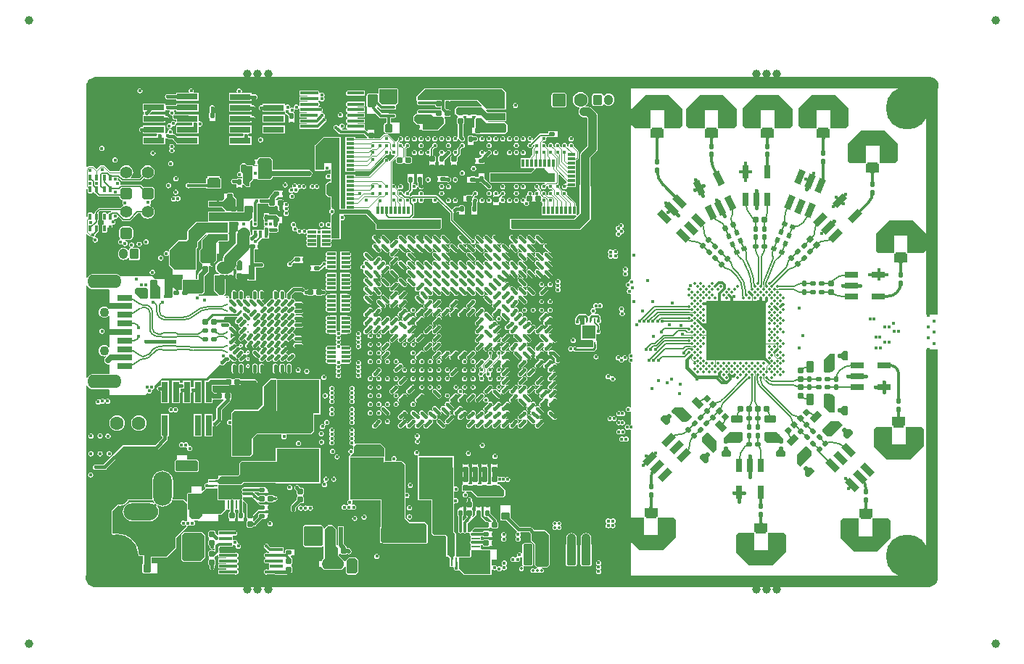
<source format=gtl>
G04 Layer_Physical_Order=1*
G04 Layer_Color=255*
%FSLAX44Y44*%
%MOMM*%
G71*
G01*
G75*
%ADD10C,0.2000*%
%ADD11C,0.3090*%
%ADD12C,0.1900*%
%ADD13C,0.1100*%
%ADD14C,0.1400*%
%ADD15C,0.1600*%
%ADD16C,0.1500*%
%ADD17C,0.3000*%
G04:AMPARAMS|DCode=18|XSize=0.7mm|YSize=0.4mm|CornerRadius=0.05mm|HoleSize=0mm|Usage=FLASHONLY|Rotation=270.000|XOffset=0mm|YOffset=0mm|HoleType=Round|Shape=RoundedRectangle|*
%AMROUNDEDRECTD18*
21,1,0.7000,0.3000,0,0,270.0*
21,1,0.6000,0.4000,0,0,270.0*
1,1,0.1000,-0.1500,-0.3000*
1,1,0.1000,-0.1500,0.3000*
1,1,0.1000,0.1500,0.3000*
1,1,0.1000,0.1500,-0.3000*
%
%ADD18ROUNDEDRECTD18*%
%ADD19R,1.5500X1.0000*%
%ADD20R,1.2000X1.6000*%
%ADD21R,1.2000X1.2000*%
%ADD22R,1.2000X2.1500*%
G04:AMPARAMS|DCode=23|XSize=0.6mm|YSize=0.6mm|CornerRadius=0.06mm|HoleSize=0mm|Usage=FLASHONLY|Rotation=0.000|XOffset=0mm|YOffset=0mm|HoleType=Round|Shape=RoundedRectangle|*
%AMROUNDEDRECTD23*
21,1,0.6000,0.4800,0,0,0.0*
21,1,0.4800,0.6000,0,0,0.0*
1,1,0.1200,0.2400,-0.2400*
1,1,0.1200,-0.2400,-0.2400*
1,1,0.1200,-0.2400,0.2400*
1,1,0.1200,0.2400,0.2400*
%
%ADD23ROUNDEDRECTD23*%
G04:AMPARAMS|DCode=24|XSize=1mm|YSize=0.9mm|CornerRadius=0.1125mm|HoleSize=0mm|Usage=FLASHONLY|Rotation=0.000|XOffset=0mm|YOffset=0mm|HoleType=Round|Shape=RoundedRectangle|*
%AMROUNDEDRECTD24*
21,1,1.0000,0.6750,0,0,0.0*
21,1,0.7750,0.9000,0,0,0.0*
1,1,0.2250,0.3875,-0.3375*
1,1,0.2250,-0.3875,-0.3375*
1,1,0.2250,-0.3875,0.3375*
1,1,0.2250,0.3875,0.3375*
%
%ADD24ROUNDEDRECTD24*%
G04:AMPARAMS|DCode=25|XSize=1mm|YSize=0.9mm|CornerRadius=0.1125mm|HoleSize=0mm|Usage=FLASHONLY|Rotation=270.000|XOffset=0mm|YOffset=0mm|HoleType=Round|Shape=RoundedRectangle|*
%AMROUNDEDRECTD25*
21,1,1.0000,0.6750,0,0,270.0*
21,1,0.7750,0.9000,0,0,270.0*
1,1,0.2250,-0.3375,-0.3875*
1,1,0.2250,-0.3375,0.3875*
1,1,0.2250,0.3375,0.3875*
1,1,0.2250,0.3375,-0.3875*
%
%ADD25ROUNDEDRECTD25*%
%ADD26R,0.4000X0.8500*%
G04:AMPARAMS|DCode=27|XSize=0.6mm|YSize=0.6mm|CornerRadius=0.06mm|HoleSize=0mm|Usage=FLASHONLY|Rotation=90.000|XOffset=0mm|YOffset=0mm|HoleType=Round|Shape=RoundedRectangle|*
%AMROUNDEDRECTD27*
21,1,0.6000,0.4800,0,0,90.0*
21,1,0.4800,0.6000,0,0,90.0*
1,1,0.1200,0.2400,0.2400*
1,1,0.1200,0.2400,-0.2400*
1,1,0.1200,-0.2400,-0.2400*
1,1,0.1200,-0.2400,0.2400*
%
%ADD27ROUNDEDRECTD27*%
%ADD28R,2.2000X0.5500*%
%ADD29R,1.5000X0.3500*%
%ADD30R,0.5500X2.2000*%
%ADD31R,1.3000X2.6000*%
G04:AMPARAMS|DCode=32|XSize=0.5mm|YSize=0.6mm|CornerRadius=0.05mm|HoleSize=0mm|Usage=FLASHONLY|Rotation=270.000|XOffset=0mm|YOffset=0mm|HoleType=Round|Shape=RoundedRectangle|*
%AMROUNDEDRECTD32*
21,1,0.5000,0.5000,0,0,270.0*
21,1,0.4000,0.6000,0,0,270.0*
1,1,0.1000,-0.2500,-0.2000*
1,1,0.1000,-0.2500,0.2000*
1,1,0.1000,0.2500,0.2000*
1,1,0.1000,0.2500,-0.2000*
%
%ADD32ROUNDEDRECTD32*%
G04:AMPARAMS|DCode=33|XSize=0.5mm|YSize=0.6mm|CornerRadius=0.05mm|HoleSize=0mm|Usage=FLASHONLY|Rotation=0.000|XOffset=0mm|YOffset=0mm|HoleType=Round|Shape=RoundedRectangle|*
%AMROUNDEDRECTD33*
21,1,0.5000,0.5000,0,0,0.0*
21,1,0.4000,0.6000,0,0,0.0*
1,1,0.1000,0.2000,-0.2500*
1,1,0.1000,-0.2000,-0.2500*
1,1,0.1000,-0.2000,0.2500*
1,1,0.1000,0.2000,0.2500*
%
%ADD33ROUNDEDRECTD33*%
%ADD34R,2.4000X0.7500*%
%ADD35R,0.7500X2.4000*%
G04:AMPARAMS|DCode=36|XSize=2.5mm|YSize=2mm|CornerRadius=0.25mm|HoleSize=0mm|Usage=FLASHONLY|Rotation=90.000|XOffset=0mm|YOffset=0mm|HoleType=Round|Shape=RoundedRectangle|*
%AMROUNDEDRECTD36*
21,1,2.5000,1.5000,0,0,90.0*
21,1,2.0000,2.0000,0,0,90.0*
1,1,0.5000,0.7500,1.0000*
1,1,0.5000,0.7500,-1.0000*
1,1,0.5000,-0.7500,-1.0000*
1,1,0.5000,-0.7500,1.0000*
%
%ADD36ROUNDEDRECTD36*%
%ADD37R,0.3500X0.3000*%
%ADD38R,0.3000X0.3500*%
%ADD39R,0.2500X0.6250*%
%ADD40R,1.6000X1.6000*%
G04:AMPARAMS|DCode=41|XSize=2.5mm|YSize=1.1mm|CornerRadius=0.1375mm|HoleSize=0mm|Usage=FLASHONLY|Rotation=270.000|XOffset=0mm|YOffset=0mm|HoleType=Round|Shape=RoundedRectangle|*
%AMROUNDEDRECTD41*
21,1,2.5000,0.8250,0,0,270.0*
21,1,2.2250,1.1000,0,0,270.0*
1,1,0.2750,-0.4125,-1.1125*
1,1,0.2750,-0.4125,1.1125*
1,1,0.2750,0.4125,1.1125*
1,1,0.2750,0.4125,-1.1125*
%
%ADD41ROUNDEDRECTD41*%
G04:AMPARAMS|DCode=42|XSize=10mm|YSize=10.5mm|CornerRadius=1.25mm|HoleSize=0mm|Usage=FLASHONLY|Rotation=270.000|XOffset=0mm|YOffset=0mm|HoleType=Round|Shape=RoundedRectangle|*
%AMROUNDEDRECTD42*
21,1,10.0000,8.0000,0,0,270.0*
21,1,7.5000,10.5000,0,0,270.0*
1,1,2.5000,-4.0000,-3.7500*
1,1,2.5000,-4.0000,3.7500*
1,1,2.5000,4.0000,3.7500*
1,1,2.5000,4.0000,-3.7500*
%
%ADD42ROUNDEDRECTD42*%
G04:AMPARAMS|DCode=43|XSize=1.3mm|YSize=0.8mm|CornerRadius=0.1mm|HoleSize=0mm|Usage=FLASHONLY|Rotation=180.000|XOffset=0mm|YOffset=0mm|HoleType=Round|Shape=RoundedRectangle|*
%AMROUNDEDRECTD43*
21,1,1.3000,0.6000,0,0,180.0*
21,1,1.1000,0.8000,0,0,180.0*
1,1,0.2000,-0.5500,0.3000*
1,1,0.2000,0.5500,0.3000*
1,1,0.2000,0.5500,-0.3000*
1,1,0.2000,-0.5500,-0.3000*
%
%ADD43ROUNDEDRECTD43*%
%ADD44R,5.0000X4.0000*%
%ADD45R,2.5500X0.9000*%
%ADD46R,2.5500X1.4000*%
%ADD47R,0.2500X1.0000*%
%ADD48R,1.0000X0.2500*%
G04:AMPARAMS|DCode=49|XSize=1.8mm|YSize=1.15mm|CornerRadius=0.1437mm|HoleSize=0mm|Usage=FLASHONLY|Rotation=0.000|XOffset=0mm|YOffset=0mm|HoleType=Round|Shape=RoundedRectangle|*
%AMROUNDEDRECTD49*
21,1,1.8000,0.8625,0,0,0.0*
21,1,1.5125,1.1500,0,0,0.0*
1,1,0.2875,0.7562,-0.4313*
1,1,0.2875,-0.7562,-0.4313*
1,1,0.2875,-0.7562,0.4313*
1,1,0.2875,0.7562,0.4313*
%
%ADD49ROUNDEDRECTD49*%
G04:AMPARAMS|DCode=50|XSize=1.8mm|YSize=1.15mm|CornerRadius=0.1437mm|HoleSize=0mm|Usage=FLASHONLY|Rotation=90.000|XOffset=0mm|YOffset=0mm|HoleType=Round|Shape=RoundedRectangle|*
%AMROUNDEDRECTD50*
21,1,1.8000,0.8625,0,0,90.0*
21,1,1.5125,1.1500,0,0,90.0*
1,1,0.2875,0.4313,0.7562*
1,1,0.2875,0.4313,-0.7562*
1,1,0.2875,-0.4313,-0.7562*
1,1,0.2875,-0.4313,0.7562*
%
%ADD50ROUNDEDRECTD50*%
G04:AMPARAMS|DCode=51|XSize=1.3mm|YSize=0.8mm|CornerRadius=0.1mm|HoleSize=0mm|Usage=FLASHONLY|Rotation=90.000|XOffset=0mm|YOffset=0mm|HoleType=Round|Shape=RoundedRectangle|*
%AMROUNDEDRECTD51*
21,1,1.3000,0.6000,0,0,90.0*
21,1,1.1000,0.8000,0,0,90.0*
1,1,0.2000,0.3000,0.5500*
1,1,0.2000,0.3000,-0.5500*
1,1,0.2000,-0.3000,-0.5500*
1,1,0.2000,-0.3000,0.5500*
%
%ADD51ROUNDEDRECTD51*%
G04:AMPARAMS|DCode=52|XSize=1.3mm|YSize=0.8mm|CornerRadius=0.1mm|HoleSize=0mm|Usage=FLASHONLY|Rotation=45.000|XOffset=0mm|YOffset=0mm|HoleType=Round|Shape=RoundedRectangle|*
%AMROUNDEDRECTD52*
21,1,1.3000,0.6000,0,0,45.0*
21,1,1.1000,0.8000,0,0,45.0*
1,1,0.2000,0.6010,0.1768*
1,1,0.2000,-0.1768,-0.6010*
1,1,0.2000,-0.6010,-0.1768*
1,1,0.2000,0.1768,0.6010*
%
%ADD52ROUNDEDRECTD52*%
G04:AMPARAMS|DCode=53|XSize=1.3mm|YSize=0.8mm|CornerRadius=0.1mm|HoleSize=0mm|Usage=FLASHONLY|Rotation=315.000|XOffset=0mm|YOffset=0mm|HoleType=Round|Shape=RoundedRectangle|*
%AMROUNDEDRECTD53*
21,1,1.3000,0.6000,0,0,315.0*
21,1,1.1000,0.8000,0,0,315.0*
1,1,0.2000,0.1768,-0.6010*
1,1,0.2000,-0.6010,0.1768*
1,1,0.2000,-0.1768,0.6010*
1,1,0.2000,0.6010,-0.1768*
%
%ADD53ROUNDEDRECTD53*%
G04:AMPARAMS|DCode=54|XSize=0.5mm|YSize=0.6mm|CornerRadius=0.05mm|HoleSize=0mm|Usage=FLASHONLY|Rotation=67.500|XOffset=0mm|YOffset=0mm|HoleType=Round|Shape=RoundedRectangle|*
%AMROUNDEDRECTD54*
21,1,0.5000,0.5000,0,0,67.5*
21,1,0.4000,0.6000,0,0,67.5*
1,1,0.1000,0.3075,0.0891*
1,1,0.1000,0.1544,-0.2804*
1,1,0.1000,-0.3075,-0.0891*
1,1,0.1000,-0.1544,0.2804*
%
%ADD54ROUNDEDRECTD54*%
%ADD55R,0.9500X0.4000*%
%ADD56R,0.4000X0.9500*%
%ADD57R,0.9500X0.3500*%
%ADD58R,0.3500X0.9500*%
%ADD59R,0.9000X2.5500*%
%ADD60R,1.4000X2.5500*%
%ADD61R,4.0000X5.0000*%
%ADD62R,0.6000X0.4500*%
%ADD63R,0.6000X0.3000*%
%ADD64R,0.8000X1.7000*%
G04:AMPARAMS|DCode=65|XSize=0.5mm|YSize=0.6mm|CornerRadius=0.05mm|HoleSize=0mm|Usage=FLASHONLY|Rotation=135.000|XOffset=0mm|YOffset=0mm|HoleType=Round|Shape=RoundedRectangle|*
%AMROUNDEDRECTD65*
21,1,0.5000,0.5000,0,0,135.0*
21,1,0.4000,0.6000,0,0,135.0*
1,1,0.1000,0.0354,0.3182*
1,1,0.1000,0.3182,0.0354*
1,1,0.1000,-0.0354,-0.3182*
1,1,0.1000,-0.3182,-0.0354*
%
%ADD65ROUNDEDRECTD65*%
G04:AMPARAMS|DCode=66|XSize=0.5mm|YSize=0.6mm|CornerRadius=0.05mm|HoleSize=0mm|Usage=FLASHONLY|Rotation=337.500|XOffset=0mm|YOffset=0mm|HoleType=Round|Shape=RoundedRectangle|*
%AMROUNDEDRECTD66*
21,1,0.5000,0.5000,0,0,337.5*
21,1,0.4000,0.6000,0,0,337.5*
1,1,0.1000,0.0891,-0.3075*
1,1,0.1000,-0.2804,-0.1544*
1,1,0.1000,-0.0891,0.3075*
1,1,0.1000,0.2804,0.1544*
%
%ADD66ROUNDEDRECTD66*%
G04:AMPARAMS|DCode=67|XSize=0.76mm|YSize=1.65mm|CornerRadius=0mm|HoleSize=0mm|Usage=FLASHONLY|Rotation=315.000|XOffset=0mm|YOffset=0mm|HoleType=Round|Shape=Rectangle|*
%AMROTATEDRECTD67*
4,1,4,-0.8521,-0.3147,0.3147,0.8521,0.8521,0.3147,-0.3147,-0.8521,-0.8521,-0.3147,0.0*
%
%ADD67ROTATEDRECTD67*%

G04:AMPARAMS|DCode=68|XSize=0.6mm|YSize=0.6mm|CornerRadius=0.06mm|HoleSize=0mm|Usage=FLASHONLY|Rotation=225.000|XOffset=0mm|YOffset=0mm|HoleType=Round|Shape=RoundedRectangle|*
%AMROUNDEDRECTD68*
21,1,0.6000,0.4800,0,0,225.0*
21,1,0.4800,0.6000,0,0,225.0*
1,1,0.1200,-0.3394,0.0000*
1,1,0.1200,0.0000,0.3394*
1,1,0.1200,0.3394,0.0000*
1,1,0.1200,0.0000,-0.3394*
%
%ADD68ROUNDEDRECTD68*%
G04:AMPARAMS|DCode=69|XSize=0.5mm|YSize=0.6mm|CornerRadius=0.05mm|HoleSize=0mm|Usage=FLASHONLY|Rotation=225.000|XOffset=0mm|YOffset=0mm|HoleType=Round|Shape=RoundedRectangle|*
%AMROUNDEDRECTD69*
21,1,0.5000,0.5000,0,0,225.0*
21,1,0.4000,0.6000,0,0,225.0*
1,1,0.1000,-0.3182,0.0354*
1,1,0.1000,-0.0354,0.3182*
1,1,0.1000,0.3182,-0.0354*
1,1,0.1000,0.0354,-0.3182*
%
%ADD69ROUNDEDRECTD69*%
G04:AMPARAMS|DCode=70|XSize=0.5mm|YSize=0.6mm|CornerRadius=0.05mm|HoleSize=0mm|Usage=FLASHONLY|Rotation=25.000|XOffset=0mm|YOffset=0mm|HoleType=Round|Shape=RoundedRectangle|*
%AMROUNDEDRECTD70*
21,1,0.5000,0.5000,0,0,25.0*
21,1,0.4000,0.6000,0,0,25.0*
1,1,0.1000,0.2869,-0.1421*
1,1,0.1000,-0.0756,-0.3111*
1,1,0.1000,-0.2869,0.1421*
1,1,0.1000,0.0756,0.3111*
%
%ADD70ROUNDEDRECTD70*%
G04:AMPARAMS|DCode=71|XSize=0.5mm|YSize=0.6mm|CornerRadius=0.05mm|HoleSize=0mm|Usage=FLASHONLY|Rotation=115.000|XOffset=0mm|YOffset=0mm|HoleType=Round|Shape=RoundedRectangle|*
%AMROUNDEDRECTD71*
21,1,0.5000,0.5000,0,0,115.0*
21,1,0.4000,0.6000,0,0,115.0*
1,1,0.1000,0.1421,0.2869*
1,1,0.1000,0.3111,-0.0756*
1,1,0.1000,-0.1421,-0.2869*
1,1,0.1000,-0.3111,0.0756*
%
%ADD71ROUNDEDRECTD71*%
G04:AMPARAMS|DCode=72|XSize=0.6mm|YSize=0.6mm|CornerRadius=0.06mm|HoleSize=0mm|Usage=FLASHONLY|Rotation=315.000|XOffset=0mm|YOffset=0mm|HoleType=Round|Shape=RoundedRectangle|*
%AMROUNDEDRECTD72*
21,1,0.6000,0.4800,0,0,315.0*
21,1,0.4800,0.6000,0,0,315.0*
1,1,0.1200,0.0000,-0.3394*
1,1,0.1200,-0.3394,0.0000*
1,1,0.1200,0.0000,0.3394*
1,1,0.1200,0.3394,0.0000*
%
%ADD72ROUNDEDRECTD72*%
G04:AMPARAMS|DCode=73|XSize=0.6mm|YSize=0.6mm|CornerRadius=0.06mm|HoleSize=0mm|Usage=FLASHONLY|Rotation=115.000|XOffset=0mm|YOffset=0mm|HoleType=Round|Shape=RoundedRectangle|*
%AMROUNDEDRECTD73*
21,1,0.6000,0.4800,0,0,115.0*
21,1,0.4800,0.6000,0,0,115.0*
1,1,0.1200,0.1161,0.3189*
1,1,0.1200,0.3189,-0.1161*
1,1,0.1200,-0.1161,-0.3189*
1,1,0.1200,-0.3189,0.1161*
%
%ADD73ROUNDEDRECTD73*%
G04:AMPARAMS|DCode=74|XSize=0.76mm|YSize=1.65mm|CornerRadius=0mm|HoleSize=0mm|Usage=FLASHONLY|Rotation=45.000|XOffset=0mm|YOffset=0mm|HoleType=Round|Shape=Rectangle|*
%AMROTATEDRECTD74*
4,1,4,0.3147,-0.8521,-0.8521,0.3147,-0.3147,0.8521,0.8521,-0.3147,0.3147,-0.8521,0.0*
%
%ADD74ROTATEDRECTD74*%

%ADD75R,0.7600X1.6500*%
G04:AMPARAMS|DCode=76|XSize=0.76mm|YSize=1.65mm|CornerRadius=0mm|HoleSize=0mm|Usage=FLASHONLY|Rotation=157.500|XOffset=0mm|YOffset=0mm|HoleType=Round|Shape=Rectangle|*
%AMROTATEDRECTD76*
4,1,4,0.6668,0.6168,0.0354,-0.9076,-0.6668,-0.6168,-0.0354,0.9076,0.6668,0.6168,0.0*
%
%ADD76ROTATEDRECTD76*%

G04:AMPARAMS|DCode=77|XSize=0.76mm|YSize=1.65mm|CornerRadius=0mm|HoleSize=0mm|Usage=FLASHONLY|Rotation=25.000|XOffset=0mm|YOffset=0mm|HoleType=Round|Shape=Rectangle|*
%AMROTATEDRECTD77*
4,1,4,0.0043,-0.9083,-0.6931,0.5871,-0.0043,0.9083,0.6931,-0.5871,0.0043,-0.9083,0.0*
%
%ADD77ROTATEDRECTD77*%

%ADD78R,1.6500X0.7600*%
%ADD79R,0.6750X0.4000*%
%ADD80R,0.6750X0.2000*%
%ADD81C,0.3500*%
%ADD82R,0.2000X0.2000*%
G04:AMPARAMS|DCode=83|XSize=1.6mm|YSize=1.9mm|CornerRadius=0.2mm|HoleSize=0mm|Usage=FLASHONLY|Rotation=180.000|XOffset=0mm|YOffset=0mm|HoleType=Round|Shape=RoundedRectangle|*
%AMROUNDEDRECTD83*
21,1,1.6000,1.5000,0,0,180.0*
21,1,1.2000,1.9000,0,0,180.0*
1,1,0.4000,-0.6000,0.7500*
1,1,0.4000,0.6000,0.7500*
1,1,0.4000,0.6000,-0.7500*
1,1,0.4000,-0.6000,-0.7500*
%
%ADD83ROUNDEDRECTD83*%
%ADD84O,1.6000X0.3000*%
G04:AMPARAMS|DCode=85|XSize=1.6mm|YSize=0.3mm|CornerRadius=0.0375mm|HoleSize=0mm|Usage=FLASHONLY|Rotation=0.000|XOffset=0mm|YOffset=0mm|HoleType=Round|Shape=RoundedRectangle|*
%AMROUNDEDRECTD85*
21,1,1.6000,0.2250,0,0,0.0*
21,1,1.5250,0.3000,0,0,0.0*
1,1,0.0750,0.7625,-0.1125*
1,1,0.0750,-0.7625,-0.1125*
1,1,0.0750,-0.7625,0.1125*
1,1,0.0750,0.7625,0.1125*
%
%ADD85ROUNDEDRECTD85*%
%ADD86C,0.3800*%
%ADD87C,0.2500*%
%ADD88R,1.4500X15.7750*%
%ADD89R,1.4500X26.5000*%
%ADD90R,1.4500X15.5000*%
%ADD91R,1.4500X4.2000*%
%ADD92C,1.0000*%
%ADD93R,1.8000X0.7000*%
%ADD94C,0.7000*%
%ADD95C,0.4000*%
%ADD96C,0.1200*%
%ADD97C,0.5000*%
%ADD98C,0.1000*%
%ADD99C,0.2500*%
%ADD100C,0.3500*%
%ADD101C,0.6000*%
%ADD102C,1.4000*%
%ADD103C,1.0000*%
%ADD104C,0.8000*%
%ADD105C,0.4500*%
%ADD106C,0.1300*%
%ADD107C,0.2700*%
%ADD108R,7.0000X7.0000*%
G04:AMPARAMS|DCode=109|XSize=1.524mm|YSize=1.524mm|CornerRadius=0.1905mm|HoleSize=0mm|Usage=FLASHONLY|Rotation=90.000|XOffset=0mm|YOffset=0mm|HoleType=Round|Shape=RoundedRectangle|*
%AMROUNDEDRECTD109*
21,1,1.5240,1.1430,0,0,90.0*
21,1,1.1430,1.5240,0,0,90.0*
1,1,0.3810,0.5715,0.5715*
1,1,0.3810,0.5715,-0.5715*
1,1,0.3810,-0.5715,-0.5715*
1,1,0.3810,-0.5715,0.5715*
%
%ADD109ROUNDEDRECTD109*%
%ADD110C,1.6000*%
%ADD111C,5.0000*%
%ADD112C,0.6604*%
G04:AMPARAMS|DCode=113|XSize=1.4mm|YSize=1.4mm|CornerRadius=0.35mm|HoleSize=0mm|Usage=FLASHONLY|Rotation=90.000|XOffset=0mm|YOffset=0mm|HoleType=Round|Shape=RoundedRectangle|*
%AMROUNDEDRECTD113*
21,1,1.4000,0.7000,0,0,90.0*
21,1,0.7000,1.4000,0,0,90.0*
1,1,0.7000,0.3500,0.3500*
1,1,0.7000,0.3500,-0.3500*
1,1,0.7000,-0.3500,-0.3500*
1,1,0.7000,-0.3500,0.3500*
%
%ADD113ROUNDEDRECTD113*%
%ADD114C,1.4000*%
%ADD115O,2.0000X3.8000*%
%ADD116O,2.2000X4.0000*%
%ADD117O,4.0000X2.0000*%
G04:AMPARAMS|DCode=118|XSize=1.2mm|YSize=1.1mm|CornerRadius=0.1375mm|HoleSize=0mm|Usage=FLASHONLY|Rotation=270.000|XOffset=0mm|YOffset=0mm|HoleType=Round|Shape=RoundedRectangle|*
%AMROUNDEDRECTD118*
21,1,1.2000,0.8250,0,0,270.0*
21,1,0.9250,1.1000,0,0,270.0*
1,1,0.2750,-0.4125,-0.4625*
1,1,0.2750,-0.4125,0.4625*
1,1,0.2750,0.4125,0.4625*
1,1,0.2750,0.4125,-0.4625*
%
%ADD118ROUNDEDRECTD118*%
%ADD119O,1.1000X1.2000*%
%ADD120C,1.1000*%
%ADD121O,4.0000X1.6000*%
%ADD122C,0.4000*%
%ADD123C,0.5000*%
G36*
X16000Y597750D02*
X988000Y597750D01*
X988673D01*
X990654Y597356D01*
X992519Y596583D01*
X994198Y595462D01*
X995626Y594034D01*
X996747Y592355D01*
X997520Y590490D01*
X997914Y588509D01*
Y587500D01*
Y584750D01*
X989000D01*
Y559500D01*
X963750Y584750D01*
X638500Y584750D01*
Y561000D01*
X640086D01*
X655586Y576500D01*
X683086D01*
X698586Y561000D01*
Y541000D01*
X695836Y538250D01*
X677336Y538250D01*
Y558750D01*
X661336D01*
Y538250D01*
X642836Y538250D01*
X640086Y541000D01*
X638500D01*
Y361360D01*
X638330Y361326D01*
X637337Y360663D01*
X636674Y359670D01*
X636441Y358500D01*
X635512Y358045D01*
X634551Y357854D01*
X633559Y357191D01*
X632896Y356199D01*
X632663Y355028D01*
X632896Y353858D01*
X633559Y352865D01*
X634551Y352202D01*
X635722Y351969D01*
X635778Y351981D01*
X636708Y351146D01*
X636679Y350823D01*
X636539Y350731D01*
X635758Y350576D01*
X634766Y349913D01*
X634103Y348921D01*
X633870Y347750D01*
X634103Y346580D01*
X634766Y345587D01*
X635758Y344924D01*
X636929Y344691D01*
X637500Y344805D01*
X638500Y344081D01*
Y274959D01*
X637830Y274826D01*
X636837Y274163D01*
X636174Y273171D01*
X635941Y272000D01*
X636174Y270830D01*
X636478Y270375D01*
X636758Y269625D01*
X636478Y268875D01*
X636174Y268421D01*
X635941Y267250D01*
X636174Y266080D01*
X636837Y265087D01*
X637830Y264424D01*
X638500Y264291D01*
Y212460D01*
X638111Y212206D01*
X637500Y212022D01*
X636670Y212576D01*
X635500Y212809D01*
X634329Y212576D01*
X633337Y211913D01*
X632674Y210921D01*
X632441Y209750D01*
X632674Y208580D01*
X633337Y207587D01*
X634329Y206924D01*
X635500Y206691D01*
X636670Y206924D01*
X637500Y207478D01*
X638111Y207294D01*
X638500Y207040D01*
Y191709D01*
X637830Y191576D01*
X636837Y190913D01*
X636663D01*
X635671Y191576D01*
X634500Y191809D01*
X633330Y191576D01*
X632337Y190913D01*
X631674Y189921D01*
X631441Y188750D01*
X631674Y187579D01*
X632337Y186587D01*
X633330Y185924D01*
X634500Y185691D01*
X635671Y185924D01*
X636663Y186587D01*
X636837D01*
X637830Y185924D01*
X638500Y185791D01*
Y83000D01*
X654250D01*
Y62500D01*
X670250D01*
Y83000D01*
X688750D01*
X691500Y80250D01*
Y60250D01*
X676000Y44750D01*
X648500D01*
X638500Y54750D01*
Y15250D01*
X963750Y15250D01*
X989000Y40500D01*
Y15250D01*
X996664D01*
D01*
X996941D01*
Y12068D01*
X996693Y10183D01*
X995722Y7838D01*
X994985Y6877D01*
X994376Y5966D01*
X992948Y4538D01*
X991269Y3417D01*
X989404Y2644D01*
X988000Y2365D01*
Y2250D01*
X14500Y2250D01*
D01*
X11490D01*
X9510Y2644D01*
X7645Y3417D01*
X5966Y4538D01*
X4538Y5966D01*
X3417Y7645D01*
X2644Y9510D01*
X2250Y11490D01*
Y12500D01*
Y15250D01*
X3059D01*
Y237455D01*
X4059Y237654D01*
X4139Y237461D01*
X5581Y235581D01*
X7461Y234139D01*
X9651Y233232D01*
X12000Y232922D01*
X29054D01*
X29760Y232215D01*
X29750Y226500D01*
X72000D01*
X74337Y228837D01*
X75329Y228174D01*
X76500Y227941D01*
X77670Y228174D01*
X78663Y228837D01*
X79326Y229830D01*
X79559Y231000D01*
X79461Y231492D01*
X79492Y232249D01*
X80187Y232578D01*
X80670Y232674D01*
X81663Y233337D01*
X82326Y234329D01*
X82559Y235500D01*
X82326Y236670D01*
X82264Y236764D01*
X91000Y245500D01*
X143000D01*
X159337Y261837D01*
X160329Y261174D01*
X161500Y260941D01*
X162670Y261174D01*
X163663Y261837D01*
X167017Y265191D01*
X167500D01*
X168671Y265424D01*
X169663Y266087D01*
X170326Y267080D01*
X170426Y267584D01*
X171511Y267913D01*
X173337Y266087D01*
X174329Y265424D01*
X175500Y265191D01*
X176670Y265424D01*
X177663Y266087D01*
X178326Y267080D01*
X178559Y268250D01*
X178536Y268363D01*
X179387Y269214D01*
X179500Y269191D01*
X179613Y269214D01*
X180464Y268363D01*
X180441Y268250D01*
X180674Y267080D01*
X181337Y266087D01*
X182330Y265424D01*
X183500Y265191D01*
X184671Y265424D01*
X185663Y266087D01*
X188276Y268700D01*
X189085Y268309D01*
X189212Y268222D01*
X189381Y267372D01*
X189878Y266628D01*
X190622Y266131D01*
X191500Y265956D01*
X192378Y266131D01*
X193122Y266628D01*
X193619Y267372D01*
X193794Y268250D01*
X193619Y269128D01*
X193122Y269872D01*
X192378Y270369D01*
X191500Y270544D01*
X191120Y270469D01*
X190839Y270685D01*
X190373Y271314D01*
X190559Y272250D01*
X190373Y273186D01*
X190839Y273815D01*
X191120Y274032D01*
X191500Y273956D01*
X192378Y274131D01*
X193122Y274628D01*
X193619Y275372D01*
X193794Y276250D01*
X193619Y277128D01*
X193122Y277872D01*
X192378Y278369D01*
X191500Y278544D01*
X190622Y278369D01*
X189878Y277872D01*
X189381Y277128D01*
X189206Y276250D01*
X189282Y275870D01*
X189065Y275589D01*
X188436Y275123D01*
X187500Y275309D01*
X187387Y275286D01*
X186536Y276137D01*
X186559Y276250D01*
X186326Y277421D01*
X185663Y278413D01*
X184671Y279076D01*
X183500Y279309D01*
X183387Y279286D01*
X182536Y280137D01*
X182559Y280250D01*
X182372Y281186D01*
X182838Y281815D01*
X183120Y282031D01*
X183500Y281956D01*
X184378Y282131D01*
X185122Y282628D01*
X185619Y283372D01*
X185794Y284250D01*
X185619Y285128D01*
X185122Y285872D01*
X184378Y286369D01*
X183500Y286544D01*
X182622Y286369D01*
X181878Y285872D01*
X181381Y285128D01*
X181206Y284250D01*
X181282Y283870D01*
X181065Y283589D01*
X180436Y283123D01*
X179500Y283309D01*
X179387Y283286D01*
X178536Y284137D01*
X178559Y284250D01*
X178326Y285420D01*
X177663Y286413D01*
X176670Y287076D01*
X176166Y287176D01*
X175837Y288261D01*
X177663Y290087D01*
X178326Y291080D01*
X178559Y292250D01*
X178326Y293421D01*
X177663Y294413D01*
X176670Y295076D01*
X175500Y295309D01*
X174329Y295076D01*
X173337Y294413D01*
X172424Y293500D01*
X171500Y293882D01*
Y298618D01*
X172424Y299000D01*
X173337Y298087D01*
X174329Y297424D01*
X175500Y297191D01*
X176670Y297424D01*
X177663Y298087D01*
X178326Y299079D01*
X178559Y300250D01*
X178326Y301421D01*
X177663Y302413D01*
X173663Y306413D01*
X172670Y307076D01*
X171500Y307309D01*
Y309000D01*
X169250Y311250D01*
X164500D01*
X163750Y312000D01*
Y316500D01*
X164750Y317500D01*
X177500D01*
Y317454D01*
X178964D01*
X179209Y317132D01*
X179423Y316499D01*
X177337Y314413D01*
X176674Y313421D01*
X176500Y312546D01*
Y311954D01*
X176674Y311080D01*
X177337Y310087D01*
X178330Y309424D01*
X179500Y309191D01*
X179613Y309214D01*
X180464Y308363D01*
X180441Y308250D01*
X180674Y307080D01*
X181337Y306087D01*
X182330Y305424D01*
X182834Y305324D01*
X183163Y304239D01*
X181337Y302413D01*
X180674Y301420D01*
X180441Y300250D01*
X180674Y299079D01*
X181337Y298087D01*
X182330Y297424D01*
X182834Y297324D01*
X183163Y296239D01*
X181337Y294413D01*
X180674Y293421D01*
X180441Y292250D01*
X180674Y291080D01*
X181337Y290087D01*
X182330Y289424D01*
X183500Y289191D01*
X184671Y289424D01*
X185663Y290087D01*
X187489Y291913D01*
X188574Y291584D01*
X188674Y291080D01*
X189337Y290087D01*
X190329Y289424D01*
X190834Y289324D01*
X191163Y288239D01*
X189337Y286413D01*
X188674Y285420D01*
X188441Y284250D01*
X188674Y283079D01*
X189337Y282087D01*
X190329Y281424D01*
X191500Y281191D01*
X192671Y281424D01*
X193663Y282087D01*
X195489Y283913D01*
X196574Y283584D01*
X196674Y283079D01*
X197337Y282087D01*
X198330Y281424D01*
X199500Y281191D01*
X200671Y281424D01*
X201663Y282087D01*
X203489Y283913D01*
X204574Y283584D01*
X204674Y283079D01*
X205337Y282087D01*
X206329Y281424D01*
X206834Y281324D01*
X207163Y280239D01*
X205337Y278413D01*
X204674Y277421D01*
X204574Y276916D01*
X203489Y276587D01*
X201663Y278413D01*
X200671Y279076D01*
X199500Y279309D01*
X198330Y279076D01*
X197337Y278413D01*
X196674Y277421D01*
X196441Y276250D01*
X196674Y275079D01*
X197337Y274087D01*
X201337Y270087D01*
X201337Y270087D01*
X202329Y269424D01*
X203500Y269191D01*
X203613Y269214D01*
X204464Y268363D01*
X204441Y268250D01*
X204674Y267080D01*
X205337Y266087D01*
X206329Y265424D01*
X207500Y265191D01*
X208671Y265424D01*
X209663Y266087D01*
X211489Y267913D01*
X212574Y267584D01*
X212674Y267080D01*
X213337Y266087D01*
X214329Y265424D01*
X215500Y265191D01*
X216670Y265424D01*
X217663Y266087D01*
X219489Y267913D01*
X220574Y267584D01*
X220674Y267080D01*
X221337Y266087D01*
X222330Y265424D01*
X223500Y265191D01*
X224671Y265424D01*
X225663Y266087D01*
X227489Y267913D01*
X228574Y267584D01*
X228674Y267080D01*
X229337Y266087D01*
X230329Y265424D01*
X231500Y265191D01*
X232671Y265424D01*
X233663Y266087D01*
X235489Y267913D01*
X236574Y267584D01*
X236674Y267080D01*
X237337Y266087D01*
X238330Y265424D01*
X239500Y265191D01*
X240671Y265424D01*
X241663Y266087D01*
X245663Y270087D01*
X245663Y270087D01*
X246326Y271079D01*
X246559Y272250D01*
X246326Y273421D01*
X245663Y274413D01*
X244671Y275076D01*
X243500Y275309D01*
X242329Y275076D01*
X241337Y274413D01*
X241337Y274413D01*
X239511Y272587D01*
X238426Y272916D01*
X238326Y273421D01*
X237663Y274413D01*
X236670Y275076D01*
X236166Y275176D01*
X235837Y276261D01*
X237663Y278087D01*
X237663Y278087D01*
X238326Y279079D01*
X238559Y280250D01*
X238326Y281420D01*
X237663Y282413D01*
X236670Y283076D01*
X236166Y283176D01*
X235837Y284261D01*
X237663Y286087D01*
X237663Y286087D01*
X238326Y287079D01*
X238559Y288250D01*
X238536Y288363D01*
X239387Y289214D01*
X239500Y289191D01*
X240671Y289424D01*
X241663Y290087D01*
X243489Y291913D01*
X244574Y291584D01*
X244674Y291080D01*
X245337Y290087D01*
X246329Y289424D01*
X247500Y289191D01*
X253157D01*
X254327Y289424D01*
X255320Y290087D01*
X255983Y291080D01*
X256216Y292250D01*
X255983Y293421D01*
X255320Y294413D01*
X254327Y295076D01*
X253157Y295309D01*
X247500D01*
X247387Y295286D01*
X246536Y296137D01*
X246559Y296250D01*
X246326Y297421D01*
X245663Y298413D01*
X244671Y299076D01*
X244166Y299176D01*
X243837Y300261D01*
X245663Y302087D01*
X245663Y302087D01*
X246326Y303079D01*
X246559Y304250D01*
X246536Y304363D01*
X247387Y305214D01*
X247500Y305191D01*
X253157D01*
X254327Y305424D01*
X255320Y306087D01*
X255983Y307080D01*
X256216Y308250D01*
X255983Y309421D01*
X255320Y310413D01*
X254327Y311076D01*
X253157Y311309D01*
X247500D01*
X247083Y312194D01*
Y312306D01*
X247132Y312410D01*
X247967Y313191D01*
X253157D01*
X254327Y313424D01*
X255320Y314087D01*
X255983Y315079D01*
X256216Y316250D01*
X255983Y317421D01*
X255320Y318413D01*
X254327Y319076D01*
X253157Y319309D01*
X247500D01*
X247387Y319286D01*
X246536Y320137D01*
X246559Y320250D01*
X246536Y320363D01*
X247387Y321214D01*
X247500Y321191D01*
X253157D01*
X254327Y321424D01*
X255320Y322087D01*
X255983Y323079D01*
X256216Y324250D01*
X255983Y325420D01*
X255320Y326413D01*
X254327Y327076D01*
X253157Y327309D01*
X247500D01*
X247387Y327286D01*
X246536Y328137D01*
X246559Y328250D01*
X246536Y328363D01*
X247387Y329214D01*
X247500Y329191D01*
X253157D01*
X254327Y329424D01*
X255320Y330087D01*
X255983Y331079D01*
X256216Y332250D01*
X255983Y333420D01*
X255320Y334413D01*
X254327Y335076D01*
X253157Y335309D01*
X247500D01*
X247387Y335286D01*
X246536Y336137D01*
X246559Y336250D01*
X246326Y337421D01*
X245663Y338413D01*
X244671Y339076D01*
X243500Y339309D01*
X243387Y339286D01*
X242536Y340137D01*
X242559Y340250D01*
Y342733D01*
X246517Y346691D01*
X252962D01*
X253736Y346174D01*
X254907Y345941D01*
X256077Y346174D01*
X256382Y345293D01*
X256424Y345079D01*
X257087Y344087D01*
X258079Y343424D01*
X259250Y343191D01*
X260616D01*
X260946Y342696D01*
X261476Y342343D01*
X262100Y342219D01*
X266900D01*
X267524Y342343D01*
X268053Y342696D01*
X268089Y342750D01*
X270911D01*
X270946Y342696D01*
X271476Y342343D01*
X272100Y342219D01*
X276900D01*
X277524Y342343D01*
X278053Y342696D01*
X278384Y343191D01*
X279750D01*
X280921Y343424D01*
X281913Y344087D01*
X282576Y345079D01*
X282809Y346250D01*
X282576Y347421D01*
X281913Y348413D01*
X280921Y349076D01*
X279750Y349309D01*
X278384D01*
X278053Y349804D01*
X277524Y350157D01*
X276900Y350281D01*
X272100D01*
X271476Y350157D01*
X270946Y349804D01*
X270911Y349750D01*
X268089D01*
X268053Y349804D01*
X267524Y350157D01*
X266900Y350281D01*
X262100D01*
X261476Y350157D01*
X260946Y349804D01*
X260616Y349309D01*
X259250D01*
X258079Y349076D01*
X257775Y349957D01*
X257733Y350171D01*
X257070Y351163D01*
X257070Y351163D01*
X256320Y351913D01*
X255327Y352576D01*
X254157Y352809D01*
X254157Y352809D01*
X245250D01*
X245250Y352809D01*
X244079Y352576D01*
X243087Y351913D01*
X237337Y346163D01*
X236674Y345171D01*
X236441Y344000D01*
X236441Y344000D01*
Y340717D01*
X235660Y339882D01*
X235555Y339833D01*
X235445D01*
X235340Y339882D01*
X234559Y340717D01*
X234559Y345907D01*
X234326Y347077D01*
X233663Y348070D01*
X232670Y348733D01*
X231500Y348966D01*
X230329Y348733D01*
X229337Y348070D01*
X228674Y347077D01*
X228441Y345907D01*
X228441Y340250D01*
X227556Y339833D01*
X227444D01*
X226559Y340250D01*
Y345907D01*
X226326Y347077D01*
X225663Y348070D01*
X224671Y348733D01*
X223500Y348966D01*
X222330Y348733D01*
X221337Y348070D01*
X220674Y347077D01*
X220441Y345907D01*
Y340250D01*
X220464Y340137D01*
X219613Y339286D01*
X219500Y339309D01*
X218329Y339076D01*
X217337Y338413D01*
X217337Y338413D01*
X213337Y334413D01*
X212674Y333420D01*
X212441Y332250D01*
X211556Y331833D01*
X211444D01*
X210559Y332250D01*
X210326Y333421D01*
X209663Y334413D01*
X207837Y336239D01*
X208166Y337324D01*
X208671Y337424D01*
X209663Y338087D01*
X210326Y339080D01*
X210559Y340250D01*
Y345907D01*
X210326Y347077D01*
X209663Y348070D01*
X208671Y348733D01*
X207500Y348966D01*
X206329Y348733D01*
X205337Y348070D01*
X204674Y347077D01*
X204441Y345907D01*
Y340250D01*
X204464Y340137D01*
X203613Y339286D01*
X203500Y339309D01*
X203387Y339286D01*
X202536Y340137D01*
X202559Y340250D01*
X202559Y345907D01*
X202326Y347077D01*
X201663Y348070D01*
X200671Y348733D01*
X199500Y348966D01*
X198330Y348733D01*
X197337Y348070D01*
X196674Y347077D01*
X196441Y345907D01*
X196441Y340250D01*
X196464Y340137D01*
X195613Y339286D01*
X195500Y339309D01*
X194564Y339123D01*
X193935Y339589D01*
X193718Y339870D01*
X193794Y340250D01*
X193619Y341128D01*
X193122Y341872D01*
X192378Y342369D01*
X191500Y342544D01*
X190622Y342369D01*
X189878Y341872D01*
X189381Y341128D01*
X189206Y340250D01*
X189282Y339870D01*
X189065Y339589D01*
X188436Y339123D01*
X187500Y339309D01*
X187387Y339286D01*
X186536Y340137D01*
X186559Y340250D01*
X186559Y345907D01*
X186326Y347077D01*
X185663Y348070D01*
X184671Y348733D01*
X183500Y348966D01*
X182330Y348733D01*
X181337Y348070D01*
X180674Y347077D01*
X180441Y345907D01*
X180441Y340250D01*
X180464Y340137D01*
X179613Y339286D01*
X179500Y339309D01*
X179387Y339286D01*
X178536Y340137D01*
X178559Y340250D01*
Y345907D01*
X178326Y347077D01*
X177663Y348070D01*
X176670Y348733D01*
X175500Y348966D01*
X174329Y348733D01*
X173337Y348070D01*
X172674Y347077D01*
X172441Y345907D01*
Y340250D01*
X172464Y340137D01*
X171613Y339286D01*
X171500Y339309D01*
X170564Y339123D01*
X169935Y339589D01*
X169718Y339870D01*
X169794Y340250D01*
X169619Y341128D01*
X169122Y341872D01*
X168378Y342369D01*
X167500Y342544D01*
X166622Y342369D01*
X165878Y341872D01*
X165750Y342000D01*
X163906D01*
X163531Y343000D01*
X165515Y344985D01*
X165832Y345750D01*
Y361250D01*
X165832Y361250D01*
X165515Y362015D01*
X165032Y362499D01*
Y365650D01*
X164926Y366181D01*
X164951Y366341D01*
X165504Y367181D01*
X166250D01*
X166998Y367280D01*
X167750Y366620D01*
Y366250D01*
X174750Y366250D01*
Y370250D01*
X174750D01*
X174699Y370327D01*
X174874Y370750D01*
Y372462D01*
X176206Y373794D01*
X176719Y374463D01*
X177719Y374123D01*
Y373100D01*
X177843Y372476D01*
X178197Y371946D01*
X178250Y371911D01*
Y369089D01*
X178197Y369053D01*
X177843Y368524D01*
X177719Y367900D01*
Y365736D01*
X177672Y365500D01*
X177719Y365264D01*
Y363100D01*
X177843Y362476D01*
X178197Y361946D01*
X178726Y361593D01*
X179350Y361469D01*
X181514D01*
X181750Y361422D01*
X191000D01*
Y360250D01*
X201000D01*
Y375441D01*
X207250D01*
X208421Y375674D01*
X209413Y376337D01*
X210076Y377329D01*
X210309Y378500D01*
X210076Y379670D01*
X209413Y380663D01*
X208421Y381326D01*
X207250Y381559D01*
X199059D01*
Y395933D01*
X199500Y396750D01*
X203500D01*
Y403750D01*
X203500Y403750D01*
X203500D01*
X203355Y404750D01*
X203442Y404808D01*
X207634Y409000D01*
X209750Y409000D01*
X210500Y409000D01*
X216000D01*
Y413704D01*
X216059Y414000D01*
Y415603D01*
X217059Y416138D01*
X217080Y416124D01*
X218250Y415891D01*
X224250D01*
X225421Y416124D01*
X225908Y416450D01*
X227000D01*
Y417666D01*
X227076Y417780D01*
X227309Y418950D01*
X227076Y420121D01*
X227000Y420234D01*
Y421450D01*
X227000D01*
Y422050D01*
X227123Y422999D01*
X227547Y423634D01*
X227819Y425000D01*
Y427250D01*
X231500D01*
Y434250D01*
X227669D01*
X227547Y434866D01*
X226773Y436023D01*
X225616Y436797D01*
X224250Y437069D01*
X216000D01*
Y438500D01*
X210000D01*
Y435060D01*
X209703Y434616D01*
X209431Y433250D01*
X209703Y431884D01*
X210000Y431440D01*
Y428000D01*
X210000Y428000D01*
X210000D01*
X210227Y427000D01*
X210174Y426921D01*
X209941Y425750D01*
X210174Y424580D01*
X210709Y423780D01*
X210784Y423125D01*
X210709Y422470D01*
X210174Y421671D01*
X209941Y420500D01*
Y420317D01*
X209500Y419500D01*
X208941Y419500D01*
X203500D01*
X203500Y419500D01*
X203000D01*
Y419500D01*
X202500Y419500D01*
X197000D01*
Y414576D01*
X195911Y413487D01*
X194964Y413954D01*
X195069Y414750D01*
X194794Y416838D01*
X194539Y417454D01*
Y417750D01*
X194536Y417765D01*
X194500Y418750D01*
X194500Y418750D01*
X194500Y418750D01*
Y429219D01*
X195265Y429985D01*
X195265Y429985D01*
X196076Y430795D01*
X197000Y430413D01*
Y428000D01*
X197000Y428000D01*
X197000D01*
X197227Y427000D01*
X197174Y426921D01*
X196941Y425750D01*
X197174Y424580D01*
X197837Y423587D01*
X198829Y422924D01*
X200000Y422691D01*
X201170Y422924D01*
X202163Y423587D01*
X202826Y424580D01*
X203059Y425750D01*
X202826Y426921D01*
X202773Y427000D01*
X203000Y428000D01*
X203000D01*
X203000Y428000D01*
Y438500D01*
X202804D01*
X202804Y447250D01*
X202804Y447250D01*
Y449889D01*
X202915Y450000D01*
X204200D01*
X204200Y450000D01*
X204800D01*
Y450000D01*
X205200Y450000D01*
X206016D01*
X206129Y449924D01*
X207300Y449691D01*
X215469D01*
Y448100D01*
X215593Y447476D01*
X215947Y446946D01*
X216476Y446593D01*
X217100Y446469D01*
X219264D01*
X219500Y446422D01*
X219736Y446469D01*
X221900D01*
X222524Y446593D01*
X223053Y446946D01*
X223089Y447000D01*
X225911D01*
X225946Y446946D01*
X226441Y446616D01*
Y444000D01*
X226674Y442829D01*
X227337Y441837D01*
X228329Y441174D01*
X229500Y440941D01*
X230671Y441174D01*
X231663Y441837D01*
X232326Y442829D01*
X232340Y442902D01*
X233360D01*
X233424Y442579D01*
X233958Y441780D01*
X234034Y441125D01*
X233958Y440470D01*
X233424Y439670D01*
X233191Y438500D01*
X233424Y437329D01*
X234087Y436337D01*
X235079Y435674D01*
X236250Y435441D01*
X237421Y435674D01*
X238413Y436337D01*
X239076Y437329D01*
X239309Y438500D01*
X239076Y439670D01*
X238542Y440470D01*
X238466Y441125D01*
X238542Y441780D01*
X239076Y442579D01*
X239309Y443750D01*
X239076Y444921D01*
X238413Y445913D01*
Y446587D01*
X239076Y447579D01*
X239309Y448750D01*
X239076Y449921D01*
X238413Y450913D01*
X237421Y451576D01*
X236250Y451809D01*
X235079Y451576D01*
X234531Y451210D01*
X233531Y451744D01*
Y452900D01*
X233407Y453524D01*
X233053Y454053D01*
X232524Y454407D01*
X231900Y454531D01*
X227100D01*
X226476Y454407D01*
X225946Y454053D01*
X225911Y454000D01*
X224113D01*
X223797Y455000D01*
X226423Y457626D01*
X227500D01*
X227923Y457801D01*
X228000Y457750D01*
Y457750D01*
X232000Y457750D01*
X232000Y464750D01*
X228000D01*
Y464750D01*
X227923Y464698D01*
X227500Y464874D01*
X222500D01*
X221352Y464398D01*
X220876Y463250D01*
Y462173D01*
X217477Y458773D01*
X216795Y457753D01*
X216616Y457634D01*
X215732Y456311D01*
X215632Y455809D01*
X207300D01*
X206129Y455576D01*
X206016Y455500D01*
X205200D01*
X204800Y455500D01*
Y455500D01*
X204200D01*
Y455500D01*
X201971D01*
X201700Y455554D01*
X201429Y455500D01*
X199200D01*
Y455500D01*
X198250Y455621D01*
Y455750D01*
X186250D01*
Y447750D01*
X186250Y447750D01*
X186234Y446756D01*
X186208Y446625D01*
Y440832D01*
X179361D01*
X179082Y441250D01*
X178765Y442015D01*
X178582Y442198D01*
X178582Y455250D01*
X178582Y455250D01*
X178265Y456016D01*
X178265Y456016D01*
X174781Y459499D01*
Y460650D01*
X174657Y461274D01*
X174303Y461804D01*
X173774Y462157D01*
X173150Y462281D01*
X168350D01*
X167726Y462157D01*
X167197Y461804D01*
X167161Y461750D01*
X163750D01*
Y455531D01*
X161302Y453082D01*
X146250D01*
X145568Y452800D01*
X145250D01*
Y452199D01*
X145168Y452000D01*
Y446250D01*
X145250Y446051D01*
Y445300D01*
X145930D01*
X146250Y445168D01*
X161302D01*
X164713Y441756D01*
X164330Y440832D01*
X146250D01*
X145485Y440515D01*
X145313Y440100D01*
X145250D01*
Y439949D01*
X145168Y439750D01*
Y429750D01*
X145237Y429582D01*
X144580Y428582D01*
X131500D01*
X130735Y428265D01*
X130735Y428265D01*
X121235Y418765D01*
X120918Y418000D01*
Y408698D01*
X119302Y407082D01*
X110500Y407082D01*
X109735Y406765D01*
X109735Y406765D01*
X99735Y396765D01*
X99418Y396000D01*
Y394209D01*
X98418Y393906D01*
X98413Y393913D01*
X97421Y394576D01*
X96250Y394809D01*
X95079Y394576D01*
X94087Y393913D01*
X93424Y392920D01*
X93191Y391750D01*
X93424Y390579D01*
X94087Y389587D01*
X95079Y388924D01*
X96250Y388691D01*
X97421Y388924D01*
X98413Y389587D01*
X98418Y389594D01*
X99418Y389291D01*
Y378250D01*
X99735Y377485D01*
X99735Y377485D01*
X103250Y373969D01*
Y367000D01*
X115250D01*
X115500Y366104D01*
Y361979D01*
X114985Y361765D01*
X114668Y361000D01*
Y348750D01*
X110750D01*
Y347057D01*
X109826Y346674D01*
X103500Y353000D01*
Y341250D01*
X102250Y340000D01*
X95500D01*
X94500Y341000D01*
Y353250D01*
Y358500D01*
Y361750D01*
X86500D01*
X86500Y361750D01*
X85506Y361766D01*
X85375Y361792D01*
X82958D01*
X79750Y365000D01*
X61295D01*
X61000Y365059D01*
X60704Y365000D01*
X42740D01*
X42419Y365419D01*
X40539Y366861D01*
X38349Y367768D01*
X36000Y368078D01*
X12000D01*
X9651Y367768D01*
X7461Y366861D01*
X5581Y365419D01*
X4139Y363539D01*
X4059Y363346D01*
X3059Y363545D01*
Y413839D01*
X3983Y414221D01*
X5852Y412352D01*
X7000Y411876D01*
X7977D01*
X8337Y411337D01*
X9330Y410674D01*
X10496Y410442D01*
X10780Y410068D01*
X10991Y409519D01*
X10424Y408671D01*
X10191Y407500D01*
X10424Y406329D01*
X11087Y405337D01*
X12079Y404674D01*
X13250Y404441D01*
X14420Y404674D01*
X15413Y405337D01*
X16076Y406329D01*
X16309Y407500D01*
X16076Y408671D01*
X15413Y409663D01*
X14420Y410326D01*
X13254Y410558D01*
X12970Y410932D01*
X12759Y411481D01*
X13326Y412329D01*
X13559Y413500D01*
X13530Y413646D01*
X15942Y416058D01*
X15942Y416058D01*
X15988Y416126D01*
X16000D01*
X17148Y416602D01*
X17623Y417750D01*
Y423750D01*
X17148Y424898D01*
X16250Y425270D01*
Y428260D01*
X16284Y428432D01*
Y430244D01*
X17148Y430602D01*
X17623Y431750D01*
Y437750D01*
X17148Y438898D01*
X17027Y439504D01*
X18489Y440966D01*
X31405D01*
X31791Y440075D01*
X31228Y439374D01*
X29750D01*
X28602Y438898D01*
X28291Y438148D01*
X27209D01*
X26898Y438898D01*
X25750Y439374D01*
X22750D01*
X21602Y438898D01*
X21126Y437750D01*
Y431750D01*
X21602Y430602D01*
X22750Y430126D01*
X23000D01*
Y425374D01*
X22750D01*
X21602Y424898D01*
X21126Y423750D01*
Y417750D01*
X21602Y416602D01*
X22750Y416126D01*
X25750D01*
X26898Y416602D01*
X27373Y417750D01*
Y422000D01*
X33000D01*
Y424602D01*
X33773Y425236D01*
X34000Y425191D01*
X35171Y425424D01*
X36163Y426087D01*
X36826Y427079D01*
X37059Y428250D01*
X36826Y429421D01*
X36163Y430413D01*
X35171Y431076D01*
X35136Y431320D01*
X35178Y431401D01*
X36040Y432082D01*
X36750Y431941D01*
X37920Y432174D01*
X38913Y432837D01*
X39576Y433829D01*
X39581Y433857D01*
X40666Y434186D01*
X44614Y430238D01*
X45193Y429851D01*
X45876Y429716D01*
X53500D01*
X54183Y429851D01*
X54762Y430238D01*
X62989Y438466D01*
X66666D01*
X66706Y438162D01*
X67512Y436216D01*
X68794Y434544D01*
X70465Y433262D01*
X72412Y432456D01*
X74500Y432181D01*
X76588Y432456D01*
X78534Y433262D01*
X80206Y434544D01*
X81488Y436216D01*
X82294Y438162D01*
X82569Y440250D01*
X82294Y442338D01*
X81488Y444285D01*
X80206Y445956D01*
X78534Y447238D01*
X77245Y447772D01*
X77134Y448901D01*
X77413Y449087D01*
X78076Y450079D01*
X78309Y451250D01*
X78076Y452421D01*
X78050Y452460D01*
X78544Y453520D01*
X79756Y453761D01*
X81244Y454756D01*
X82239Y456244D01*
X82588Y458000D01*
Y465000D01*
X82239Y466756D01*
X81244Y468244D01*
X79756Y469239D01*
X78000Y469588D01*
X71000D01*
X69278Y469246D01*
X67012Y471512D01*
X66433Y471898D01*
X65750Y472034D01*
X43825D01*
X43142Y471898D01*
X43018Y471815D01*
X42297Y472536D01*
X42326Y472579D01*
X42559Y473750D01*
X42326Y474921D01*
X41663Y475913D01*
X40670Y476576D01*
X40322Y476645D01*
X39586Y477320D01*
X39654Y477720D01*
X39809Y478500D01*
X39684Y479129D01*
X40605Y479621D01*
X43738Y476488D01*
X44317Y476101D01*
X45000Y475966D01*
X65750D01*
X66433Y476101D01*
X67012Y476488D01*
X70222Y479699D01*
X70465Y479512D01*
X72412Y478706D01*
X74500Y478431D01*
X76588Y478706D01*
X78534Y479512D01*
X80206Y480794D01*
X81488Y482466D01*
X82294Y484412D01*
X82569Y486500D01*
X82294Y488588D01*
X81488Y490535D01*
X80206Y492206D01*
X78534Y493488D01*
X76588Y494294D01*
X74500Y494569D01*
X72412Y494294D01*
X70465Y493488D01*
X68794Y492206D01*
X67512Y490535D01*
X66706Y488588D01*
X66431Y486500D01*
X66706Y484412D01*
X67512Y482466D01*
X67699Y482222D01*
X65011Y479534D01*
X55119D01*
X54798Y480481D01*
X55206Y480794D01*
X56488Y482466D01*
X57294Y484412D01*
X57569Y486500D01*
X57294Y488588D01*
X56488Y490535D01*
X55206Y492206D01*
X53534Y493488D01*
X51588Y494294D01*
X49500Y494569D01*
X47412Y494294D01*
X45465Y493488D01*
X43794Y492206D01*
X42512Y490535D01*
X41706Y488588D01*
X41646Y488131D01*
X30749D01*
X24377Y494504D01*
X23848Y494857D01*
X23223Y494981D01*
X23223Y494981D01*
X19759D01*
X19759Y494981D01*
X19135Y494857D01*
X18605Y494504D01*
X14454Y490353D01*
X11553Y493254D01*
X11024Y493607D01*
X10400Y493731D01*
X10400Y493731D01*
X5759D01*
X5135Y493607D01*
X4605Y493254D01*
X4605Y493254D01*
X3983Y492631D01*
X3059Y493014D01*
Y587300D01*
Y587932D01*
X3307Y589817D01*
X4278Y592162D01*
X5824Y594176D01*
X7356Y595352D01*
X7466Y595462D01*
X7723Y595634D01*
X7838Y595722D01*
X7883Y595740D01*
X9145Y596584D01*
X11010Y597356D01*
X12500Y597653D01*
Y597750D01*
X12990D01*
D01*
X16000D01*
D01*
D02*
G37*
G36*
X762000Y561000D02*
Y541000D01*
X759250Y538250D01*
X740750Y538250D01*
Y558750D01*
X724750D01*
Y538250D01*
X706250Y538250D01*
X703500Y541000D01*
Y561000D01*
X719000Y576500D01*
X746500D01*
X762000Y561000D01*
D02*
G37*
G36*
X892750Y561000D02*
Y541000D01*
X890000Y538250D01*
X871500Y538250D01*
Y558750D01*
X855500D01*
Y538250D01*
X837000Y538250D01*
X834250Y541000D01*
Y561000D01*
X849750Y576500D01*
X877250D01*
X892750Y561000D01*
D02*
G37*
G36*
X827250D02*
Y541000D01*
X824500Y538250D01*
X806000Y538250D01*
Y558750D01*
X790000D01*
Y538250D01*
X771500Y538250D01*
X768750Y541000D01*
Y561000D01*
X784250Y576500D01*
X811750D01*
X827250Y561000D01*
D02*
G37*
G36*
X672132Y527030D02*
X671870Y526936D01*
X671638Y526780D01*
X671437Y526562D01*
X671267Y526281D01*
X671128Y525938D01*
X671020Y525532D01*
X670943Y525064D01*
X670896Y524533D01*
X670881Y523941D01*
X667791D01*
X667775Y524533D01*
X667729Y525064D01*
X667652Y525532D01*
X667544Y525938D01*
X667405Y526281D01*
X667235Y526562D01*
X667034Y526780D01*
X666802Y526936D01*
X666539Y527030D01*
X666246Y527061D01*
X672426D01*
X672132Y527030D01*
D02*
G37*
G36*
X735546Y527030D02*
X735284Y526936D01*
X735052Y526780D01*
X734851Y526562D01*
X734681Y526281D01*
X734542Y525938D01*
X734434Y525532D01*
X734357Y525064D01*
X734310Y524533D01*
X734295Y523941D01*
X731205D01*
X731189Y524533D01*
X731143Y525064D01*
X731066Y525532D01*
X730958Y525938D01*
X730819Y526281D01*
X730649Y526562D01*
X730448Y526780D01*
X730216Y526936D01*
X729954Y527030D01*
X729660Y527061D01*
X735840D01*
X735546Y527030D01*
D02*
G37*
G36*
X866296Y527030D02*
X866034Y526936D01*
X865802Y526780D01*
X865601Y526562D01*
X865431Y526281D01*
X865292Y525938D01*
X865184Y525532D01*
X865107Y525064D01*
X865060Y524533D01*
X865045Y523940D01*
X861955D01*
X861939Y524533D01*
X861893Y525064D01*
X861816Y525532D01*
X861708Y525938D01*
X861569Y526281D01*
X861399Y526562D01*
X861198Y526780D01*
X860966Y526936D01*
X860704Y527030D01*
X860410Y527061D01*
X866590D01*
X866296Y527030D01*
D02*
G37*
G36*
X800797D02*
X800534Y526936D01*
X800302Y526780D01*
X800101Y526562D01*
X799931Y526281D01*
X799792Y525938D01*
X799684Y525532D01*
X799607Y525064D01*
X799560Y524533D01*
X799545Y523940D01*
X796455D01*
X796440Y524533D01*
X796393Y525064D01*
X796316Y525532D01*
X796208Y525938D01*
X796069Y526281D01*
X795899Y526562D01*
X795698Y526780D01*
X795466Y526936D01*
X795204Y527030D01*
X794910Y527061D01*
X801090D01*
X800797Y527030D01*
D02*
G37*
G36*
X950000Y520000D02*
Y500000D01*
X947250Y497250D01*
X928750Y497250D01*
Y517750D01*
X912750D01*
Y497250D01*
X894250Y497250D01*
X891500Y500000D01*
Y520000D01*
X907000Y535500D01*
X934500D01*
X950000Y520000D01*
D02*
G37*
G36*
X923553Y486030D02*
X923290Y485936D01*
X923059Y485780D01*
X922858Y485562D01*
X922688Y485281D01*
X922549Y484938D01*
X922441Y484532D01*
X922364Y484064D01*
X922317Y483533D01*
X922302Y482940D01*
X919212D01*
X919196Y483533D01*
X919150Y484064D01*
X919073Y484532D01*
X918964Y484938D01*
X918825Y485281D01*
X918655Y485562D01*
X918455Y485780D01*
X918223Y485936D01*
X917960Y486030D01*
X917667Y486061D01*
X923847D01*
X923553Y486030D01*
D02*
G37*
G36*
X177500Y455250D02*
X177500Y441750D01*
X178000Y441250D01*
X166750D01*
X161750Y446250D01*
X146250D01*
Y452000D01*
X161750D01*
X170000Y460250D01*
X172500D01*
X177500Y455250D01*
D02*
G37*
G36*
X4376Y466797D02*
Y463500D01*
X4852Y462352D01*
X6000Y461876D01*
X9000D01*
X10148Y462352D01*
X10459Y463102D01*
X11541D01*
X11852Y462352D01*
X13000Y461876D01*
X13600D01*
X16738Y458738D01*
X17317Y458352D01*
X18000Y458216D01*
X41412D01*
Y458000D01*
X41761Y456244D01*
X42756Y454756D01*
X44244Y453761D01*
X44942Y453622D01*
X45402Y452511D01*
X45174Y452170D01*
X44941Y451000D01*
X45174Y449829D01*
X45837Y448837D01*
X46172Y448613D01*
X46061Y447485D01*
X45465Y447238D01*
X43794Y445956D01*
X42704Y444534D01*
X17750D01*
X17067Y444398D01*
X16488Y444012D01*
X13238Y440762D01*
X12852Y440183D01*
X12716Y439500D01*
Y439256D01*
X11852Y438898D01*
X11541Y438148D01*
X10459D01*
X10148Y438898D01*
X9000Y439374D01*
X6000D01*
X4852Y438898D01*
X4376Y437750D01*
Y434442D01*
X4059Y434205D01*
X3059Y434708D01*
Y466532D01*
X4059Y467034D01*
X4376Y466797D01*
D02*
G37*
G36*
X196500Y439000D02*
Y432750D01*
X194500Y430750D01*
X193500Y429750D01*
X146250D01*
Y439750D01*
X195750D01*
X196500Y439000D01*
D02*
G37*
G36*
X179500Y418750D02*
X179500Y418750D01*
X179500D01*
X179027Y417956D01*
X178512Y417285D01*
X177706Y415338D01*
X177431Y413250D01*
Y403592D01*
X164794Y390956D01*
X163512Y389285D01*
X162706Y387338D01*
X162431Y385250D01*
Y383319D01*
X161750D01*
X159662Y383044D01*
X157716Y382238D01*
X156044Y380956D01*
X154762Y379285D01*
X153956Y377338D01*
X153681Y375250D01*
X153956Y373162D01*
X154762Y371216D01*
X156044Y369544D01*
X157500Y368427D01*
Y367332D01*
X152750Y367332D01*
X151985Y367015D01*
X151668Y366250D01*
Y349000D01*
X151985Y348235D01*
X151985Y348235D01*
X157219Y343000D01*
X156844Y342000D01*
X135022D01*
X134913Y342163D01*
X134157Y342668D01*
X134425Y343668D01*
X137750D01*
X137750Y343667D01*
X138515Y343985D01*
X138515Y343985D01*
X140515Y345985D01*
X140832Y346750D01*
Y360000D01*
X140828Y360010D01*
Y364811D01*
X144884Y368866D01*
X145768Y370189D01*
X145861Y370656D01*
X145907Y370726D01*
X146031Y371350D01*
Y371513D01*
X146078Y371750D01*
X146078Y371750D01*
Y373750D01*
X146031Y373986D01*
Y376150D01*
X145907Y376774D01*
X145951Y376864D01*
X146137Y376963D01*
X147181Y377107D01*
X147830Y376674D01*
X149000Y376441D01*
X150170Y376674D01*
X151163Y377337D01*
X151826Y378330D01*
X152059Y379500D01*
Y380028D01*
X155015Y382985D01*
X155332Y383750D01*
Y391750D01*
X158250D01*
Y403750D01*
X157087D01*
X156705Y404674D01*
X157948Y405918D01*
X168250D01*
X169015Y406235D01*
X169332Y407000D01*
Y414000D01*
X169250Y414199D01*
Y414700D01*
X169250Y414700D01*
X169105Y415700D01*
X169332Y416250D01*
Y427500D01*
X169263Y427668D01*
X169920Y428668D01*
X179500D01*
Y418750D01*
D02*
G37*
G36*
X168250Y416250D02*
X142750D01*
X132250Y405750D01*
Y399250D01*
X130750Y397750D01*
X130750Y373000D01*
X105750D01*
X100500Y378250D01*
Y396000D01*
X110500Y406000D01*
X119750Y406000D01*
Y406000D01*
X122000Y408250D01*
Y418000D01*
X131500Y427500D01*
X168250D01*
Y416250D01*
D02*
G37*
G36*
X983000Y415000D02*
Y395000D01*
X980250Y392250D01*
X961750Y392250D01*
Y412750D01*
X945750D01*
Y392250D01*
X927250Y392250D01*
X924500Y395000D01*
Y415000D01*
X940000Y430500D01*
X967500D01*
X983000Y415000D01*
D02*
G37*
G36*
X168250Y407000D02*
X157500D01*
X154250Y403750D01*
X154250Y383750D01*
X151250Y380750D01*
X138250D01*
X136250Y382750D01*
Y395250D01*
X138750Y397750D01*
Y407500D01*
X145250Y414000D01*
X168250D01*
Y407000D01*
D02*
G37*
G36*
X956599Y381030D02*
X956337Y380936D01*
X956105Y380780D01*
X955904Y380562D01*
X955734Y380281D01*
X955595Y379938D01*
X955487Y379532D01*
X955410Y379064D01*
X955363Y378533D01*
X955348Y377940D01*
X952258D01*
X952242Y378533D01*
X952196Y379064D01*
X952119Y379532D01*
X952011Y379938D01*
X951872Y380281D01*
X951702Y380562D01*
X951501Y380780D01*
X951269Y380936D01*
X951006Y381030D01*
X950713Y381061D01*
X956893D01*
X956599Y381030D01*
D02*
G37*
G36*
X142856Y414551D02*
X143185Y413466D01*
X137985Y408265D01*
X137668Y407500D01*
Y398198D01*
X135485Y396015D01*
X135168Y395250D01*
Y382750D01*
X135485Y381985D01*
X137485Y379985D01*
X138250Y379668D01*
X138500D01*
Y377339D01*
X138447Y377304D01*
X138093Y376774D01*
X137969Y376150D01*
Y373986D01*
X137922Y373750D01*
Y373439D01*
X133866Y369384D01*
X132982Y368061D01*
X132672Y366500D01*
X132672Y366500D01*
Y362082D01*
X130500D01*
Y371918D01*
X130750D01*
X131515Y372235D01*
X131832Y373000D01*
X131832Y397302D01*
X133015Y398485D01*
X133332Y399250D01*
Y405302D01*
X142627Y414596D01*
X142856Y414551D01*
D02*
G37*
G36*
X794010Y359437D02*
X793010Y358437D01*
X793260Y360437D01*
X794010Y359437D01*
D02*
G37*
G36*
X796760Y356437D02*
X796760Y358437D01*
X798010D01*
X796760Y356437D01*
D02*
G37*
G36*
X812260Y350187D02*
X810510D01*
X812260Y350687D01*
X812260Y350187D01*
D02*
G37*
G36*
X812260Y348740D02*
X810510Y349240D01*
X812260D01*
X812260Y348740D01*
D02*
G37*
G36*
X139750Y360000D02*
Y346750D01*
X137750Y344750D01*
X118500Y344750D01*
X115750Y347500D01*
Y361000D01*
X138750D01*
X139750Y360000D01*
D02*
G37*
G36*
X159750Y366250D02*
X164750Y361250D01*
Y345750D01*
X162500Y343500D01*
X158250D01*
X152750Y349000D01*
Y366250D01*
X159750Y366250D01*
D02*
G37*
G36*
X74500Y349750D02*
Y340250D01*
X73500Y339250D01*
X65750D01*
X59500Y345500D01*
X59500Y349750D01*
X61250Y351500D01*
X72750D01*
X74500Y349750D01*
D02*
G37*
G36*
X82750Y359000D02*
X89251Y352499D01*
X89250Y339750D01*
X88000Y338500D01*
X78250Y338500D01*
X77500Y339250D01*
X77500Y359000D01*
X82750Y359000D01*
D02*
G37*
G36*
X4139Y354461D02*
X5581Y352581D01*
X7461Y351139D01*
X9651Y350232D01*
X12000Y349922D01*
X29265D01*
X29971Y349215D01*
X29932Y327589D01*
X28932Y327250D01*
X28636Y327636D01*
X27278Y328678D01*
X25697Y329333D01*
X24000Y329556D01*
X22303Y329333D01*
X20722Y328678D01*
X19364Y327636D01*
X18322Y326278D01*
X17667Y324697D01*
X17444Y323000D01*
X17667Y321303D01*
X18322Y319722D01*
X19364Y318364D01*
X20722Y317322D01*
X22303Y316667D01*
X24000Y316444D01*
X25697Y316667D01*
X27278Y317322D01*
X28636Y318364D01*
X28916Y318730D01*
X29916Y318390D01*
X29851Y282694D01*
X28851Y282356D01*
X28636Y282636D01*
X27278Y283678D01*
X25697Y284333D01*
X24000Y284556D01*
X22303Y284333D01*
X20722Y283678D01*
X19364Y282636D01*
X18322Y281278D01*
X17667Y279697D01*
X17444Y278000D01*
X17667Y276303D01*
X18322Y274722D01*
X19364Y273364D01*
X20722Y272322D01*
X22303Y271667D01*
X24000Y271444D01*
X25487Y271640D01*
X25887Y271098D01*
X26005Y270744D01*
X25256Y269994D01*
X24261Y268506D01*
X23912Y266750D01*
X24261Y264994D01*
X25256Y263506D01*
X26744Y262511D01*
X28500Y262162D01*
X29041Y262269D01*
X29813Y261634D01*
X29794Y251078D01*
X12000D01*
X9651Y250768D01*
X7461Y249862D01*
X5581Y248419D01*
X4139Y246539D01*
X4059Y246346D01*
X3059Y246545D01*
Y354455D01*
X4059Y354654D01*
X4139Y354461D01*
D02*
G37*
G36*
X729010Y304687D02*
X726010Y304687D01*
X722010Y309687D01*
X729010D01*
Y304687D01*
D02*
G37*
G36*
X107750Y286750D02*
X92250D01*
Y290750D01*
X107750D01*
Y286750D01*
D02*
G37*
G36*
X892300Y276472D02*
X892300Y267972D01*
X891050Y266722D01*
X886800Y266722D01*
X883800Y269722D01*
X883800Y274722D01*
X886800Y277722D01*
X891050Y277722D01*
X892300Y276472D01*
D02*
G37*
G36*
X876800Y256222D02*
X873550Y252972D01*
X865550D01*
X864050Y254472D01*
Y267722D01*
X871050Y274722D01*
X876800D01*
Y256222D01*
D02*
G37*
G36*
X796385Y243437D02*
X795635D01*
X794635Y244437D01*
X796385Y243437D01*
D02*
G37*
G36*
X753625Y242625D02*
X751750Y240750D01*
X746750D01*
X747174Y243500D01*
X752750Y243500D01*
X753625Y242625D01*
D02*
G37*
G36*
X782760Y240687D02*
X782510D01*
X782760Y243437D01*
X782760Y240687D01*
D02*
G37*
G36*
X781100D02*
X780850Y240687D01*
X780850Y243437D01*
X781100Y240687D01*
D02*
G37*
G36*
X784510Y240437D02*
X784010Y240437D01*
Y243937D01*
X784510Y240437D01*
D02*
G37*
G36*
X779600Y240187D02*
X779100Y240187D01*
X779600Y243687D01*
X779600Y240187D01*
D02*
G37*
G36*
X876800Y224232D02*
X876800Y205732D01*
X871050Y205732D01*
X864050Y212732D01*
Y225982D01*
X865550Y227482D01*
X873550Y227482D01*
X876800Y224232D01*
D02*
G37*
G36*
X892300Y212472D02*
X892300Y203972D01*
X891050Y202722D01*
X886800Y202722D01*
X883800Y205722D01*
X883800Y210722D01*
X886800Y213722D01*
X891050D01*
X892300Y212472D01*
D02*
G37*
G36*
X952810Y202967D02*
X952857Y202436D01*
X952934Y201968D01*
X953042Y201562D01*
X953181Y201219D01*
X953351Y200938D01*
X953552Y200720D01*
X953784Y200564D01*
X954046Y200470D01*
X954340Y200439D01*
X948160D01*
X948454Y200470D01*
X948716Y200564D01*
X948948Y200720D01*
X949149Y200938D01*
X949319Y201219D01*
X949458Y201562D01*
X949566Y201968D01*
X949643Y202436D01*
X949689Y202967D01*
X949705Y203559D01*
X952795D01*
X952810Y202967D01*
D02*
G37*
G36*
X709085Y202294D02*
Y200172D01*
X703428Y194515D01*
X698832D01*
X685751Y207597D01*
X689817Y211663D01*
X699716Y211663D01*
X709085Y202294D01*
D02*
G37*
G36*
X680794Y202654D02*
X684330Y199119D01*
Y194876D01*
X681324Y191871D01*
X679557D01*
X673546Y197881D01*
X673546Y199649D01*
X676552Y202654D01*
X680794Y202654D01*
D02*
G37*
G36*
X885598Y191479D02*
X872516Y178397D01*
X867920D01*
X862263Y184054D01*
Y186175D01*
X871633Y195544D01*
X881532D01*
X885598Y191479D01*
D02*
G37*
G36*
X897796Y183524D02*
Y181756D01*
X891785Y175746D01*
X890017D01*
X887012Y178751D01*
X887012Y182993D01*
X890548Y186529D01*
X894790D01*
X897796Y183524D01*
D02*
G37*
G36*
X816300Y175743D02*
Y169993D01*
X797800D01*
X794550Y173243D01*
Y181243D01*
X796050Y182743D01*
X809300D01*
X816300Y175743D01*
D02*
G37*
G36*
X769060Y181243D02*
Y173243D01*
X765810Y169993D01*
X747310D01*
Y175743D01*
X754310Y182743D01*
X767560D01*
X769060Y181243D01*
D02*
G37*
G36*
X980500Y186500D02*
Y166500D01*
X965000Y151000D01*
X937500D01*
X922000Y166500D01*
Y186500D01*
X924750Y189250D01*
X943250D01*
Y168750D01*
X959250D01*
Y189250D01*
X977750D01*
X980500Y186500D01*
D02*
G37*
G36*
X729231Y182148D02*
X738600Y172779D01*
Y162879D01*
X734534Y158813D01*
X721453Y171895D01*
X721453Y176491D01*
X727110Y182148D01*
X729231Y182148D01*
D02*
G37*
G36*
X816300Y162993D02*
X819300Y159993D01*
Y155743D01*
X818050Y154493D01*
X809550D01*
X808300Y155743D01*
X808300Y159993D01*
X811300Y162993D01*
X816300Y162993D01*
D02*
G37*
G36*
X752300D02*
X755300Y159993D01*
Y155743D01*
X754050Y154493D01*
X745550D01*
X744300Y155743D01*
X744300Y159993D01*
X747300Y162993D01*
X752300Y162993D01*
D02*
G37*
G36*
X726049Y157399D02*
X729585Y153864D01*
Y149621D01*
X726579Y146616D01*
X724811D01*
X718801Y152626D01*
Y154394D01*
X721806Y157399D01*
X726049Y157399D01*
D02*
G37*
G36*
X849896Y160373D02*
Y155777D01*
X836814Y142695D01*
X832749Y146761D01*
Y156660D01*
X842118Y166030D01*
X844239D01*
X849896Y160373D01*
D02*
G37*
G36*
X852541Y138269D02*
Y136501D01*
X846530Y130491D01*
X844763Y130491D01*
X841757Y133496D01*
X841757Y137739D01*
X845293Y141274D01*
X849536D01*
X852541Y138269D01*
D02*
G37*
G36*
X663810Y99220D02*
X664042Y96425D01*
X664181Y95742D01*
X664351Y95183D01*
X664552Y94748D01*
X664784Y94438D01*
X665046Y94251D01*
X665340Y94189D01*
X659160D01*
X659454Y94251D01*
X659716Y94438D01*
X659948Y94748D01*
X660149Y95183D01*
X660319Y95742D01*
X660458Y96425D01*
X660566Y97232D01*
X660689Y99220D01*
X660705Y100400D01*
X663795D01*
X663810Y99220D01*
D02*
G37*
G36*
X914311Y95717D02*
X914357Y95186D01*
X914434Y94718D01*
X914542Y94312D01*
X914681Y93969D01*
X914851Y93688D01*
X915052Y93470D01*
X915284Y93314D01*
X915546Y93220D01*
X915840Y93189D01*
X909660D01*
X909954Y93220D01*
X910216Y93314D01*
X910448Y93470D01*
X910649Y93688D01*
X910819Y93969D01*
X910958Y94312D01*
X911066Y94718D01*
X911143Y95186D01*
X911190Y95717D01*
X911205Y96309D01*
X914295D01*
X914311Y95717D01*
D02*
G37*
G36*
X791961Y78967D02*
X792007Y78436D01*
X792084Y77968D01*
X792192Y77562D01*
X792331Y77219D01*
X792501Y76938D01*
X792702Y76720D01*
X792934Y76564D01*
X793197Y76470D01*
X793490Y76439D01*
X787310D01*
X787604Y76470D01*
X787866Y76564D01*
X788098Y76720D01*
X788299Y76938D01*
X788469Y77219D01*
X788608Y77562D01*
X788716Y77968D01*
X788793Y78436D01*
X788840Y78967D01*
X788855Y79559D01*
X791945D01*
X791961Y78967D01*
D02*
G37*
G36*
X942000Y79250D02*
Y59250D01*
X926500Y43750D01*
X899000D01*
X883500Y59250D01*
Y79250D01*
X886250Y82000D01*
X904750D01*
Y61500D01*
X920750D01*
Y82000D01*
X939250D01*
X942000Y79250D01*
D02*
G37*
G36*
X819650Y62500D02*
Y42500D01*
X804150Y27000D01*
X776650D01*
X761150Y42500D01*
Y62500D01*
X763900Y65250D01*
X782400D01*
Y44750D01*
X798400D01*
Y65250D01*
X816900D01*
X819650Y62500D01*
D02*
G37*
%LPC*%
G36*
X65205Y584750D02*
X64330Y584576D01*
X63337Y583913D01*
X62674Y582920D01*
X62441Y581750D01*
X62674Y580579D01*
X63337Y579587D01*
X64330Y578924D01*
X65500Y578691D01*
X66670Y578924D01*
X67663Y579587D01*
X68326Y580579D01*
X68559Y581750D01*
X68326Y582920D01*
X67663Y583913D01*
X66670Y584576D01*
X65795Y584750D01*
X65205D01*
D02*
G37*
G36*
X365750Y584332D02*
X345000D01*
X344235Y584015D01*
X343918Y583250D01*
Y578670D01*
X342918Y578306D01*
X342250Y578582D01*
X332250Y578582D01*
X332250Y578582D01*
X331485Y578265D01*
X331485Y578265D01*
X330235Y577015D01*
X329918Y576250D01*
Y563750D01*
X329917Y563750D01*
X330235Y562985D01*
X330235Y562985D01*
X330250Y562969D01*
Y555000D01*
X340515D01*
X344997Y550518D01*
X345907Y549910D01*
X346980Y549696D01*
X353451D01*
Y544292D01*
X352625D01*
X351796Y544127D01*
X351093Y543657D01*
X350623Y542954D01*
X350458Y542125D01*
Y534375D01*
X350623Y533546D01*
X351093Y532843D01*
X351796Y532373D01*
X352625Y532208D01*
X359375D01*
X359506Y532234D01*
X360500Y532250D01*
X360500Y532250D01*
X360500Y532250D01*
X368500D01*
Y544250D01*
X360500D01*
X360500Y544250D01*
X359506Y544266D01*
X359375Y544292D01*
X358549D01*
Y549951D01*
X362250D01*
X363225Y550145D01*
X364052Y550698D01*
X364605Y551525D01*
X364799Y552500D01*
X364605Y553476D01*
X364052Y554302D01*
X363225Y554855D01*
X362250Y555049D01*
X356885D01*
X356823Y555091D01*
X355750Y555304D01*
X348141D01*
X342250Y561195D01*
Y562371D01*
X343250Y562785D01*
X345517Y560518D01*
X346427Y559910D01*
X347500Y559696D01*
X350750D01*
X351823Y559910D01*
X351885Y559951D01*
X362250D01*
X363225Y560145D01*
X364052Y560698D01*
X364605Y561525D01*
X364799Y562500D01*
X364605Y563476D01*
X364362Y563839D01*
X364508Y564931D01*
X364631Y565100D01*
X366515Y566985D01*
X366832Y567750D01*
X366832Y583250D01*
X366515Y584015D01*
X365750Y584332D01*
D02*
G37*
G36*
X309000Y582059D02*
X307829Y581826D01*
X306837Y581163D01*
X306174Y580171D01*
X305941Y579000D01*
X306174Y577830D01*
X306837Y576837D01*
X307829Y576174D01*
X309000Y575941D01*
X310170Y576174D01*
X310204Y576196D01*
X319500D01*
X319771Y576250D01*
X328000D01*
Y581750D01*
X319771D01*
X319500Y581804D01*
X310204D01*
X310170Y581826D01*
X309000Y582059D01*
D02*
G37*
G36*
X612700Y578306D02*
X611003Y578083D01*
X609422Y577428D01*
X608064Y576386D01*
X607547Y575711D01*
X606908Y575816D01*
X606519Y576015D01*
X606362Y576802D01*
X605837Y577587D01*
X605052Y578112D01*
X604125Y578297D01*
X595875D01*
X594948Y578112D01*
X594163Y577587D01*
X593638Y576802D01*
X593453Y575875D01*
Y566625D01*
X593638Y565698D01*
X594163Y564913D01*
X594948Y564388D01*
X595875Y564203D01*
X604125D01*
X605052Y564388D01*
X605837Y564913D01*
X606362Y565698D01*
X606519Y566485D01*
X606908Y566684D01*
X607547Y566789D01*
X608064Y566114D01*
X609422Y565072D01*
X611003Y564417D01*
X612700Y564194D01*
X614397Y564417D01*
X615978Y565072D01*
X617336Y566114D01*
X618378Y567472D01*
X619033Y569053D01*
X619256Y570750D01*
Y571750D01*
X619033Y573447D01*
X618378Y575028D01*
X617336Y576386D01*
X615978Y577428D01*
X614397Y578083D01*
X612700Y578306D01*
D02*
G37*
G36*
X125205Y584750D02*
X124330Y584576D01*
X123337Y583913D01*
X122674Y582920D01*
X122441Y581750D01*
X122674Y580579D01*
X122727Y580500D01*
X122193Y579500D01*
X108000D01*
Y577809D01*
X97750D01*
X96580Y577576D01*
X95587Y576913D01*
X94924Y575920D01*
X94691Y574750D01*
X94924Y573579D01*
X95587Y572587D01*
X96580Y571924D01*
X97750Y571691D01*
X108000D01*
Y570000D01*
X134000D01*
Y579500D01*
X128807D01*
X128273Y580500D01*
X128326Y580579D01*
X128559Y581750D01*
X128326Y582920D01*
X127663Y583913D01*
X126671Y584576D01*
X125795Y584750D01*
X125205D01*
D02*
G37*
G36*
X181500Y584309D02*
X180329Y584076D01*
X179337Y583413D01*
X178674Y582421D01*
X178441Y581250D01*
X178640Y580250D01*
X178117Y579250D01*
X169750D01*
Y569750D01*
X195750D01*
Y571441D01*
X199750D01*
X200921Y571674D01*
X201913Y572337D01*
X202576Y573330D01*
X202809Y574500D01*
X202576Y575671D01*
X201913Y576663D01*
X200921Y577326D01*
X199750Y577559D01*
X195750D01*
Y579250D01*
X184883D01*
X184360Y580250D01*
X184559Y581250D01*
X184326Y582421D01*
X183663Y583413D01*
X182670Y584076D01*
X181500Y584309D01*
D02*
G37*
G36*
X272250Y582059D02*
X271080Y581826D01*
X271047Y581804D01*
X261750D01*
X261479Y581750D01*
X252000D01*
Y576250D01*
X261479D01*
Y575250D01*
X252000D01*
Y569750D01*
X261479D01*
Y568750D01*
X252000D01*
Y564525D01*
X251000Y564222D01*
X250538Y564913D01*
X249546Y565576D01*
X248375Y565809D01*
X247205Y565576D01*
X246213Y564913D01*
X245550Y563920D01*
X245317Y562750D01*
X245428Y562188D01*
X244528Y561587D01*
X244170Y561826D01*
X243000Y562059D01*
X241829Y561826D01*
X241005Y562477D01*
X241059Y562750D01*
X240826Y563921D01*
X240163Y564913D01*
X239170Y565576D01*
X238000Y565809D01*
X236829Y565576D01*
X235837Y564913D01*
X235750Y564783D01*
X234750Y565086D01*
Y566500D01*
X208750D01*
Y564809D01*
X207250D01*
X206080Y564576D01*
X205087Y563913D01*
X204424Y562921D01*
X204191Y561750D01*
X204424Y560580D01*
X205087Y559587D01*
X206080Y558924D01*
X207250Y558691D01*
X208750D01*
Y557000D01*
X233867D01*
X234691Y557000D01*
X234691Y557000D01*
X234924Y555830D01*
X235587Y554837D01*
X236579Y554174D01*
X237206Y554049D01*
X238876Y552379D01*
Y549500D01*
X239051Y549077D01*
X239000Y549000D01*
X239000D01*
Y545000D01*
X246000D01*
Y549000D01*
X246000D01*
X245949Y549077D01*
X246124Y549500D01*
Y554500D01*
X245648Y555648D01*
X245361Y555767D01*
X245175Y556773D01*
X245212Y556911D01*
X245826Y557830D01*
X246059Y559000D01*
X245947Y559562D01*
X246847Y560163D01*
X247205Y559924D01*
X248375Y559691D01*
X249546Y559924D01*
X250538Y560587D01*
X251000Y561278D01*
X252000Y560975D01*
Y556750D01*
X260229D01*
Y555750D01*
X252000D01*
Y550250D01*
X260229D01*
Y549250D01*
X252000D01*
Y543750D01*
X260229D01*
Y542750D01*
X252000D01*
Y537250D01*
X260229D01*
X260500Y537196D01*
X272750D01*
X273823Y537410D01*
X274733Y538017D01*
X281632Y544916D01*
X281670Y544924D01*
X282663Y545587D01*
X283326Y546580D01*
X283559Y547750D01*
X283326Y548921D01*
X282663Y549913D01*
X281670Y550576D01*
X281468Y550616D01*
X281008Y551727D01*
X281076Y551829D01*
X281309Y553000D01*
X281076Y554170D01*
X280413Y555163D01*
X279421Y555826D01*
X278250Y556059D01*
X277965Y556002D01*
X277575Y556944D01*
X278163Y557337D01*
X278826Y558329D01*
X279059Y559500D01*
X278826Y560671D01*
X278163Y561663D01*
X277171Y562326D01*
X276000Y562559D01*
X274830Y562326D01*
X274797Y562304D01*
X273781D01*
X273615Y563304D01*
X274413Y563837D01*
X275076Y564829D01*
X275309Y566000D01*
X275076Y567170D01*
X274413Y568163D01*
X273617Y568694D01*
X273529Y569135D01*
Y569365D01*
X273617Y569806D01*
X274413Y570337D01*
X274440Y570378D01*
X275643D01*
X275837Y570087D01*
X276829Y569424D01*
X278000Y569191D01*
X279170Y569424D01*
X280163Y570087D01*
X280826Y571079D01*
X281059Y572250D01*
X280826Y573420D01*
X280638Y573702D01*
X280210Y574500D01*
X280638Y575298D01*
X280826Y575579D01*
X281059Y576750D01*
X280826Y577921D01*
X280163Y578913D01*
X279170Y579576D01*
X278000Y579809D01*
X276829Y579576D01*
X276286Y579213D01*
X275189Y579605D01*
X275076Y580171D01*
X274413Y581163D01*
X273421Y581826D01*
X272250Y582059D01*
D02*
G37*
G36*
X134000Y566750D02*
X108000D01*
Y565059D01*
X97500D01*
X96329Y564826D01*
X96000Y564606D01*
X95000Y565140D01*
Y566750D01*
X69000D01*
Y557250D01*
X69420D01*
X70241Y556250D01*
X70191Y556000D01*
X70390Y555000D01*
X69867Y554000D01*
X69000D01*
Y544500D01*
X95000D01*
Y546191D01*
X96500D01*
X97670Y546424D01*
X98663Y547087D01*
X99326Y548079D01*
X99559Y549250D01*
X99326Y550420D01*
X98663Y551413D01*
X97670Y552076D01*
X96500Y552309D01*
X95000D01*
Y554000D01*
X76882D01*
X76500Y554924D01*
X78826Y557250D01*
X95000D01*
Y558860D01*
X96000Y559394D01*
X96329Y559174D01*
X97500Y558941D01*
X99996D01*
X100169Y558714D01*
X100439Y557941D01*
X99924Y557170D01*
X99691Y556000D01*
X99924Y554829D01*
X100587Y553837D01*
X101580Y553174D01*
X102750Y552941D01*
X103023Y552995D01*
X103674Y552171D01*
X103441Y551000D01*
X103674Y549830D01*
X104337Y548837D01*
X105330Y548174D01*
X106500Y547941D01*
X108000D01*
Y545462D01*
X107000Y545158D01*
X106663Y545663D01*
X105671Y546326D01*
X104500Y546559D01*
X103329Y546326D01*
X102337Y545663D01*
X101674Y544671D01*
X101605Y544322D01*
X100930Y543586D01*
X100530Y543654D01*
X99750Y543809D01*
X98580Y543576D01*
X97587Y542913D01*
X96924Y541921D01*
X96691Y540750D01*
X96924Y539580D01*
X97587Y538587D01*
X98580Y537924D01*
X99750Y537691D01*
X100920Y537924D01*
X101913Y538587D01*
X102576Y539580D01*
X102645Y539929D01*
X103320Y540664D01*
X103720Y540596D01*
X104500Y540441D01*
X105671Y540674D01*
X106663Y541337D01*
X107326Y542329D01*
X107559Y543500D01*
X107519Y543699D01*
X108379Y544500D01*
X126117D01*
X126640Y543500D01*
X126441Y542500D01*
Y541250D01*
X108000D01*
Y531750D01*
X134000D01*
Y539283D01*
X135000Y540041D01*
X135500Y539941D01*
X136671Y540174D01*
X137663Y540837D01*
X138326Y541829D01*
X138559Y543000D01*
X138326Y544170D01*
X137663Y545163D01*
X136671Y545826D01*
X135500Y546059D01*
X135000Y545959D01*
X134000Y546717D01*
Y554000D01*
X121296D01*
X121000Y554059D01*
X106500D01*
X106228Y554005D01*
X105576Y554829D01*
X105809Y556000D01*
X105576Y557170D01*
X105061Y557941D01*
X105331Y558714D01*
X105504Y558941D01*
X108000D01*
Y557250D01*
X134000D01*
Y566750D01*
D02*
G37*
G36*
X560265Y579677D02*
X548835D01*
X547701Y579451D01*
X546741Y578809D01*
X546099Y577849D01*
X545873Y576715D01*
Y565285D01*
X546099Y564151D01*
X546741Y563191D01*
X547701Y562548D01*
X548835Y562323D01*
X560265D01*
X561399Y562548D01*
X562359Y563191D01*
X563002Y564151D01*
X563227Y565285D01*
Y576715D01*
X563002Y577849D01*
X562359Y578809D01*
X561399Y579451D01*
X560265Y579677D01*
D02*
G37*
G36*
X504000Y567809D02*
X502830Y567576D01*
X501837Y566913D01*
X501174Y565920D01*
X500941Y564750D01*
X501174Y563579D01*
X501837Y562587D01*
X502830Y561924D01*
X504000Y561691D01*
X505171Y561924D01*
X506163Y562587D01*
X506826Y563579D01*
X507059Y564750D01*
X506826Y565920D01*
X506163Y566913D01*
X505171Y567576D01*
X504000Y567809D01*
D02*
G37*
G36*
X195750Y566500D02*
X169750D01*
Y557000D01*
X195750D01*
Y558691D01*
X197250D01*
X198421Y558924D01*
X199413Y559587D01*
X200076Y560580D01*
X200309Y561750D01*
X200076Y562921D01*
X199413Y563913D01*
X198421Y564576D01*
X197250Y564809D01*
X195750D01*
Y566500D01*
D02*
G37*
G36*
X299500Y556809D02*
X298330Y556576D01*
X297337Y555913D01*
X296674Y554921D01*
X296441Y553750D01*
X296674Y552579D01*
X297337Y551587D01*
X298330Y550924D01*
X299500Y550691D01*
X300671Y550924D01*
X301663Y551587D01*
X302326Y552579D01*
X302559Y553750D01*
X302326Y554921D01*
X301663Y555913D01*
X300671Y556576D01*
X299500Y556809D01*
D02*
G37*
G36*
X150000Y564809D02*
X148829Y564576D01*
X147837Y563913D01*
X147174Y562920D01*
X146941Y561750D01*
Y556685D01*
X146852Y556648D01*
X146376Y555500D01*
Y550500D01*
X146552Y550077D01*
X146500Y550000D01*
X146500D01*
Y546000D01*
X153500D01*
Y550000D01*
X153500D01*
X153448Y550077D01*
X153624Y550500D01*
Y555500D01*
X153148Y556648D01*
X153059Y556685D01*
Y561750D01*
X152826Y562920D01*
X152163Y563913D01*
X151171Y564576D01*
X150000Y564809D01*
D02*
G37*
G36*
X234750Y553750D02*
X208750D01*
Y544250D01*
X234750D01*
Y553750D01*
D02*
G37*
G36*
X195750Y553750D02*
X169750D01*
Y544250D01*
X195750D01*
Y545942D01*
X197250D01*
X198421Y546174D01*
X199413Y546837D01*
X200076Y547830D01*
X200309Y549000D01*
X200076Y550171D01*
X199413Y551163D01*
X198421Y551826D01*
X197250Y552059D01*
X195750D01*
Y553750D01*
D02*
G37*
G36*
X309000Y569059D02*
X307829Y568826D01*
X306837Y568163D01*
X306174Y567170D01*
X305941Y566000D01*
X306174Y564829D01*
X306837Y563837D01*
X307633Y563306D01*
X307721Y562864D01*
Y562635D01*
X307633Y562194D01*
X306837Y561663D01*
X306174Y560671D01*
X305941Y559500D01*
X306174Y558329D01*
X306837Y557337D01*
X307633Y556806D01*
X307721Y556365D01*
Y556135D01*
X307633Y555694D01*
X306837Y555163D01*
X306174Y554170D01*
X305941Y553000D01*
X306174Y551829D01*
X306837Y550837D01*
X307633Y550306D01*
X307721Y549865D01*
Y549635D01*
X307633Y549194D01*
X306837Y548663D01*
X306174Y547671D01*
X305941Y546500D01*
X306174Y545329D01*
X306837Y544337D01*
X307633Y543806D01*
X307721Y543365D01*
Y543135D01*
X307633Y542694D01*
X306837Y542163D01*
X306174Y541171D01*
X305941Y540000D01*
X306174Y538829D01*
X306837Y537837D01*
X307635Y537304D01*
X307469Y536304D01*
X301595D01*
X301481Y536495D01*
X301481Y536515D01*
X302018Y537544D01*
X302670Y537674D01*
X303663Y538337D01*
X304326Y539329D01*
X304559Y540500D01*
X304326Y541670D01*
X303663Y542663D01*
X302670Y543326D01*
X301500Y543559D01*
X300329Y543326D01*
X299337Y542663D01*
X298674Y541670D01*
X298441Y540500D01*
X297534Y539936D01*
X297326Y539921D01*
X296663Y540913D01*
X295671Y541576D01*
X294500Y541809D01*
X293330Y541576D01*
X292337Y540913D01*
X291674Y539921D01*
X291441Y538750D01*
X291674Y537579D01*
X292337Y536587D01*
X293330Y535924D01*
X293368Y535916D01*
X297767Y531517D01*
X298677Y530910D01*
X299750Y530696D01*
X326839D01*
X329517Y528017D01*
X330427Y527410D01*
X330608Y527374D01*
X330509Y526374D01*
X316750D01*
Y527500D01*
X305250D01*
Y517000D01*
Y507500D01*
X305250D01*
Y502000D01*
X305250D01*
Y497000D01*
Y487000D01*
X316750D01*
Y488126D01*
X333750D01*
X334898Y488602D01*
X353114Y506818D01*
X353750Y506691D01*
X354921Y506924D01*
X355913Y507587D01*
X356576Y508579D01*
X356809Y509750D01*
X356576Y510920D01*
X356404Y511178D01*
X356279Y512045D01*
X356383Y512130D01*
X357315Y511889D01*
X358818Y510386D01*
X358691Y509750D01*
X358924Y508579D01*
X359587Y507587D01*
X360579Y506924D01*
X361750Y506691D01*
X362662Y506873D01*
X363211Y506007D01*
X357102Y499898D01*
X357101Y499896D01*
X356139Y500188D01*
X356152Y500250D01*
X355919Y501421D01*
X355256Y502413D01*
X354264Y503076D01*
X353093Y503309D01*
X351923Y503076D01*
X350930Y502413D01*
X350267Y501421D01*
X350034Y500250D01*
X350161Y499614D01*
X332921Y482374D01*
X316750D01*
Y483500D01*
X305250D01*
Y473000D01*
Y463500D01*
X305250D01*
Y458000D01*
X305250D01*
Y453000D01*
Y444069D01*
X299832D01*
Y526750D01*
X299750Y526949D01*
Y527500D01*
X299522D01*
X299515Y527515D01*
X298750Y527832D01*
X280250D01*
X279485Y527515D01*
X279485Y527515D01*
X270219Y518250D01*
X269750D01*
Y517449D01*
X269668Y517250D01*
Y501750D01*
Y489250D01*
X269750Y489051D01*
Y488250D01*
X270551D01*
X270750Y488168D01*
X280250D01*
X280449Y488250D01*
X281250D01*
Y488790D01*
X281792Y489144D01*
X282123Y489201D01*
X282307Y489190D01*
X283079Y488674D01*
X284250Y488441D01*
X285420Y488674D01*
X286413Y489337D01*
X287076Y490329D01*
X287168Y490790D01*
X288168Y490692D01*
Y484778D01*
X287168Y484244D01*
X286670Y484576D01*
X285500Y484809D01*
X284329Y484576D01*
X283337Y483913D01*
X282674Y482920D01*
X282441Y481750D01*
X282674Y480579D01*
X283337Y479587D01*
X284329Y478924D01*
X285500Y478691D01*
X286670Y478924D01*
X287168Y479256D01*
X288168Y478722D01*
Y475832D01*
X286500D01*
X286500Y475832D01*
X285735Y475515D01*
X285735Y475515D01*
X282485Y472265D01*
X282168Y471500D01*
X282168Y461500D01*
X282485Y460735D01*
X282485Y460735D01*
X285735Y457485D01*
X286500Y457168D01*
X288168D01*
Y446000D01*
X288168Y446000D01*
X288250Y445801D01*
Y443356D01*
X287587Y442913D01*
X286924Y441921D01*
X286691Y440750D01*
X286924Y439580D01*
X287587Y438587D01*
X287863Y438362D01*
X288250Y437523D01*
Y436199D01*
X288168Y436000D01*
Y428278D01*
X287168Y427744D01*
X286670Y428076D01*
X285500Y428309D01*
X284329Y428076D01*
X283337Y427413D01*
X282674Y426421D01*
X282441Y425250D01*
X282674Y424080D01*
X283337Y423087D01*
X284329Y422424D01*
X285500Y422191D01*
X286670Y422424D01*
X287168Y422756D01*
X288168Y422222D01*
Y420438D01*
X287168Y419876D01*
X286250Y420059D01*
X285500Y419910D01*
X284500Y420250D01*
Y420250D01*
X276500D01*
Y420133D01*
X275500Y419610D01*
X274500Y419809D01*
X273500Y419610D01*
X272500Y420133D01*
Y420250D01*
X264500D01*
X264500Y420250D01*
X263500Y419910D01*
X262750Y420059D01*
X261579Y419826D01*
X261011Y419446D01*
X259736Y419553D01*
X259663Y419663D01*
X258671Y420326D01*
X257500Y420559D01*
X256329Y420326D01*
X255337Y419663D01*
X255226Y419497D01*
X254024D01*
X253913Y419663D01*
X252920Y420326D01*
X251750Y420559D01*
X250579Y420326D01*
X250538Y420298D01*
X250249Y420358D01*
X249498Y420806D01*
X249326Y421670D01*
X248663Y422663D01*
X247670Y423326D01*
X247509Y423717D01*
X247583Y424363D01*
X247809Y425500D01*
X247576Y426670D01*
X246913Y427663D01*
X245921Y428326D01*
X244750Y428559D01*
X243580Y428326D01*
X242587Y427663D01*
X241924Y426670D01*
X241691Y425500D01*
X241924Y424329D01*
X242587Y423337D01*
X243579Y422674D01*
X243741Y422283D01*
X243667Y421637D01*
X243441Y420500D01*
X243674Y419329D01*
X244337Y418337D01*
X245329Y417674D01*
X246500Y417441D01*
X247670Y417674D01*
X247712Y417702D01*
X248001Y417642D01*
X248752Y417194D01*
X248924Y416329D01*
X249587Y415337D01*
X250579Y414674D01*
X251750Y414441D01*
X252920Y414674D01*
X253913Y415337D01*
X254024Y415503D01*
X255226D01*
X255337Y415337D01*
X256329Y414674D01*
X257500Y414441D01*
X258671Y414674D01*
X259222Y415043D01*
X260192Y414818D01*
X260450Y413957D01*
X259924Y413171D01*
X259691Y412000D01*
X259924Y410829D01*
X260587Y409837D01*
Y409163D01*
X259924Y408171D01*
X259691Y407000D01*
X259924Y405829D01*
X260587Y404837D01*
Y404163D01*
X259924Y403171D01*
X259691Y402000D01*
X259924Y400829D01*
X260587Y399837D01*
X261579Y399174D01*
X262750Y398941D01*
X263500Y399090D01*
X264500Y398750D01*
Y398750D01*
X272500D01*
Y404500D01*
X272500D01*
Y409500D01*
X272500D01*
X272500Y409500D01*
Y413276D01*
X272936Y413616D01*
X273387Y413874D01*
X273500Y413890D01*
X274500Y413691D01*
X275500Y413890D01*
X275613Y413874D01*
X276064Y413616D01*
X276500Y413276D01*
Y410500D01*
X276500Y409500D01*
X276500D01*
Y409500D01*
X276500D01*
Y398750D01*
X284500D01*
X284500Y398750D01*
X285500Y399090D01*
X286250Y398941D01*
X287421Y399174D01*
X288413Y399837D01*
X289076Y400829D01*
X289309Y402000D01*
X289076Y403171D01*
X288413Y404163D01*
Y404837D01*
X289076Y405829D01*
X289309Y407000D01*
X290146Y407918D01*
X298750D01*
X298949Y408000D01*
X299750D01*
Y408801D01*
X299832Y409000D01*
Y430062D01*
X300832Y430624D01*
X301750Y430441D01*
X302920Y430674D01*
X303913Y431337D01*
X304576Y432329D01*
X304809Y433500D01*
X304576Y434670D01*
X303913Y435663D01*
X303511Y435931D01*
X303814Y436931D01*
X329522D01*
X340668Y425786D01*
Y420500D01*
X340750Y420301D01*
Y419500D01*
X341551D01*
X341750Y419418D01*
X415250D01*
X416015Y419735D01*
X416015Y419735D01*
X417281Y421000D01*
X418000D01*
Y422051D01*
X418082Y422250D01*
Y431500D01*
X418000Y431699D01*
Y432500D01*
X417199D01*
X417000Y432582D01*
X383308D01*
X382894Y433582D01*
X385406Y436094D01*
X385837Y436739D01*
X385988Y437500D01*
Y448000D01*
X385837Y448761D01*
X385406Y449406D01*
X384989Y449823D01*
X385481Y450745D01*
X385750Y450691D01*
X386921Y450924D01*
X387913Y451587D01*
X388576Y452579D01*
X388809Y453750D01*
X388618Y454712D01*
X389158Y455712D01*
X390342D01*
X390883Y454712D01*
X390691Y453750D01*
X390924Y452579D01*
X391587Y451587D01*
X392580Y450924D01*
X393750Y450691D01*
X394921Y450924D01*
X395913Y451587D01*
X396576Y452579D01*
X396809Y453750D01*
X396618Y454712D01*
X397158Y455712D01*
X406342D01*
X406883Y454712D01*
X406691Y453750D01*
X406924Y452579D01*
X407587Y451587D01*
X408579Y450924D01*
X409750Y450691D01*
X410920Y450924D01*
X411913Y451587D01*
X412458Y452403D01*
X413547Y452727D01*
X427512Y438763D01*
Y430500D01*
X427663Y429739D01*
X428094Y429094D01*
X451567Y405621D01*
X451543Y405500D01*
X451768Y404369D01*
X452409Y403409D01*
X453368Y402768D01*
X454500Y402543D01*
X455631Y402768D01*
X456591Y403409D01*
X457232Y404369D01*
X457457Y405500D01*
X457232Y406632D01*
X456591Y407591D01*
X455631Y408232D01*
X454500Y408457D01*
X454379Y408433D01*
X431488Y431324D01*
Y438867D01*
X431614Y439038D01*
X432485Y439593D01*
X433250Y439441D01*
X434421Y439674D01*
X435413Y440337D01*
X435767Y440691D01*
X437750D01*
Y436750D01*
X444750D01*
Y440750D01*
X444750D01*
X444698Y440827D01*
X444874Y441250D01*
Y446250D01*
X444398Y447398D01*
X443250Y447874D01*
X439250D01*
X438102Y447398D01*
X437858Y446809D01*
X434500D01*
X433330Y446576D01*
X432337Y445913D01*
X432337Y445913D01*
X431087Y444663D01*
X430424Y443671D01*
X430294Y443018D01*
X429212Y442686D01*
X412792Y459106D01*
X412147Y459537D01*
X411386Y459688D01*
X397041D01*
X396668Y460386D01*
X396598Y460688D01*
X396809Y461750D01*
X396576Y462921D01*
X395913Y463913D01*
X394921Y464576D01*
X393750Y464809D01*
X392579Y464576D01*
X391587Y463913D01*
X390924Y462921D01*
X390691Y461750D01*
X390902Y460688D01*
X390832Y460386D01*
X390459Y459688D01*
X384014D01*
X383253Y459537D01*
X382608Y459106D01*
X381700Y458198D01*
X380742Y459156D01*
X380097Y459587D01*
X380027Y459757D01*
X380576Y460579D01*
X380809Y461750D01*
X380780Y461896D01*
X383192Y464308D01*
X383192Y464308D01*
X383634Y464970D01*
X383789Y465750D01*
X383789Y465750D01*
Y466341D01*
X384789Y466882D01*
X385750Y466691D01*
X386921Y466924D01*
X387913Y467587D01*
X388576Y468579D01*
X388764Y469528D01*
X389063Y469627D01*
X389761Y469700D01*
X390337Y468837D01*
X391587Y467587D01*
X391587Y467587D01*
X392579Y466924D01*
X393750Y466691D01*
X394921Y466924D01*
X395913Y467587D01*
X396576Y468579D01*
X396809Y469750D01*
X396576Y470921D01*
X395913Y471913D01*
X395913Y471913D01*
X395559Y472267D01*
Y474065D01*
X395648Y474102D01*
X396124Y475250D01*
Y480250D01*
X395948Y480673D01*
X396000Y480750D01*
X396000D01*
Y484750D01*
X389000D01*
Y480750D01*
X389000D01*
X389052Y480673D01*
X388876Y480250D01*
Y475250D01*
X389352Y474102D01*
X389441Y474065D01*
Y471306D01*
X388441Y471122D01*
X387913Y471913D01*
X386921Y472576D01*
X385750Y472809D01*
X385401Y472739D01*
X384451Y473503D01*
X384473Y473926D01*
X384898Y474102D01*
X385374Y475250D01*
Y480250D01*
X385199Y480673D01*
X385250Y480750D01*
X385250D01*
Y484750D01*
X378250D01*
Y480750D01*
X378250D01*
X378302Y480673D01*
X378126Y480250D01*
Y475250D01*
X378602Y474102D01*
X379711Y473643D01*
Y466595D01*
X377896Y464780D01*
X377750Y464809D01*
X376580Y464576D01*
X375587Y463913D01*
X374924Y462921D01*
X374691Y461750D01*
X374730Y461553D01*
X373809Y461060D01*
X372732Y462137D01*
X372576Y462921D01*
X371913Y463913D01*
X370920Y464576D01*
X369750Y464809D01*
X368579Y464576D01*
X368374Y464438D01*
X367374Y464973D01*
Y465750D01*
X366898Y466898D01*
X366948Y466965D01*
X367236Y467337D01*
X367587Y467587D01*
X368579Y466924D01*
X369750Y466691D01*
X370920Y466924D01*
X371913Y467587D01*
X372576Y468579D01*
X372809Y469750D01*
X372576Y470921D01*
X371913Y471913D01*
X370920Y472576D01*
X369750Y472809D01*
X368579Y472576D01*
X367587Y471913D01*
X366924Y470921D01*
X366691Y469750D01*
X366924Y468579D01*
X367113Y468297D01*
X367199Y467437D01*
X367089Y467347D01*
X366258Y467538D01*
X364682Y469114D01*
X364809Y469750D01*
X364576Y470921D01*
X363913Y471913D01*
X362920Y472576D01*
X361750Y472809D01*
X360874Y472635D01*
X359874Y473215D01*
Y498078D01*
X363795Y501999D01*
X364719Y501616D01*
Y498350D01*
X364843Y497726D01*
X365196Y497197D01*
X365726Y496843D01*
X366350Y496719D01*
X371150D01*
X371774Y496843D01*
X372304Y497197D01*
X372339Y497250D01*
X375161D01*
X375196Y497197D01*
X375726Y496843D01*
X376350Y496719D01*
X381150D01*
X381774Y496843D01*
X382304Y497197D01*
X382657Y497726D01*
X382781Y498350D01*
Y503150D01*
X382657Y503774D01*
X382304Y504304D01*
X381774Y504657D01*
X381150Y504781D01*
X377015D01*
X376374Y505423D01*
Y514077D01*
X377114Y514818D01*
X377750Y514691D01*
X378921Y514924D01*
X379913Y515587D01*
X380576Y516579D01*
X380809Y517750D01*
X380576Y518921D01*
X379913Y519913D01*
X378921Y520576D01*
X377750Y520809D01*
X376580Y520576D01*
X375587Y519913D01*
X374924Y518921D01*
X374691Y517750D01*
X374818Y517114D01*
X373750Y516046D01*
X372682Y517114D01*
X372809Y517750D01*
X372576Y518921D01*
X371913Y519913D01*
X370920Y520576D01*
X369750Y520809D01*
X369211Y520701D01*
X368136Y521346D01*
X368093Y521421D01*
X368044Y521748D01*
X369114Y522818D01*
X369750Y522691D01*
X370920Y522924D01*
X371913Y523587D01*
X372576Y524579D01*
X372809Y525750D01*
X372576Y526921D01*
X371913Y527913D01*
X370920Y528576D01*
X369750Y528809D01*
X368579Y528576D01*
X367587Y527913D01*
X366924Y526921D01*
X366691Y525750D01*
X366818Y525114D01*
X364602Y522898D01*
X364374Y522347D01*
X363374Y522546D01*
Y522700D01*
X362898Y523848D01*
X356348Y530398D01*
X355200Y530873D01*
X350250D01*
X349102Y530398D01*
X345078Y526374D01*
X339672D01*
X339281Y526850D01*
Y531650D01*
X339157Y532274D01*
X338803Y532803D01*
X338750Y532839D01*
Y536250D01*
X331750D01*
Y535022D01*
X330826Y534639D01*
X329983Y535483D01*
X329073Y536090D01*
X328000Y536304D01*
Y537250D01*
X328000Y537304D01*
Y542750D01*
X319771D01*
Y543750D01*
X328000D01*
Y549250D01*
X319771D01*
Y550250D01*
X328000D01*
Y555750D01*
X319771D01*
Y556750D01*
X328000D01*
Y562250D01*
X319771D01*
Y563250D01*
X328000D01*
Y568750D01*
X319771D01*
X319500Y568804D01*
X310204D01*
X310170Y568826D01*
X309000Y569059D01*
D02*
G37*
G36*
X234750Y541000D02*
X208750D01*
Y531500D01*
X234750D01*
Y541000D01*
D02*
G37*
G36*
X398000Y584332D02*
X397235Y584015D01*
X397235Y584015D01*
X388735Y575515D01*
X388418Y574750D01*
X388418Y571000D01*
X388735Y570235D01*
X388925Y570156D01*
X389041Y569966D01*
X389241Y568994D01*
X388895Y568475D01*
X388701Y567500D01*
X388895Y566525D01*
X389448Y565698D01*
X390275Y565145D01*
X391250Y564951D01*
X410219D01*
Y564100D01*
X410343Y563476D01*
X410696Y562947D01*
X411226Y562593D01*
X411850Y562469D01*
X416650D01*
X417201Y562016D01*
Y560441D01*
X416816Y559805D01*
X416275Y559531D01*
X413710D01*
X413225Y559855D01*
X412250Y560049D01*
X397750D01*
X397750Y560049D01*
X391250D01*
X390275Y559855D01*
X389448Y559302D01*
X388895Y558476D01*
X388701Y557500D01*
X388895Y556525D01*
X389191Y556082D01*
X388706Y555082D01*
X388250D01*
X387485Y554765D01*
X384735Y552015D01*
X384418Y551250D01*
Y547250D01*
X384417Y547250D01*
X384735Y546485D01*
X384735Y546485D01*
X388735Y542485D01*
X389500Y542168D01*
X391750D01*
Y536250D01*
X394668D01*
X394985Y535485D01*
X395750Y535168D01*
X413000D01*
X413000Y535168D01*
X413765Y535485D01*
X421265Y542985D01*
X421582Y543750D01*
Y549250D01*
X421265Y550015D01*
X420998Y550283D01*
X421149Y551546D01*
X421226Y551593D01*
X421850Y551469D01*
X426650D01*
X427274Y551593D01*
X427803Y551946D01*
X428157Y552476D01*
X428281Y553100D01*
Y557900D01*
X428157Y558524D01*
X427803Y559053D01*
X427274Y559407D01*
X426650Y559531D01*
X423823D01*
X422299Y561056D01*
Y569500D01*
X428250D01*
Y569918D01*
X459302D01*
X464713Y564506D01*
X464691Y564410D01*
X464223Y563582D01*
X436000Y563582D01*
X435235Y563265D01*
X435234Y563265D01*
X433735Y561766D01*
X433735Y561765D01*
X433418Y561000D01*
X433418Y555000D01*
X433735Y554235D01*
X433735Y554235D01*
X435235Y552735D01*
X436000Y552418D01*
X436250D01*
Y550089D01*
X436197Y550054D01*
X435843Y549524D01*
X435719Y548900D01*
Y544100D01*
X435843Y543476D01*
X436197Y542947D01*
X436691Y542616D01*
Y528504D01*
X436464Y528331D01*
X435691Y528061D01*
X434921Y528576D01*
X433750Y528809D01*
X432579Y528576D01*
X431587Y527913D01*
X430924Y526921D01*
X430691Y525750D01*
X430924Y524579D01*
X431587Y523587D01*
X432579Y522924D01*
X433750Y522691D01*
X434921Y522924D01*
X435913Y523587D01*
X436576Y524579D01*
X436687Y525135D01*
X437061Y525323D01*
X437761Y525413D01*
X439587Y523587D01*
X440579Y522924D01*
X441750Y522691D01*
X442921Y522924D01*
X443913Y523587D01*
X444576Y524579D01*
X444809Y525750D01*
X444576Y526921D01*
X443913Y527913D01*
X442809Y529017D01*
Y542616D01*
X443304Y542947D01*
X443657Y543476D01*
X443781Y544100D01*
Y548900D01*
X443657Y549524D01*
X443304Y550054D01*
X443250Y550089D01*
X443250Y552418D01*
X446750D01*
X446750Y549500D01*
X453750D01*
Y552417D01*
X457500D01*
Y550582D01*
X457106Y550419D01*
X456893Y550331D01*
X456735Y550265D01*
X456418Y549500D01*
X456506Y549287D01*
X456485Y549265D01*
X456168Y548500D01*
X456168Y539000D01*
X453250Y539000D01*
Y532000D01*
X456661Y532000D01*
X456697Y531946D01*
X457226Y531593D01*
X457850Y531469D01*
X460127D01*
X460250Y531418D01*
X491500D01*
X492265Y531735D01*
X494265Y533735D01*
X494582Y534500D01*
Y542000D01*
X494265Y542765D01*
X492265Y544765D01*
X491500Y545082D01*
X471410D01*
X471353Y545168D01*
X471888Y546168D01*
X492000D01*
X492765Y546485D01*
X493082Y547250D01*
Y555500D01*
X492765Y556265D01*
X492000Y556582D01*
X471948D01*
X469537Y558994D01*
X469559Y559090D01*
X470027Y559918D01*
X491750D01*
X492190Y560100D01*
X492750D01*
Y560801D01*
X492832Y561000D01*
Y579500D01*
X492750Y579699D01*
Y580300D01*
X492481D01*
X488765Y584015D01*
X488765Y584015D01*
X488000Y584332D01*
X427750D01*
X427750Y584332D01*
X398000Y584332D01*
D02*
G37*
G36*
X579950Y580078D02*
X577601Y579768D01*
X575411Y578861D01*
X573531Y577419D01*
X572089Y575539D01*
X571182Y573349D01*
X570872Y571000D01*
X571182Y568651D01*
X572089Y566461D01*
X573531Y564581D01*
X575411Y563139D01*
X577601Y562232D01*
X578582Y562102D01*
X578706Y561940D01*
X578984Y561041D01*
X577848Y559341D01*
X577383Y557000D01*
X577848Y554659D01*
X579174Y552674D01*
X581159Y551348D01*
X583500Y550882D01*
X586466D01*
X587632Y549716D01*
Y517034D01*
X580924Y510326D01*
X580540Y509750D01*
X580250D01*
Y509317D01*
X579598Y508341D01*
X579132Y506000D01*
Y472019D01*
X578918Y471500D01*
Y438698D01*
X576250Y436031D01*
X575250Y436445D01*
X575250Y436816D01*
Y447500D01*
X574124D01*
Y450250D01*
X573648Y451398D01*
X563932Y461114D01*
X564059Y461750D01*
X563826Y462921D01*
X563163Y463913D01*
X562171Y464576D01*
X561000Y464809D01*
X559924Y464595D01*
X559761Y464607D01*
X558761Y465065D01*
X558448Y465820D01*
X555771Y468497D01*
X555826Y468579D01*
X556059Y469750D01*
X555826Y470920D01*
X555163Y471913D01*
X554171Y472576D01*
X554059Y472598D01*
X553681Y473522D01*
X553685Y473692D01*
X554124Y474750D01*
Y483524D01*
X555047Y483906D01*
X563102Y475852D01*
X563250Y475791D01*
Y473624D01*
X562102Y473148D01*
X561636Y472682D01*
X561000Y472809D01*
X559829Y472576D01*
X558837Y471913D01*
X558174Y470921D01*
X557941Y469750D01*
X558174Y468579D01*
X558837Y467587D01*
X559829Y466924D01*
X561000Y466691D01*
X562171Y466924D01*
X563163Y467587D01*
X563826Y468579D01*
X563959Y469250D01*
X574750D01*
Y479250D01*
Y489250D01*
X574750D01*
Y494750D01*
X574750D01*
Y500480D01*
X575648Y500852D01*
X577148Y502352D01*
X577624Y503500D01*
Y510750D01*
X577148Y511898D01*
X571932Y517114D01*
X572059Y517750D01*
X571826Y518921D01*
X571163Y519913D01*
X570171Y520576D01*
X569000Y520809D01*
X567830Y520576D01*
X566837Y519913D01*
X566174Y518921D01*
X565941Y517750D01*
X566174Y516579D01*
X566281Y516420D01*
X565731Y515443D01*
X565598Y515448D01*
X563932Y517114D01*
X564059Y517750D01*
X563826Y518921D01*
X563163Y519913D01*
X562171Y520576D01*
X561000Y520809D01*
X559829Y520576D01*
X558837Y519913D01*
X558174Y518921D01*
X557941Y517750D01*
X558174Y516579D01*
X558280Y516420D01*
X557731Y515443D01*
X557598Y515448D01*
X555932Y517114D01*
X556059Y517750D01*
X555826Y518921D01*
X555163Y519913D01*
X554171Y520576D01*
X553000Y520809D01*
X551829Y520576D01*
X550837Y519913D01*
X550174Y518921D01*
X549941Y517750D01*
X550174Y516579D01*
X550280Y516420D01*
X549731Y515443D01*
X549598Y515448D01*
X547932Y517114D01*
X548059Y517750D01*
X547826Y518921D01*
X547163Y519913D01*
X546171Y520576D01*
X545000Y520809D01*
X543829Y520576D01*
X542837Y519913D01*
X542174Y518921D01*
X541941Y517750D01*
X542174Y516579D01*
X542280Y516420D01*
X541731Y515443D01*
X541598Y515448D01*
X539932Y517114D01*
X540059Y517750D01*
X539826Y518921D01*
X539163Y519913D01*
X538171Y520576D01*
X537000Y520809D01*
X536461Y520701D01*
X535386Y521346D01*
X535343Y521421D01*
X535294Y521748D01*
X536364Y522818D01*
X537000Y522691D01*
X538171Y522924D01*
X539163Y523587D01*
X539826Y524579D01*
X540059Y525750D01*
X539868Y526711D01*
X540409Y527711D01*
X542943D01*
X543750Y527376D01*
X548750D01*
X549173Y527551D01*
X549250Y527500D01*
Y527500D01*
X553250D01*
Y534500D01*
X549250D01*
Y534500D01*
X549173Y534449D01*
X548750Y534624D01*
X543750D01*
X542602Y534148D01*
X542126Y533000D01*
Y531789D01*
X533000D01*
X532220Y531634D01*
X531558Y531192D01*
X524821Y524454D01*
X523899Y524947D01*
X524059Y525750D01*
X523826Y526921D01*
X523163Y527913D01*
X522170Y528576D01*
X521000Y528809D01*
X519829Y528576D01*
X518837Y527913D01*
X518174Y526921D01*
X517941Y525750D01*
X518174Y524579D01*
X518837Y523587D01*
X519829Y522924D01*
X521000Y522691D01*
X521803Y522851D01*
X522295Y521929D01*
X521146Y520780D01*
X521000Y520809D01*
X519829Y520576D01*
X518837Y519913D01*
X518174Y518921D01*
X517941Y517750D01*
X518174Y516579D01*
X518837Y515587D01*
X519829Y514924D01*
X521000Y514691D01*
X522170Y514924D01*
X523163Y515587D01*
X523826Y516579D01*
X524059Y517750D01*
X524030Y517896D01*
X525179Y519045D01*
X526101Y518553D01*
X525941Y517750D01*
X526068Y517114D01*
X524352Y515398D01*
X523876Y514250D01*
Y507173D01*
X521852Y505148D01*
X521376Y504000D01*
Y503000D01*
X510250D01*
Y491500D01*
X525413D01*
X525795Y490576D01*
X521802Y486582D01*
X474750D01*
X474551Y486500D01*
X473750D01*
Y485699D01*
X473668Y485500D01*
Y476000D01*
X473668Y476000D01*
X473750Y475801D01*
Y475000D01*
X474219D01*
X474485Y474735D01*
X475250Y474418D01*
X537957D01*
X538372Y473418D01*
X537636Y472682D01*
X537000Y472809D01*
X535830Y472576D01*
X534837Y471913D01*
X534174Y470920D01*
X533941Y469750D01*
X534174Y468579D01*
X534837Y467587D01*
X535830Y466924D01*
X537000Y466691D01*
X538171Y466924D01*
X539163Y467587D01*
X539826Y468579D01*
X540059Y469750D01*
X539932Y470386D01*
X540670Y471124D01*
X541290Y471054D01*
X542001Y470051D01*
X541941Y469750D01*
X542174Y468579D01*
X542837Y467587D01*
X543829Y466924D01*
X545000Y466691D01*
X545636Y466818D01*
X546902Y465552D01*
X546866Y465314D01*
X546723Y465163D01*
X545758Y464658D01*
X545000Y464809D01*
X543829Y464576D01*
X542837Y463913D01*
X542174Y462921D01*
X541941Y461750D01*
X542174Y460579D01*
X541674Y459528D01*
X541555Y459491D01*
X539932Y461114D01*
X540059Y461750D01*
X539826Y462921D01*
X539163Y463913D01*
X538171Y464576D01*
X537000Y464809D01*
X535830Y464576D01*
X535124Y464104D01*
X534205Y464475D01*
X534124Y464547D01*
Y465250D01*
X533648Y466398D01*
X531682Y468364D01*
X531826Y468579D01*
X532059Y469750D01*
X531826Y470921D01*
X531163Y471913D01*
X530171Y472576D01*
X529000Y472809D01*
X527830Y472576D01*
X526837Y471913D01*
X526174Y470921D01*
X525941Y469750D01*
X526174Y468579D01*
X526837Y467587D01*
X527830Y466924D01*
X528704Y466750D01*
X529781Y465673D01*
X529288Y464752D01*
X529000Y464809D01*
X527829Y464576D01*
X526837Y463913D01*
X526174Y462921D01*
X525941Y461750D01*
X526174Y460579D01*
X526227Y460500D01*
X525693Y459500D01*
X524307D01*
X523773Y460500D01*
X523826Y460579D01*
X524059Y461750D01*
X523826Y462921D01*
X523163Y463913D01*
X522170Y464576D01*
X521000Y464809D01*
X519829Y464576D01*
X518837Y463913D01*
X518174Y462921D01*
X517941Y461750D01*
X518084Y461031D01*
X517819Y460483D01*
X517526Y460102D01*
X517368Y459985D01*
X516976Y459907D01*
X516446Y459553D01*
X516093Y459024D01*
X515969Y458400D01*
Y456486D01*
X515667Y456271D01*
X514969Y456043D01*
X514170Y456576D01*
X513000Y456809D01*
X511829Y456576D01*
X510837Y455913D01*
X510174Y454921D01*
X509941Y453750D01*
X510174Y452579D01*
X510837Y451587D01*
X511829Y450924D01*
X513000Y450691D01*
X513359Y450332D01*
X513728Y449816D01*
X513924Y448829D01*
X514587Y447837D01*
X515579Y447174D01*
X516750Y446941D01*
X517920Y447174D01*
X518913Y447837D01*
X519576Y448829D01*
X519809Y450000D01*
X519616Y450969D01*
X520154Y451969D01*
X522400D01*
X523024Y452093D01*
X523554Y452447D01*
X523589Y452500D01*
X526411D01*
X526446Y452447D01*
X526976Y452093D01*
X527600Y451969D01*
X532400D01*
X533024Y452093D01*
X533276Y452261D01*
X533671Y452401D01*
X534510Y452077D01*
X534837Y451587D01*
X535829Y450924D01*
X535876Y450915D01*
Y447500D01*
X534750D01*
Y436000D01*
X554750D01*
Y436000D01*
X560250D01*
Y436000D01*
X574388D01*
X574805Y436000D01*
X575219Y435000D01*
X572302Y432082D01*
X498750D01*
X498551Y432000D01*
X497750D01*
Y431199D01*
X497668Y431000D01*
Y421500D01*
X497750Y421301D01*
Y420500D01*
X498219D01*
X499485Y419235D01*
X500250Y418918D01*
X574250D01*
X579000Y418918D01*
X579765Y419235D01*
X579765Y419235D01*
X591516Y430985D01*
X591833Y431750D01*
X591832Y470250D01*
X591750Y470449D01*
Y484250D01*
Y494250D01*
Y503848D01*
X598076Y510174D01*
X599402Y512159D01*
X599868Y514500D01*
Y552250D01*
X599402Y554591D01*
X598076Y556576D01*
X593326Y561326D01*
X591341Y562652D01*
X589000Y563117D01*
X586104D01*
X585765Y564118D01*
X586369Y564581D01*
X587811Y566461D01*
X588718Y568651D01*
X589028Y571000D01*
X588718Y573349D01*
X587811Y575539D01*
X586369Y577419D01*
X584489Y578861D01*
X582299Y579768D01*
X579950Y580078D01*
D02*
G37*
G36*
X425750Y528809D02*
X424580Y528576D01*
X423587Y527913D01*
X422924Y526921D01*
X422691Y525750D01*
X422924Y524579D01*
X423587Y523587D01*
X424580Y522924D01*
X425750Y522691D01*
X426921Y522924D01*
X427913Y523587D01*
X428576Y524579D01*
X428809Y525750D01*
X428576Y526921D01*
X427913Y527913D01*
X426921Y528576D01*
X425750Y528809D01*
D02*
G37*
G36*
X417750D02*
X416580Y528576D01*
X415587Y527913D01*
X414924Y526921D01*
X414691Y525750D01*
X414924Y524579D01*
X415587Y523587D01*
X416580Y522924D01*
X417750Y522691D01*
X418921Y522924D01*
X419913Y523587D01*
X420576Y524579D01*
X420809Y525750D01*
X420576Y526921D01*
X419913Y527913D01*
X418921Y528576D01*
X417750Y528809D01*
D02*
G37*
G36*
X409750D02*
X408579Y528576D01*
X407587Y527913D01*
X406924Y526921D01*
X406691Y525750D01*
X406924Y524579D01*
X407587Y523587D01*
X408579Y522924D01*
X409750Y522691D01*
X410921Y522924D01*
X411913Y523587D01*
X412576Y524579D01*
X412809Y525750D01*
X412576Y526921D01*
X411913Y527913D01*
X410921Y528576D01*
X409750Y528809D01*
D02*
G37*
G36*
X401750D02*
X400579Y528576D01*
X399587Y527913D01*
X398924Y526921D01*
X398691Y525750D01*
X398924Y524579D01*
X399587Y523587D01*
X400579Y522924D01*
X401750Y522691D01*
X402921Y522924D01*
X403913Y523587D01*
X404576Y524579D01*
X404809Y525750D01*
X404576Y526921D01*
X403913Y527913D01*
X402921Y528576D01*
X401750Y528809D01*
D02*
G37*
G36*
X393750D02*
X392579Y528576D01*
X391587Y527913D01*
X390924Y526921D01*
X390691Y525750D01*
X390924Y524579D01*
X391587Y523587D01*
X392579Y522924D01*
X393750Y522691D01*
X394921Y522924D01*
X395913Y523587D01*
X396576Y524579D01*
X396809Y525750D01*
X396576Y526921D01*
X395913Y527913D01*
X394921Y528576D01*
X393750Y528809D01*
D02*
G37*
G36*
X385750D02*
X384580Y528576D01*
X383587Y527913D01*
X382924Y526921D01*
X382691Y525750D01*
X382924Y524579D01*
X383587Y523587D01*
X384580Y522924D01*
X385750Y522691D01*
X386921Y522924D01*
X387913Y523587D01*
X388576Y524579D01*
X388809Y525750D01*
X388576Y526921D01*
X387913Y527913D01*
X386921Y528576D01*
X385750Y528809D01*
D02*
G37*
G36*
X377750D02*
X376580Y528576D01*
X375587Y527913D01*
X374924Y526921D01*
X374691Y525750D01*
X374924Y524579D01*
X375587Y523587D01*
X376580Y522924D01*
X377750Y522691D01*
X378921Y522924D01*
X379913Y523587D01*
X380576Y524579D01*
X380809Y525750D01*
X380576Y526921D01*
X379913Y527913D01*
X378921Y528576D01*
X377750Y528809D01*
D02*
G37*
G36*
X569000Y528809D02*
X567830Y528576D01*
X566837Y527913D01*
X566174Y526921D01*
X565941Y525750D01*
X566174Y524579D01*
X566837Y523587D01*
X567830Y522924D01*
X569000Y522691D01*
X570171Y522924D01*
X571163Y523587D01*
X571826Y524579D01*
X572059Y525750D01*
X571826Y526921D01*
X571163Y527913D01*
X570171Y528576D01*
X569000Y528809D01*
D02*
G37*
G36*
X513000D02*
X511829Y528576D01*
X510837Y527913D01*
X510174Y526921D01*
X509941Y525750D01*
X510174Y524579D01*
X510837Y523587D01*
X511829Y522924D01*
X513000Y522691D01*
X514170Y522924D01*
X515163Y523587D01*
X515826Y524579D01*
X516059Y525750D01*
X515826Y526921D01*
X515163Y527913D01*
X514170Y528576D01*
X513000Y528809D01*
D02*
G37*
G36*
X505000D02*
X503829Y528576D01*
X502837Y527913D01*
X502174Y526921D01*
X501941Y525750D01*
X502174Y524579D01*
X502837Y523587D01*
X503829Y522924D01*
X505000Y522691D01*
X506171Y522924D01*
X507163Y523587D01*
X507826Y524579D01*
X508059Y525750D01*
X507826Y526921D01*
X507163Y527913D01*
X506171Y528576D01*
X505000Y528809D01*
D02*
G37*
G36*
X497000D02*
X495830Y528576D01*
X494837Y527913D01*
X494174Y526921D01*
X493941Y525750D01*
X494174Y524579D01*
X494837Y523587D01*
X495830Y522924D01*
X497000Y522691D01*
X498171Y522924D01*
X499163Y523587D01*
X499826Y524579D01*
X500059Y525750D01*
X499826Y526921D01*
X499163Y527913D01*
X498171Y528576D01*
X497000Y528809D01*
D02*
G37*
G36*
X489000D02*
X487830Y528576D01*
X486837Y527913D01*
X486174Y526921D01*
X485941Y525750D01*
X486174Y524579D01*
X486837Y523587D01*
X487830Y522924D01*
X489000Y522691D01*
X490171Y522924D01*
X491163Y523587D01*
X491826Y524579D01*
X492059Y525750D01*
X491826Y526921D01*
X491163Y527913D01*
X490171Y528576D01*
X489000Y528809D01*
D02*
G37*
G36*
X481000D02*
X479829Y528576D01*
X478837Y527913D01*
X478174Y526921D01*
X477941Y525750D01*
X478174Y524579D01*
X478837Y523587D01*
X479829Y522924D01*
X481000Y522691D01*
X482171Y522924D01*
X483163Y523587D01*
X483826Y524579D01*
X484059Y525750D01*
X483826Y526921D01*
X483163Y527913D01*
X482171Y528576D01*
X481000Y528809D01*
D02*
G37*
G36*
X473000D02*
X471829Y528576D01*
X470837Y527913D01*
X470174Y526921D01*
X469941Y525750D01*
X470174Y524579D01*
X470837Y523587D01*
X471829Y522924D01*
X473000Y522691D01*
X474171Y522924D01*
X475163Y523587D01*
X475826Y524579D01*
X476059Y525750D01*
X475826Y526921D01*
X475163Y527913D01*
X474171Y528576D01*
X473000Y528809D01*
D02*
G37*
G36*
X465000D02*
X463829Y528576D01*
X462837Y527913D01*
X462174Y526921D01*
X461941Y525750D01*
X462174Y524579D01*
X462837Y523587D01*
X463829Y522924D01*
X465000Y522691D01*
X466171Y522924D01*
X467163Y523587D01*
X467826Y524579D01*
X468059Y525750D01*
X467826Y526921D01*
X467163Y527913D01*
X466171Y528576D01*
X465000Y528809D01*
D02*
G37*
G36*
X206500Y527309D02*
X205329Y527076D01*
X204337Y526413D01*
X203674Y525420D01*
X203441Y524250D01*
X203674Y523079D01*
X204337Y522087D01*
X205329Y521424D01*
X206500Y521191D01*
X207670Y521424D01*
X208663Y522087D01*
X209326Y523079D01*
X209559Y524250D01*
X209326Y525420D01*
X208663Y526413D01*
X207670Y527076D01*
X206500Y527309D01*
D02*
G37*
G36*
X95000Y541250D02*
X69000D01*
Y539559D01*
X67500D01*
X66330Y539326D01*
X65337Y538663D01*
X64674Y537671D01*
X64441Y536500D01*
X64674Y535330D01*
X65337Y534337D01*
X66330Y533674D01*
X67500Y533441D01*
X69000D01*
Y531750D01*
X85193D01*
X85727Y530750D01*
X85674Y530671D01*
X85441Y529500D01*
Y528500D01*
X69000D01*
Y519000D01*
X95000D01*
Y526760D01*
X96000Y527174D01*
X96837Y526337D01*
X96837Y526337D01*
X97830Y525674D01*
X99000Y525441D01*
X99000Y525441D01*
X102983D01*
X106837Y521587D01*
X106837Y521587D01*
X107829Y520924D01*
X108000Y520890D01*
Y519000D01*
X134000D01*
Y528500D01*
X108576D01*
X106413Y530663D01*
X105421Y531326D01*
X104335Y531542D01*
X104147Y531794D01*
X103812Y532559D01*
X103826Y532579D01*
X104059Y533750D01*
X103826Y534921D01*
X103163Y535913D01*
X102170Y536576D01*
X101000Y536809D01*
X99829Y536576D01*
X98837Y535913D01*
X98174Y534921D01*
X97949Y533789D01*
X97750Y532809D01*
X96579Y532576D01*
X96000Y532189D01*
X95000Y532697D01*
Y541250D01*
D02*
G37*
G36*
X195750Y541000D02*
X169750D01*
Y531500D01*
X185943D01*
X186477Y530500D01*
X186424Y530421D01*
X186191Y529250D01*
Y528250D01*
X169750D01*
Y518750D01*
X195750D01*
Y528250D01*
X192309D01*
Y529250D01*
X192076Y530421D01*
X192023Y530500D01*
X192557Y531500D01*
X195750D01*
Y541000D01*
D02*
G37*
G36*
X453750Y529374D02*
X449750D01*
X448602Y528898D01*
X448126Y527750D01*
Y522750D01*
X448302Y522327D01*
X448250Y522250D01*
X448250D01*
Y518250D01*
X455250D01*
Y522250D01*
X456067Y522691D01*
X457000D01*
X458171Y522924D01*
X459163Y523587D01*
X459826Y524579D01*
X460059Y525750D01*
X459826Y526921D01*
X459163Y527913D01*
X458171Y528576D01*
X457000Y528809D01*
X454935D01*
X454898Y528898D01*
X453750Y529374D01*
D02*
G37*
G36*
X441750Y520809D02*
X440579Y520576D01*
X439587Y519913D01*
X438924Y518921D01*
X438691Y517750D01*
X438720Y517604D01*
X436308Y515192D01*
X435866Y514530D01*
X435711Y513750D01*
Y513159D01*
X434711Y512618D01*
X433750Y512809D01*
X432579Y512576D01*
X431587Y511913D01*
X430924Y510920D01*
X430691Y509750D01*
X430924Y508579D01*
X431587Y507587D01*
X432402Y507043D01*
X432417Y507005D01*
X432356Y506315D01*
X432253Y506031D01*
X429600D01*
X428976Y505907D01*
X428447Y505554D01*
X428093Y505024D01*
X427969Y504400D01*
Y499600D01*
X428093Y498976D01*
X428447Y498447D01*
X428500Y498411D01*
Y495000D01*
X435500D01*
Y498411D01*
X435554Y498447D01*
X435907Y498976D01*
X436031Y499600D01*
Y503491D01*
X439192Y506651D01*
X439192Y506651D01*
X439634Y507313D01*
X439789Y508093D01*
Y512905D01*
X441604Y514720D01*
X441750Y514691D01*
X442920Y514924D01*
X443913Y515587D01*
X444576Y516580D01*
X444809Y517750D01*
X444576Y518921D01*
X443913Y519913D01*
X442920Y520576D01*
X441750Y520809D01*
D02*
G37*
G36*
X425750Y520809D02*
X424580Y520576D01*
X423587Y519913D01*
X422924Y518921D01*
X422691Y517750D01*
X422924Y516579D01*
X423587Y515587D01*
X424580Y514924D01*
X425750Y514691D01*
X426921Y514924D01*
X427913Y515587D01*
X428576Y516579D01*
X428809Y517750D01*
X428576Y518921D01*
X427913Y519913D01*
X426921Y520576D01*
X425750Y520809D01*
D02*
G37*
G36*
X409750D02*
X408579Y520576D01*
X407587Y519913D01*
X406924Y518921D01*
X406691Y517750D01*
X406720Y517604D01*
X404308Y515192D01*
X403866Y514530D01*
X403711Y513750D01*
Y513159D01*
X402711Y512618D01*
X401750Y512809D01*
X400579Y512576D01*
X399587Y511913D01*
X398924Y510920D01*
X398691Y509750D01*
X398924Y508579D01*
X399587Y507587D01*
X400579Y506924D01*
X401750Y506691D01*
X402368Y506814D01*
X403334Y506187D01*
X403390Y505869D01*
X403375Y505447D01*
X403093Y505024D01*
X402969Y504400D01*
Y499600D01*
X403093Y498976D01*
X403447Y498447D01*
X403500Y498411D01*
Y495000D01*
X410500D01*
Y498411D01*
X410554Y498447D01*
X410907Y498976D01*
X411031Y499600D01*
Y504400D01*
X410907Y505024D01*
X410554Y505554D01*
X410024Y505907D01*
X409400Y506031D01*
X407789D01*
Y512905D01*
X409604Y514720D01*
X409750Y514691D01*
X410920Y514924D01*
X411913Y515587D01*
X412576Y516579D01*
X412809Y517750D01*
X412576Y518921D01*
X411913Y519913D01*
X410920Y520576D01*
X409750Y520809D01*
D02*
G37*
G36*
X393750D02*
X392579Y520576D01*
X391587Y519913D01*
X390924Y518921D01*
X390691Y517750D01*
X390924Y516579D01*
X391587Y515587D01*
X392579Y514924D01*
X393750Y514691D01*
X394921Y514924D01*
X395913Y515587D01*
X396576Y516579D01*
X396809Y517750D01*
X396576Y518921D01*
X395913Y519913D01*
X394921Y520576D01*
X393750Y520809D01*
D02*
G37*
G36*
X505000Y520809D02*
X503829Y520576D01*
X502837Y519913D01*
X502174Y518921D01*
X501941Y517750D01*
X502174Y516579D01*
X502837Y515587D01*
X503829Y514924D01*
X505000Y514691D01*
X506171Y514924D01*
X507163Y515587D01*
X507826Y516579D01*
X508059Y517750D01*
X507826Y518921D01*
X507163Y519913D01*
X506171Y520576D01*
X505000Y520809D01*
D02*
G37*
G36*
X473000D02*
X471829Y520576D01*
X470837Y519913D01*
X470174Y518921D01*
X469941Y517750D01*
X470174Y516579D01*
X470837Y515587D01*
X471829Y514924D01*
X473000Y514691D01*
X474170Y514924D01*
X475163Y515587D01*
X475826Y516579D01*
X476059Y517750D01*
X475826Y518921D01*
X475163Y519913D01*
X474170Y520576D01*
X473000Y520809D01*
D02*
G37*
G36*
X21000Y517559D02*
X19829Y517326D01*
X18837Y516663D01*
X18174Y515671D01*
X17941Y514500D01*
X18174Y513330D01*
X18837Y512337D01*
X19829Y511674D01*
X21000Y511441D01*
X22171Y511674D01*
X23163Y512337D01*
X23826Y513330D01*
X24059Y514500D01*
X23826Y515671D01*
X23163Y516663D01*
X22171Y517326D01*
X21000Y517559D01*
D02*
G37*
G36*
X425750Y512809D02*
X424580Y512576D01*
X423587Y511913D01*
X423587Y511913D01*
X421761Y510087D01*
X420676Y510416D01*
X420576Y510920D01*
X419913Y511913D01*
X418921Y512576D01*
X417750Y512809D01*
X416580Y512576D01*
X415587Y511913D01*
X414924Y510920D01*
X414691Y509750D01*
X414924Y508579D01*
X415587Y507587D01*
X416281Y507124D01*
X415978Y506124D01*
X415500D01*
X414352Y505648D01*
X413876Y504500D01*
Y499500D01*
X414052Y499077D01*
X414000Y499000D01*
X414000D01*
Y495000D01*
X421000D01*
Y499000D01*
X421000D01*
X420948Y499077D01*
X421124Y499500D01*
Y500798D01*
X427913Y507587D01*
X427913Y507587D01*
X428576Y508579D01*
X428809Y509750D01*
X428576Y510920D01*
X427913Y511913D01*
X426921Y512576D01*
X425750Y512809D01*
D02*
G37*
G36*
X473000Y512809D02*
X471829Y512576D01*
X470837Y511913D01*
X470837Y511913D01*
X469011Y510087D01*
X467926Y510416D01*
X467826Y510920D01*
X467163Y511913D01*
X466171Y512576D01*
X465000Y512809D01*
X463829Y512576D01*
X462837Y511913D01*
X462174Y510920D01*
X461941Y509750D01*
X462174Y508579D01*
X462837Y507587D01*
X463829Y506924D01*
X464334Y506824D01*
X464663Y505739D01*
X462548Y503624D01*
X461500D01*
X461077Y503448D01*
X461000Y503500D01*
Y503500D01*
X457000D01*
Y496500D01*
X461000D01*
Y496500D01*
X461077Y496552D01*
X461500Y496376D01*
X466500D01*
X467648Y496852D01*
X468124Y498000D01*
Y500548D01*
X475163Y507587D01*
X475163Y507587D01*
X475826Y508579D01*
X476059Y509750D01*
X475826Y510920D01*
X475163Y511913D01*
X474171Y512576D01*
X473000Y512809D01*
D02*
G37*
G36*
X102750Y519809D02*
X101580Y519576D01*
X100587Y518913D01*
X99924Y517920D01*
X99691Y516750D01*
X99924Y515579D01*
X100587Y514587D01*
Y513913D01*
X99924Y512920D01*
X99691Y511750D01*
X99924Y510579D01*
X100587Y509587D01*
X101580Y508924D01*
X102750Y508691D01*
X103921Y508924D01*
X104913Y509587D01*
X105576Y510579D01*
X105809Y511750D01*
X105576Y512920D01*
X104913Y513913D01*
Y514587D01*
X105576Y515579D01*
X105809Y516750D01*
X105576Y517920D01*
X104913Y518913D01*
X103921Y519576D01*
X102750Y519809D01*
D02*
G37*
G36*
X393750Y512809D02*
X392579Y512576D01*
X391587Y511913D01*
X390924Y510920D01*
X390691Y509750D01*
X390924Y508579D01*
X391587Y507587D01*
X392579Y506924D01*
X393750Y506691D01*
X394921Y506924D01*
X395913Y507587D01*
X396576Y508579D01*
X396809Y509750D01*
X396576Y510920D01*
X395913Y511913D01*
X394921Y512576D01*
X393750Y512809D01*
D02*
G37*
G36*
X385750D02*
X384580Y512576D01*
X383587Y511913D01*
X382924Y510920D01*
X382691Y509750D01*
X382924Y508579D01*
X383587Y507587D01*
X384580Y506924D01*
X385750Y506691D01*
X386921Y506924D01*
X387913Y507587D01*
X388576Y508579D01*
X388809Y509750D01*
X388576Y510920D01*
X387913Y511913D01*
X386921Y512576D01*
X385750Y512809D01*
D02*
G37*
G36*
X513000Y512809D02*
X511829Y512576D01*
X510837Y511913D01*
X510174Y510920D01*
X509941Y509750D01*
X510174Y508579D01*
X510837Y507587D01*
X511829Y506924D01*
X513000Y506691D01*
X514171Y506924D01*
X515163Y507587D01*
X515826Y508579D01*
X516059Y509750D01*
X515826Y510920D01*
X515163Y511913D01*
X514171Y512576D01*
X513000Y512809D01*
D02*
G37*
G36*
X505000D02*
X503829Y512576D01*
X502837Y511913D01*
X502174Y510920D01*
X501941Y509750D01*
X502174Y508579D01*
X502837Y507587D01*
X503829Y506924D01*
X505000Y506691D01*
X506171Y506924D01*
X507163Y507587D01*
X507826Y508579D01*
X508059Y509750D01*
X507826Y510920D01*
X507163Y511913D01*
X506171Y512576D01*
X505000Y512809D01*
D02*
G37*
G36*
X497000D02*
X495830Y512576D01*
X494837Y511913D01*
X494174Y510920D01*
X493941Y509750D01*
X494174Y508579D01*
X494837Y507587D01*
X495830Y506924D01*
X497000Y506691D01*
X498171Y506924D01*
X499163Y507587D01*
X499826Y508579D01*
X500059Y509750D01*
X499826Y510920D01*
X499163Y511913D01*
X498171Y512576D01*
X497000Y512809D01*
D02*
G37*
G36*
X481000D02*
X479829Y512576D01*
X478837Y511913D01*
X478174Y510920D01*
X477941Y509750D01*
X478174Y508579D01*
X478837Y507587D01*
X479829Y506924D01*
X481000Y506691D01*
X482171Y506924D01*
X483163Y507587D01*
X483826Y508579D01*
X484059Y509750D01*
X483826Y510920D01*
X483163Y511913D01*
X482171Y512576D01*
X481000Y512809D01*
D02*
G37*
G36*
X80750Y512059D02*
X79580Y511826D01*
X78587Y511163D01*
X77924Y510171D01*
X77691Y509000D01*
X77924Y507830D01*
X78587Y506837D01*
X79580Y506174D01*
X80750Y505941D01*
X81920Y506174D01*
X82913Y506837D01*
X83576Y507830D01*
X83809Y509000D01*
X83576Y510171D01*
X82913Y511163D01*
X81920Y511826D01*
X80750Y512059D01*
D02*
G37*
G36*
X36500Y504059D02*
X35329Y503826D01*
X34337Y503163D01*
X33674Y502170D01*
X33441Y501000D01*
X33674Y499829D01*
X34337Y498837D01*
X35329Y498174D01*
X36500Y497941D01*
X37671Y498174D01*
X38663Y498837D01*
X39326Y499829D01*
X39559Y501000D01*
X39326Y502170D01*
X38663Y503163D01*
X37671Y503826D01*
X36500Y504059D01*
D02*
G37*
G36*
X101500Y499809D02*
X100330Y499576D01*
X99337Y498913D01*
X98674Y497920D01*
X98441Y496750D01*
X98674Y495579D01*
X99337Y494587D01*
X100330Y493924D01*
X101500Y493691D01*
X102670Y493924D01*
X103663Y494587D01*
X104326Y495579D01*
X104559Y496750D01*
X104326Y497920D01*
X103663Y498913D01*
X102670Y499576D01*
X101500Y499809D01*
D02*
G37*
G36*
X205000Y504332D02*
X204235Y504015D01*
X202735Y502515D01*
X202418Y501750D01*
X199500D01*
Y494750D01*
X202418D01*
Y493500D01*
X197832D01*
X197515Y494265D01*
X196750Y494582D01*
X191198D01*
X189265Y496515D01*
X188500Y496832D01*
X185000D01*
X185000Y496832D01*
X184235Y496515D01*
X182735Y495015D01*
X182418Y494250D01*
Y487946D01*
X181879Y487230D01*
X181631Y487035D01*
X180579Y486826D01*
X179587Y486163D01*
X178924Y485171D01*
X178691Y484000D01*
X178924Y482830D01*
X179587Y481837D01*
X180579Y481174D01*
X181750Y480941D01*
X182920Y481174D01*
X183668Y481673D01*
X184499Y481366D01*
X184668Y481230D01*
Y480144D01*
X183984Y479687D01*
X183668Y479624D01*
X179750D01*
X178602Y479148D01*
X178461Y478809D01*
X174750Y478809D01*
X173579Y478576D01*
X172587Y477913D01*
X171924Y476921D01*
X171691Y475750D01*
X171924Y474580D01*
X172587Y473587D01*
X173579Y472924D01*
X174750Y472691D01*
X177329D01*
X178250Y472500D01*
Y468500D01*
X185250Y468500D01*
Y472055D01*
X186250Y472469D01*
X188985Y469735D01*
X188985Y469735D01*
X189750Y469418D01*
X193250D01*
X194015Y469735D01*
X194332Y470500D01*
Y474552D01*
X197515Y477735D01*
X197832Y478500D01*
X202418D01*
X202735Y477735D01*
X203500Y477418D01*
X217000Y477418D01*
X217765Y477735D01*
X220515Y480485D01*
X220800Y481172D01*
X262750D01*
X264311Y481482D01*
X265634Y482366D01*
X266518Y483689D01*
X266828Y485250D01*
X266518Y486811D01*
X265634Y488134D01*
X264311Y489018D01*
X262750Y489328D01*
X220832D01*
Y501000D01*
X220515Y501765D01*
X220515Y501765D01*
X218265Y504015D01*
X217500Y504332D01*
X205000D01*
X205000Y504332D01*
D02*
G37*
G36*
X455000Y493809D02*
X453829Y493576D01*
X452837Y492913D01*
X452174Y491921D01*
X451941Y490750D01*
X452174Y489580D01*
X452837Y488587D01*
X453829Y487924D01*
X455000Y487691D01*
X456171Y487924D01*
X457163Y488587D01*
X457826Y489580D01*
X458059Y490750D01*
X457826Y491921D01*
X457163Y492913D01*
X456171Y493576D01*
X455000Y493809D01*
D02*
G37*
G36*
X441750Y488809D02*
X440579Y488576D01*
X439587Y487913D01*
X438924Y486921D01*
X438691Y485750D01*
X438924Y484580D01*
X439587Y483587D01*
X440579Y482924D01*
X441750Y482691D01*
X442920Y482924D01*
X443913Y483587D01*
X444576Y484580D01*
X444809Y485750D01*
X444576Y486921D01*
X443913Y487913D01*
X442920Y488576D01*
X441750Y488809D01*
D02*
G37*
G36*
X422250Y482124D02*
X417250D01*
X416827Y481949D01*
X416750Y482000D01*
Y482000D01*
X412750D01*
Y475000D01*
X416750D01*
Y475000D01*
X416827Y475052D01*
X417250Y474876D01*
X422250D01*
X423398Y475352D01*
X424359Y475071D01*
X424580Y474924D01*
X425750Y474691D01*
X426921Y474924D01*
X427913Y475587D01*
X428576Y476579D01*
X428809Y477750D01*
X428576Y478921D01*
X427913Y479913D01*
X427913Y479913D01*
X427163Y480663D01*
X426171Y481326D01*
X425000Y481559D01*
X425000Y481559D01*
X423435D01*
X423398Y481648D01*
X422250Y482124D01*
D02*
G37*
G36*
X468000Y485750D02*
X461000D01*
Y481750D01*
X460286Y481059D01*
X457685D01*
X457648Y481148D01*
X456500Y481624D01*
X451500D01*
X451077Y481449D01*
X451000Y481500D01*
Y481500D01*
X447000D01*
Y474500D01*
X451000D01*
Y474500D01*
X451077Y474552D01*
X451500Y474376D01*
X456500D01*
X457648Y474852D01*
X457685Y474941D01*
X461740D01*
X462500Y474626D01*
X463798D01*
X470837Y467587D01*
X470837Y467587D01*
X471829Y466924D01*
X473000Y466691D01*
X474170Y466924D01*
X475163Y467587D01*
X475826Y468579D01*
X476059Y469750D01*
X475826Y470920D01*
X475163Y471913D01*
X475163Y471913D01*
X468124Y478952D01*
Y481250D01*
X467948Y481673D01*
X468000Y481750D01*
X468000D01*
Y485750D01*
D02*
G37*
G36*
X107750Y482059D02*
X106579Y481826D01*
X105587Y481163D01*
X104924Y480171D01*
X104691Y479000D01*
X104924Y477830D01*
X105587Y476837D01*
X106579Y476174D01*
X107750Y475941D01*
X108920Y476174D01*
X109913Y476837D01*
X110576Y477830D01*
X110809Y479000D01*
X110576Y480171D01*
X109913Y481163D01*
X108920Y481826D01*
X107750Y482059D01*
D02*
G37*
G36*
X402020Y480832D02*
X400849Y480599D01*
X399857Y479936D01*
X399194Y478944D01*
X398961Y477773D01*
X399194Y476603D01*
X399857Y475610D01*
X400849Y474947D01*
X402020Y474715D01*
X403190Y474947D01*
X404183Y475610D01*
X404846Y476603D01*
X405078Y477773D01*
X404846Y478944D01*
X404183Y479936D01*
X403190Y480599D01*
X402020Y480832D01*
D02*
G37*
G36*
X433750Y480809D02*
X432579Y480576D01*
X431587Y479913D01*
X430924Y478921D01*
X430691Y477750D01*
X430924Y476579D01*
X431587Y475587D01*
X432579Y474924D01*
X433750Y474691D01*
X434921Y474924D01*
X435913Y475587D01*
X436576Y476579D01*
X436809Y477750D01*
X436576Y478921D01*
X435913Y479913D01*
X434921Y480576D01*
X433750Y480809D01*
D02*
G37*
G36*
X158500Y481750D02*
X144500D01*
Y479750D01*
X142750D01*
Y474519D01*
X142447Y473595D01*
X123421D01*
X123075Y473826D01*
X121904Y474059D01*
X120734Y473826D01*
X119741Y473163D01*
X119078Y472171D01*
X118846Y471000D01*
X119078Y469830D01*
X119741Y468837D01*
X120734Y468174D01*
X121904Y467942D01*
X123075Y468174D01*
X123421Y468405D01*
X141489D01*
X142447Y468381D01*
X142750Y467750D01*
X143221Y467750D01*
X160250D01*
Y479750D01*
X158500D01*
Y481750D01*
D02*
G37*
G36*
X271750Y473059D02*
X270579Y472826D01*
X269587Y472163D01*
X268913D01*
X267920Y472826D01*
X266750Y473059D01*
X265579Y472826D01*
X264587Y472163D01*
X263924Y471171D01*
X263691Y470000D01*
X263924Y468829D01*
X264587Y467837D01*
X265579Y467174D01*
X266750Y466941D01*
X267920Y467174D01*
X268913Y467837D01*
X269587D01*
X270579Y467174D01*
X271750Y466941D01*
X272920Y467174D01*
X273913Y467837D01*
X274576Y468829D01*
X274809Y470000D01*
X274576Y471171D01*
X273913Y472163D01*
X272920Y472826D01*
X271750Y473059D01*
D02*
G37*
G36*
X235000Y474809D02*
X233830Y474576D01*
X232837Y473913D01*
X232174Y472921D01*
X231941Y471750D01*
X232174Y470580D01*
X232837Y469587D01*
X233830Y468924D01*
X235000Y468691D01*
X236171Y468924D01*
X237163Y469587D01*
X237826Y470580D01*
X238059Y471750D01*
X237826Y472921D01*
X237163Y473913D01*
X236171Y474576D01*
X235000Y474809D01*
D02*
G37*
G36*
X246000Y473809D02*
X244830Y473576D01*
X243837Y472913D01*
X243174Y471921D01*
X242941Y470750D01*
X243174Y469580D01*
X243317Y469366D01*
X242715Y468466D01*
X242250Y468559D01*
X241080Y468326D01*
X240087Y467663D01*
X239424Y466670D01*
X239191Y465500D01*
X239424Y464329D01*
X240087Y463337D01*
X241080Y462674D01*
X242250Y462441D01*
X243421Y462674D01*
X244220Y463209D01*
X244875Y463284D01*
X245530Y463209D01*
X246329Y462674D01*
X247500Y462441D01*
X248671Y462674D01*
X249663Y463337D01*
X250326Y464329D01*
X250559Y465500D01*
X250422Y466186D01*
X251170Y467043D01*
X251192Y467052D01*
X251750Y466941D01*
X252920Y467174D01*
X253913Y467837D01*
X254587D01*
X255579Y467174D01*
X256750Y466941D01*
X257920Y467174D01*
X258913Y467837D01*
X259576Y468829D01*
X259809Y470000D01*
X259576Y471171D01*
X258913Y472163D01*
X257920Y472826D01*
X256750Y473059D01*
X255579Y472826D01*
X254587Y472163D01*
X253913D01*
X252920Y472826D01*
X251750Y473059D01*
X250579Y472826D01*
X249717Y472250D01*
X249518Y472176D01*
X248524Y472372D01*
X248163Y472913D01*
X247171Y473576D01*
X246000Y473809D01*
D02*
G37*
G36*
X98750Y474059D02*
X97579Y473826D01*
X96587Y473163D01*
X95924Y472170D01*
X95691Y471000D01*
X95924Y469829D01*
X96587Y468837D01*
X97579Y468174D01*
X98750Y467941D01*
X99921Y468174D01*
X100913Y468837D01*
X101576Y469829D01*
X101809Y471000D01*
X101576Y472170D01*
X100913Y473163D01*
X99921Y473826D01*
X98750Y474059D01*
D02*
G37*
G36*
X417750Y472809D02*
X416579Y472576D01*
X415587Y471913D01*
X414924Y470921D01*
X414691Y469750D01*
X414924Y468579D01*
X415587Y467587D01*
X416579Y466924D01*
X417750Y466691D01*
X418921Y466924D01*
X419913Y467587D01*
X420576Y468579D01*
X420809Y469750D01*
X420576Y470921D01*
X419913Y471913D01*
X418921Y472576D01*
X417750Y472809D01*
D02*
G37*
G36*
X513000Y472809D02*
X511829Y472576D01*
X510837Y471913D01*
X510174Y470921D01*
X509941Y469750D01*
X510174Y468579D01*
X510837Y467587D01*
X511829Y466924D01*
X513000Y466691D01*
X514170Y466924D01*
X515163Y467587D01*
X515826Y468579D01*
X516059Y469750D01*
X515826Y470921D01*
X515163Y471913D01*
X514170Y472576D01*
X513000Y472809D01*
D02*
G37*
G36*
X505000D02*
X503829Y472576D01*
X502837Y471913D01*
X502174Y470921D01*
X501941Y469750D01*
X502174Y468579D01*
X502837Y467587D01*
X503829Y466924D01*
X505000Y466691D01*
X506171Y466924D01*
X507163Y467587D01*
X507826Y468579D01*
X508059Y469750D01*
X507826Y470921D01*
X507163Y471913D01*
X506171Y472576D01*
X505000Y472809D01*
D02*
G37*
G36*
X489000Y472809D02*
X487829Y472576D01*
X486837Y471913D01*
X486174Y470920D01*
X485941Y469750D01*
X486174Y468579D01*
X486837Y467587D01*
X487829Y466924D01*
X489000Y466691D01*
X490171Y466924D01*
X491163Y467587D01*
X491826Y468579D01*
X492059Y469750D01*
X491826Y470920D01*
X491163Y471913D01*
X490171Y472576D01*
X489000Y472809D01*
D02*
G37*
G36*
X425750D02*
X424580Y472576D01*
X423587Y471913D01*
X422924Y470920D01*
X422691Y469750D01*
X422924Y468579D01*
X423587Y467587D01*
X424580Y466924D01*
X425750Y466691D01*
X426921Y466924D01*
X427913Y467587D01*
X428576Y468579D01*
X428809Y469750D01*
X428576Y470920D01*
X427913Y471913D01*
X426921Y472576D01*
X425750Y472809D01*
D02*
G37*
G36*
X489000Y464809D02*
X487830Y464576D01*
X486837Y463913D01*
X486174Y462921D01*
X485941Y461750D01*
X485970Y461604D01*
X484821Y460455D01*
X483899Y460947D01*
X484059Y461750D01*
X483826Y462920D01*
X483163Y463913D01*
X482171Y464576D01*
X481000Y464809D01*
X479829Y464576D01*
X478837Y463913D01*
X478174Y462920D01*
X477941Y461750D01*
X478174Y460579D01*
X478594Y459950D01*
X478551Y459572D01*
X478357Y458895D01*
X478271Y458771D01*
X477947Y458554D01*
X477593Y458024D01*
X477469Y457400D01*
Y452600D01*
X477593Y451976D01*
X477947Y451446D01*
X478000Y451411D01*
Y448000D01*
X485000D01*
Y451411D01*
X485053Y451446D01*
X485407Y451976D01*
X486461Y452150D01*
X486837Y451587D01*
X487830Y450924D01*
X489000Y450691D01*
X490171Y450924D01*
X491163Y451587D01*
X491826Y452579D01*
X492059Y453750D01*
X491826Y454921D01*
X491163Y455913D01*
X490171Y456576D01*
X489000Y456809D01*
X488197Y456649D01*
X487705Y457571D01*
X488854Y458720D01*
X489000Y458691D01*
X490171Y458924D01*
X491163Y459587D01*
X491826Y460579D01*
X492059Y461750D01*
X491826Y462921D01*
X491163Y463913D01*
X490171Y464576D01*
X489000Y464809D01*
D02*
G37*
G36*
X107250Y466309D02*
X106080Y466076D01*
X105087Y465413D01*
X104424Y464421D01*
X104191Y463250D01*
X104424Y462080D01*
X105087Y461087D01*
X106080Y460424D01*
X107250Y460191D01*
X108420Y460424D01*
X109413Y461087D01*
X110076Y462080D01*
X110309Y463250D01*
X110076Y464421D01*
X109413Y465413D01*
X108420Y466076D01*
X107250Y466309D01*
D02*
G37*
G36*
X505000Y464809D02*
X503829Y464576D01*
X502837Y463913D01*
X502174Y462921D01*
X501941Y461750D01*
X502174Y460579D01*
X502837Y459587D01*
X503829Y458924D01*
X505000Y458691D01*
X506171Y458924D01*
X507163Y459587D01*
X507826Y460579D01*
X508059Y461750D01*
X507826Y462921D01*
X507163Y463913D01*
X506171Y464576D01*
X505000Y464809D01*
D02*
G37*
G36*
X473000D02*
X471829Y464576D01*
X470837Y463913D01*
X470174Y462921D01*
X469941Y461750D01*
X470174Y460579D01*
X470837Y459587D01*
X471829Y458924D01*
X473000Y458691D01*
X474170Y458924D01*
X475163Y459587D01*
X475826Y460579D01*
X476059Y461750D01*
X475826Y462921D01*
X475163Y463913D01*
X474170Y464576D01*
X473000Y464809D01*
D02*
G37*
G36*
X457000Y464809D02*
X455830Y464576D01*
X454837Y463913D01*
X454174Y462920D01*
X453941Y461750D01*
X453970Y461604D01*
X452397Y460031D01*
X447600D01*
X446976Y459907D01*
X446446Y459553D01*
X446411Y459500D01*
X443000D01*
Y452500D01*
X446411D01*
X446446Y452447D01*
X446976Y452093D01*
X447600Y451969D01*
X452400D01*
X452941Y451525D01*
Y447435D01*
X452852Y447398D01*
X452376Y446250D01*
Y441250D01*
X452551Y440827D01*
X452500Y440750D01*
X452500D01*
Y436750D01*
X459500D01*
Y440750D01*
X459500D01*
X459449Y440827D01*
X459624Y441250D01*
Y446250D01*
X459148Y447398D01*
X459059Y447435D01*
Y451483D01*
X459163Y451587D01*
X459826Y452579D01*
X460059Y453750D01*
X459826Y454921D01*
X459163Y455913D01*
X458171Y456576D01*
X457000Y456809D01*
X456197Y456649D01*
X455705Y457571D01*
X456854Y458720D01*
X457000Y458691D01*
X458171Y458924D01*
X459163Y459587D01*
X459826Y460579D01*
X460059Y461750D01*
X459826Y462920D01*
X459163Y463913D01*
X458171Y464576D01*
X457000Y464809D01*
D02*
G37*
G36*
X417750Y464809D02*
X416580Y464576D01*
X415587Y463913D01*
X414924Y462920D01*
X414691Y461750D01*
X414924Y460579D01*
X415587Y459587D01*
X416580Y458924D01*
X417750Y458691D01*
X418921Y458924D01*
X419913Y459587D01*
X420576Y460579D01*
X420809Y461750D01*
X420576Y462920D01*
X419913Y463913D01*
X418921Y464576D01*
X417750Y464809D01*
D02*
G37*
G36*
X110000Y458809D02*
X108829Y458576D01*
X107837Y457913D01*
X106605Y457869D01*
X105920Y458326D01*
X104750Y458559D01*
X103580Y458326D01*
X102587Y457663D01*
X101924Y456670D01*
X101691Y455500D01*
X101924Y454329D01*
X102587Y453337D01*
X103580Y452674D01*
X104750Y452441D01*
X105920Y452674D01*
X106913Y453337D01*
X108145Y453381D01*
X108829Y452924D01*
X110000Y452691D01*
X111171Y452924D01*
X112163Y453587D01*
X112826Y454580D01*
X113059Y455750D01*
X112826Y456921D01*
X112163Y457913D01*
X111171Y458576D01*
X110000Y458809D01*
D02*
G37*
G36*
X243000Y461559D02*
X241829Y461326D01*
X240837Y460663D01*
X240174Y459670D01*
X239941Y458500D01*
X240174Y457329D01*
X240837Y456337D01*
X241829Y455674D01*
X243000Y455441D01*
X244170Y455674D01*
X245163Y456337D01*
X245826Y457329D01*
X246059Y458500D01*
X245826Y459670D01*
X245163Y460663D01*
X244170Y461326D01*
X243000Y461559D01*
D02*
G37*
G36*
X433750Y456809D02*
X432579Y456576D01*
X431587Y455913D01*
X430924Y454921D01*
X430691Y453750D01*
X430924Y452579D01*
X431587Y451587D01*
X432579Y450924D01*
X433750Y450691D01*
X434921Y450924D01*
X435913Y451587D01*
X436576Y452579D01*
X436809Y453750D01*
X436576Y454921D01*
X435913Y455913D01*
X434921Y456576D01*
X433750Y456809D01*
D02*
G37*
G36*
X425750D02*
X424580Y456576D01*
X423587Y455913D01*
X422924Y454921D01*
X422691Y453750D01*
X422924Y452579D01*
X423587Y451587D01*
X424580Y450924D01*
X425750Y450691D01*
X426921Y450924D01*
X427913Y451587D01*
X428576Y452579D01*
X428809Y453750D01*
X428576Y454921D01*
X427913Y455913D01*
X426921Y456576D01*
X425750Y456809D01*
D02*
G37*
G36*
X505000Y456809D02*
X503829Y456576D01*
X502837Y455913D01*
X502174Y454921D01*
X501941Y453750D01*
X502174Y452579D01*
X502837Y451587D01*
X503829Y450924D01*
X505000Y450691D01*
X506171Y450924D01*
X507163Y451587D01*
X507826Y452579D01*
X508059Y453750D01*
X507826Y454921D01*
X507163Y455913D01*
X506171Y456576D01*
X505000Y456809D01*
D02*
G37*
G36*
X497000D02*
X495830Y456576D01*
X494837Y455913D01*
X494174Y454921D01*
X493941Y453750D01*
X494174Y452579D01*
X494837Y451587D01*
X495830Y450924D01*
X497000Y450691D01*
X498171Y450924D01*
X499163Y451587D01*
X499826Y452579D01*
X500059Y453750D01*
X499826Y454921D01*
X499163Y455913D01*
X498171Y456576D01*
X497000Y456809D01*
D02*
G37*
G36*
X473000D02*
X471829Y456576D01*
X470837Y455913D01*
X470174Y454921D01*
X469941Y453750D01*
X470174Y452579D01*
X470837Y451587D01*
X471829Y450924D01*
X473000Y450691D01*
X474170Y450924D01*
X475163Y451587D01*
X475826Y452579D01*
X476059Y453750D01*
X475826Y454921D01*
X475163Y455913D01*
X474170Y456576D01*
X473000Y456809D01*
D02*
G37*
G36*
X465000D02*
X463829Y456576D01*
X462837Y455913D01*
X462174Y454921D01*
X461941Y453750D01*
X462174Y452579D01*
X462837Y451587D01*
X463829Y450924D01*
X465000Y450691D01*
X466171Y450924D01*
X467163Y451587D01*
X467826Y452579D01*
X468059Y453750D01*
X467826Y454921D01*
X467163Y455913D01*
X466171Y456576D01*
X465000Y456809D01*
D02*
G37*
G36*
X277500Y428309D02*
X276329Y428076D01*
X275337Y427413D01*
X274674Y426421D01*
X274441Y425250D01*
X274674Y424080D01*
X275337Y423087D01*
X276329Y422424D01*
X277500Y422191D01*
X278671Y422424D01*
X279663Y423087D01*
X280326Y424080D01*
X280559Y425250D01*
X280326Y426421D01*
X279663Y427413D01*
X278671Y428076D01*
X277500Y428309D01*
D02*
G37*
G36*
X627250Y427309D02*
X626079Y427076D01*
X625087Y426413D01*
X624424Y425420D01*
X624342Y425010D01*
X624051Y424199D01*
X623240Y423908D01*
X622830Y423826D01*
X621837Y423163D01*
X621174Y422171D01*
X620941Y421000D01*
X621174Y419829D01*
X621837Y418837D01*
X622830Y418174D01*
X623027Y418135D01*
Y417115D01*
X622830Y417076D01*
X621837Y416413D01*
X621174Y415420D01*
X620941Y414250D01*
X621174Y413079D01*
X621837Y412087D01*
X622830Y411424D01*
X624000Y411191D01*
X625171Y411424D01*
X626163Y412087D01*
X626826Y413079D01*
X626927Y413585D01*
X627730Y414421D01*
X628029Y414497D01*
X628921Y414674D01*
X629913Y415337D01*
X630576Y416329D01*
X630809Y417500D01*
X630576Y418671D01*
X629913Y419663D01*
X628921Y420326D01*
X628473Y420415D01*
X628426Y421327D01*
X628445Y421440D01*
X629413Y422087D01*
X630076Y423079D01*
X630309Y424250D01*
X630076Y425420D01*
X629413Y426413D01*
X628420Y427076D01*
X627250Y427309D01*
D02*
G37*
G36*
X439500Y413559D02*
X438330Y413326D01*
X437337Y412663D01*
X436674Y411671D01*
X436441Y410500D01*
X436674Y409329D01*
X437337Y408337D01*
X441810Y403865D01*
X442102Y403572D01*
X441465Y402795D01*
X441115Y403029D01*
X440671Y403326D01*
X439500Y403559D01*
X438330Y403326D01*
X437337Y402663D01*
X436674Y401670D01*
X436441Y400500D01*
X436674Y399329D01*
X436971Y398885D01*
X437205Y398535D01*
X436428Y397898D01*
X436136Y398190D01*
X431663Y402663D01*
X430671Y403326D01*
X429500Y403559D01*
X428330Y403326D01*
X427337Y402663D01*
X426674Y401671D01*
X426441Y400500D01*
X426674Y399329D01*
X426971Y398885D01*
X427205Y398535D01*
X426428Y397898D01*
X426135Y398190D01*
X422190Y402135D01*
X421898Y402428D01*
X422535Y403205D01*
X423330Y402674D01*
X424500Y402441D01*
X425671Y402674D01*
X426663Y403337D01*
X427326Y404329D01*
X427559Y405500D01*
X427326Y406671D01*
X426663Y407663D01*
X421663Y412663D01*
X420671Y413326D01*
X419500Y413559D01*
X418330Y413326D01*
X417337Y412663D01*
X416674Y411671D01*
X416441Y410500D01*
X416674Y409329D01*
X416971Y408885D01*
X417205Y408535D01*
X416428Y407898D01*
X416136Y408190D01*
X411663Y412663D01*
X410671Y413326D01*
X409500Y413559D01*
X408330Y413326D01*
X407337Y412663D01*
X406674Y411671D01*
X406441Y410500D01*
X406674Y409329D01*
X406971Y408885D01*
X407205Y408535D01*
X406428Y407898D01*
X406136Y408190D01*
X401663Y412663D01*
X400671Y413326D01*
X399500Y413559D01*
X398330Y413326D01*
X397337Y412663D01*
X396674Y411671D01*
X396441Y410500D01*
X396674Y409329D01*
X396971Y408885D01*
X397205Y408535D01*
X396428Y407898D01*
X396135Y408190D01*
X391663Y412663D01*
X390671Y413326D01*
X389500Y413559D01*
X388330Y413326D01*
X387337Y412663D01*
X386674Y411671D01*
X386441Y410500D01*
X386674Y409329D01*
X386971Y408885D01*
X387205Y408535D01*
X386428Y407898D01*
X386135Y408190D01*
X381663Y412663D01*
X380671Y413326D01*
X379500Y413559D01*
X378329Y413326D01*
X377337Y412663D01*
X376674Y411671D01*
X376441Y410500D01*
X376674Y409329D01*
X376971Y408885D01*
X377205Y408535D01*
X376428Y407898D01*
X376136Y408190D01*
X371663Y412663D01*
X370671Y413326D01*
X369500Y413559D01*
X368330Y413326D01*
X367337Y412663D01*
X366674Y411671D01*
X366441Y410500D01*
X366674Y409329D01*
X367337Y408337D01*
X367331Y408326D01*
X366279Y407920D01*
X365671Y408326D01*
X364500Y408559D01*
X363330Y408326D01*
X362337Y407663D01*
X358047Y403373D01*
X357472Y402980D01*
X357058Y403319D01*
X356912Y403711D01*
X357326Y404329D01*
X357559Y405500D01*
X357326Y406671D01*
X356663Y407663D01*
X351663Y412663D01*
X350671Y413326D01*
X349500Y413559D01*
X348330Y413326D01*
X347337Y412663D01*
X346674Y411671D01*
X346441Y410500D01*
X346674Y409329D01*
X346971Y408885D01*
X347205Y408535D01*
X346428Y407898D01*
X346136Y408190D01*
X341663Y412663D01*
X340671Y413326D01*
X339500Y413559D01*
X338330Y413326D01*
X337337Y412663D01*
X336674Y411671D01*
X336441Y410500D01*
X336674Y409329D01*
X337337Y408337D01*
X341810Y403865D01*
X342102Y403572D01*
X341465Y402795D01*
X340671Y403326D01*
X339500Y403559D01*
X338330Y403326D01*
X337337Y402663D01*
X336674Y401670D01*
X336441Y400500D01*
X336674Y399329D01*
X337337Y398337D01*
X342337Y393337D01*
X343330Y392674D01*
X344500Y392441D01*
X345671Y392674D01*
X346663Y393337D01*
X347326Y394329D01*
X347559Y395500D01*
X347326Y396670D01*
X347029Y397115D01*
X346795Y397465D01*
X347572Y398102D01*
X347864Y397810D01*
X352337Y393337D01*
X353330Y392674D01*
X354500Y392441D01*
X355671Y392674D01*
X356279Y393080D01*
X357331Y392674D01*
X357337Y392663D01*
X356674Y391670D01*
X356441Y390500D01*
X356674Y389329D01*
X357337Y388337D01*
X358330Y387674D01*
X359500Y387441D01*
X360671Y387674D01*
X361115Y387971D01*
X361465Y388205D01*
X362102Y387428D01*
X361810Y387136D01*
X357337Y382663D01*
X356674Y381670D01*
X356441Y380500D01*
X356674Y379329D01*
X357337Y378337D01*
X358330Y377674D01*
X359500Y377441D01*
X360671Y377674D01*
X361663Y378337D01*
X365953Y382627D01*
X366527Y383020D01*
X366942Y382680D01*
X367088Y382290D01*
X366674Y381670D01*
X366441Y380500D01*
X366674Y379329D01*
X367337Y378337D01*
X372337Y373337D01*
X373329Y372674D01*
X374500Y372441D01*
X375671Y372674D01*
X376663Y373337D01*
X377326Y374329D01*
X377559Y375500D01*
X377326Y376670D01*
X377029Y377115D01*
X376795Y377465D01*
X377572Y378102D01*
X377864Y377810D01*
X381810Y373865D01*
X382102Y373572D01*
X381465Y372795D01*
X380671Y373326D01*
X379500Y373559D01*
X378329Y373326D01*
X377337Y372663D01*
X376674Y371670D01*
X376441Y370500D01*
X376674Y369329D01*
X377337Y368337D01*
X381810Y363864D01*
X382102Y363572D01*
X381465Y362795D01*
X380671Y363326D01*
X379500Y363559D01*
X378329Y363326D01*
X377337Y362663D01*
X376674Y361670D01*
X376441Y360500D01*
X376674Y359329D01*
X376971Y358885D01*
X377205Y358535D01*
X376428Y357898D01*
X376135Y358190D01*
X371663Y362663D01*
X370671Y363326D01*
X369500Y363559D01*
X368329Y363326D01*
X367337Y362663D01*
X366674Y361670D01*
X366441Y360500D01*
X366674Y359329D01*
X367337Y358337D01*
X367331Y358326D01*
X366278Y357920D01*
X365671Y358326D01*
X364500Y358559D01*
X363329Y358326D01*
X362337Y357663D01*
X358069Y353395D01*
X357572Y352898D01*
X357572D01*
X358019Y353345D01*
X357477Y352976D01*
X357058Y353319D01*
X356911Y353708D01*
X357326Y354329D01*
X357559Y355500D01*
X357326Y356671D01*
X356663Y357663D01*
X351663Y362663D01*
X350671Y363326D01*
X349500Y363559D01*
X348330Y363326D01*
X347337Y362663D01*
X346674Y361670D01*
X346441Y360500D01*
X346674Y359329D01*
X347205Y358535D01*
X346428Y357898D01*
X346136Y358190D01*
X342190Y362136D01*
X341898Y362428D01*
X342535Y363205D01*
X343330Y362674D01*
X344500Y362441D01*
X345671Y362674D01*
X346663Y363337D01*
X347326Y364329D01*
X347559Y365500D01*
X347326Y366670D01*
X346663Y367663D01*
X346669Y367674D01*
X347721Y368080D01*
X348330Y367674D01*
X349500Y367441D01*
X350671Y367674D01*
X351663Y368337D01*
X355931Y372605D01*
X356428Y373102D01*
X356428D01*
X355981Y372655D01*
X356522Y373025D01*
X356942Y372680D01*
X357090Y372293D01*
X356674Y371670D01*
X356441Y370500D01*
X356674Y369329D01*
X357337Y368337D01*
X362337Y363337D01*
X363329Y362674D01*
X364500Y362441D01*
X365671Y362674D01*
X366663Y363337D01*
X367326Y364329D01*
X367559Y365500D01*
X367326Y366670D01*
X366663Y367663D01*
X361663Y372663D01*
X360671Y373326D01*
X359500Y373559D01*
X358330Y373326D01*
X357715Y372915D01*
X356669Y373326D01*
X356663Y373337D01*
X357326Y374329D01*
X357559Y375500D01*
X357326Y376670D01*
X356663Y377663D01*
X355671Y378326D01*
X354500Y378559D01*
X353330Y378326D01*
X352337Y377663D01*
X351663Y378337D01*
X352326Y379329D01*
X352559Y380500D01*
X352326Y381670D01*
X351663Y382663D01*
X350671Y383326D01*
X349500Y383559D01*
X348330Y383326D01*
X347337Y382663D01*
X346663Y383337D01*
X347326Y384329D01*
X347559Y385500D01*
X347326Y386670D01*
X346663Y387663D01*
X345671Y388326D01*
X344500Y388559D01*
X343330Y388326D01*
X342337Y387663D01*
X338048Y383373D01*
X337472Y382980D01*
X337058Y383319D01*
X336913Y383711D01*
X337326Y384329D01*
X337559Y385500D01*
X337326Y386671D01*
X336663Y387663D01*
X331663Y392663D01*
X330671Y393326D01*
X329500Y393559D01*
X328330Y393326D01*
X327337Y392663D01*
X326674Y391671D01*
X326441Y390500D01*
X326674Y389329D01*
X327337Y388337D01*
X331810Y383865D01*
X332102Y383572D01*
X331465Y382795D01*
X330671Y383326D01*
X329500Y383559D01*
X328330Y383326D01*
X327337Y382663D01*
X326674Y381670D01*
X326441Y380500D01*
X326547Y379970D01*
X326348Y379639D01*
X325774Y379014D01*
X324829Y378826D01*
X323837Y378163D01*
X323174Y377170D01*
X322941Y376000D01*
X323174Y374829D01*
X323837Y373837D01*
X324829Y373174D01*
X326000Y372941D01*
X326370Y373015D01*
X326971Y372115D01*
X326674Y371670D01*
X326441Y370500D01*
X326674Y369329D01*
X327337Y368337D01*
X331810Y363864D01*
X332102Y363572D01*
X331465Y362795D01*
X330671Y363326D01*
X329500Y363559D01*
X328330Y363326D01*
X327337Y362663D01*
X326674Y361670D01*
X326441Y360500D01*
X326674Y359329D01*
X327337Y358337D01*
X331810Y353865D01*
X332102Y353572D01*
X331465Y352795D01*
X330671Y353326D01*
X329500Y353559D01*
X328330Y353326D01*
X327337Y352663D01*
X326674Y351671D01*
X326441Y350500D01*
X326674Y349329D01*
X327337Y348337D01*
X331810Y343865D01*
X332102Y343572D01*
X331465Y342795D01*
X331115Y343029D01*
X330671Y343326D01*
X329500Y343559D01*
X328330Y343326D01*
X327337Y342663D01*
X326674Y341670D01*
X326441Y340500D01*
X326674Y339329D01*
X327337Y338337D01*
X332337Y333337D01*
X333330Y332674D01*
X334500Y332441D01*
X335671Y332674D01*
X336663Y333337D01*
X337326Y334329D01*
X337559Y335500D01*
X337326Y336670D01*
X336663Y337663D01*
X332190Y342135D01*
X331898Y342428D01*
X332535Y343205D01*
X332885Y342971D01*
X333330Y342674D01*
X334500Y342441D01*
X335671Y342674D01*
X336663Y343337D01*
X337326Y344329D01*
X337559Y345500D01*
X337326Y346671D01*
X337029Y347115D01*
X336795Y347465D01*
X337572Y348102D01*
X337864Y347810D01*
X342337Y343337D01*
X343330Y342674D01*
X344500Y342441D01*
X345671Y342674D01*
X346663Y343337D01*
X347326Y344329D01*
X347559Y345500D01*
X347326Y346671D01*
X346663Y347663D01*
X342190Y352136D01*
X341898Y352428D01*
X342535Y353205D01*
X343330Y352674D01*
X344500Y352441D01*
X345671Y352674D01*
X346663Y353337D01*
X347326Y354329D01*
X347559Y355500D01*
X347326Y356671D01*
X346795Y357465D01*
X347572Y358102D01*
X347864Y357810D01*
X352337Y353337D01*
X353329Y352674D01*
X354500Y352441D01*
X355671Y352674D01*
X356283Y353083D01*
X357331Y352674D01*
X357337Y352663D01*
X356674Y351670D01*
X356441Y350500D01*
X356674Y349329D01*
X357337Y348337D01*
X358330Y347674D01*
X359500Y347441D01*
X360671Y347674D01*
X361115Y347971D01*
X361465Y348205D01*
X362102Y347428D01*
X361810Y347135D01*
X357337Y342663D01*
X356674Y341670D01*
X356441Y340500D01*
X356674Y339329D01*
X357088Y338710D01*
X356942Y338320D01*
X356528Y337980D01*
X355953Y338373D01*
X351663Y342663D01*
X350671Y343326D01*
X349500Y343559D01*
X348330Y343326D01*
X347337Y342663D01*
X346674Y341670D01*
X346441Y340500D01*
X346674Y339329D01*
X347337Y338337D01*
X346663Y337663D01*
X345671Y338326D01*
X344500Y338559D01*
X343330Y338326D01*
X342337Y337663D01*
X341674Y336670D01*
X341441Y335500D01*
X341674Y334329D01*
X342337Y333337D01*
X346627Y329047D01*
X347020Y328472D01*
X346680Y328058D01*
X346290Y327912D01*
X345671Y328326D01*
X344500Y328559D01*
X343330Y328326D01*
X342337Y327663D01*
X337865Y323190D01*
X337572Y322898D01*
X336795Y323535D01*
X337326Y324329D01*
X337559Y325500D01*
X337326Y326670D01*
X336663Y327663D01*
X335671Y328326D01*
X334500Y328559D01*
X333330Y328326D01*
X332337Y327663D01*
X327337Y322663D01*
X326674Y321670D01*
X326441Y320500D01*
X326674Y319329D01*
X327337Y318337D01*
X328330Y317674D01*
X329500Y317441D01*
X330671Y317674D01*
X331115Y317971D01*
X331465Y318205D01*
X332102Y317428D01*
X331810Y317135D01*
X327337Y312663D01*
X326674Y311670D01*
X326441Y310500D01*
X326674Y309329D01*
X327337Y308337D01*
X328330Y307674D01*
X329500Y307441D01*
X330671Y307674D01*
X331115Y307971D01*
X331465Y308204D01*
X332102Y307428D01*
X331810Y307136D01*
X327337Y302663D01*
X326674Y301670D01*
X326441Y300500D01*
X326674Y299329D01*
X327337Y298337D01*
X328330Y297674D01*
X329500Y297441D01*
X330671Y297674D01*
X331663Y298337D01*
X336135Y302810D01*
X336428Y303102D01*
X337205Y302465D01*
X336674Y301670D01*
X336441Y300500D01*
X336674Y299329D01*
X337337Y298337D01*
X338330Y297674D01*
X339500Y297441D01*
X340671Y297674D01*
X341663Y298337D01*
X346136Y302810D01*
X346428Y303102D01*
X347205Y302465D01*
X346674Y301670D01*
X346441Y300500D01*
X346674Y299329D01*
X347337Y298337D01*
X348330Y297674D01*
X349500Y297441D01*
X350671Y297674D01*
X351663Y298337D01*
X356135Y302810D01*
X356428Y303102D01*
X357205Y302465D01*
X356674Y301670D01*
X356441Y300500D01*
X356674Y299329D01*
X357337Y298337D01*
X358330Y297674D01*
X359500Y297441D01*
X360671Y297674D01*
X361115Y297971D01*
X361465Y298205D01*
X362102Y297428D01*
X361810Y297135D01*
X357337Y292663D01*
X356674Y291670D01*
X356441Y290500D01*
X356674Y289329D01*
X357337Y288337D01*
X358330Y287674D01*
X359500Y287441D01*
X360671Y287674D01*
X361663Y288337D01*
X366135Y292810D01*
X366428Y293102D01*
X367205Y292465D01*
X366674Y291670D01*
X366441Y290500D01*
X366674Y289329D01*
X367337Y288337D01*
X368329Y287674D01*
X369500Y287441D01*
X370671Y287674D01*
X371663Y288337D01*
X376135Y292810D01*
X376428Y293102D01*
X377205Y292465D01*
X376674Y291670D01*
X376441Y290500D01*
X376674Y289329D01*
X377337Y288337D01*
X378329Y287674D01*
X379500Y287441D01*
X380671Y287674D01*
X381663Y288337D01*
X386135Y292810D01*
X386428Y293102D01*
X387205Y292465D01*
X386971Y292115D01*
X386674Y291670D01*
X386441Y290500D01*
X386674Y289329D01*
X387337Y288337D01*
X388329Y287674D01*
X389500Y287441D01*
X390671Y287674D01*
X391663Y288337D01*
X396663Y293337D01*
X397326Y294329D01*
X397559Y295500D01*
X397326Y296670D01*
X396663Y297663D01*
X395671Y298326D01*
X394500Y298559D01*
X393329Y298326D01*
X392337Y297663D01*
X387865Y293190D01*
X387572Y292898D01*
X386795Y293535D01*
X387029Y293885D01*
X387326Y294329D01*
X387559Y295500D01*
X387326Y296670D01*
X386663Y297663D01*
X385671Y298326D01*
X384500Y298559D01*
X383329Y298326D01*
X382885Y298029D01*
X382535Y297795D01*
X381898Y298572D01*
X382190Y298865D01*
X386663Y303337D01*
X387326Y304329D01*
X387559Y305500D01*
X387326Y306670D01*
X386663Y307663D01*
X385671Y308326D01*
X384500Y308559D01*
X383329Y308326D01*
X382885Y308029D01*
X382535Y307796D01*
X381898Y308572D01*
X382190Y308864D01*
X386135Y312810D01*
X386428Y313102D01*
X387205Y312465D01*
X386674Y311670D01*
X386441Y310500D01*
X386674Y309329D01*
X387337Y308337D01*
X388330Y307674D01*
X389500Y307441D01*
X390671Y307674D01*
X391663Y308337D01*
X396663Y313337D01*
X397326Y314329D01*
X397559Y315500D01*
X397326Y316670D01*
X396663Y317663D01*
X395671Y318326D01*
X394500Y318559D01*
X393330Y318326D01*
X392885Y318029D01*
X392535Y317795D01*
X391898Y318572D01*
X392190Y318864D01*
X396135Y322810D01*
X396428Y323102D01*
X397205Y322465D01*
X396674Y321670D01*
X396441Y320500D01*
X396674Y319329D01*
X397337Y318337D01*
X398330Y317674D01*
X399500Y317441D01*
X400671Y317674D01*
X401663Y318337D01*
X406135Y322810D01*
X406428Y323102D01*
X407205Y322465D01*
X406674Y321670D01*
X406441Y320500D01*
X406674Y319329D01*
X407337Y318337D01*
X408330Y317674D01*
X409500Y317441D01*
X410671Y317674D01*
X411465Y318205D01*
X412102Y317428D01*
X411810Y317135D01*
X407337Y312663D01*
X406674Y311670D01*
X406441Y310500D01*
X406674Y309329D01*
X407337Y308337D01*
X408330Y307674D01*
X409500Y307441D01*
X410671Y307674D01*
X411465Y308204D01*
X412102Y307428D01*
X411810Y307136D01*
X407864Y303190D01*
X407572Y302898D01*
X406795Y303535D01*
X407029Y303885D01*
X407326Y304329D01*
X407559Y305500D01*
X407326Y306670D01*
X406663Y307663D01*
X405671Y308326D01*
X404500Y308559D01*
X403330Y308326D01*
X402337Y307663D01*
X397337Y302663D01*
X396674Y301670D01*
X396441Y300500D01*
X396674Y299329D01*
X397337Y298337D01*
X398330Y297674D01*
X399500Y297441D01*
X400671Y297674D01*
X401663Y298337D01*
X406135Y302810D01*
X406428Y303102D01*
X407205Y302465D01*
X406971Y302115D01*
X406674Y301670D01*
X406441Y300500D01*
X406674Y299329D01*
X407337Y298337D01*
X408330Y297674D01*
X409500Y297441D01*
X410671Y297674D01*
X411465Y298205D01*
X412102Y297428D01*
X411810Y297135D01*
X407337Y292663D01*
X406674Y291670D01*
X406441Y290500D01*
X406674Y289329D01*
X407337Y288337D01*
X408330Y287674D01*
X409500Y287441D01*
X410671Y287674D01*
X411465Y288205D01*
X412102Y287428D01*
X411810Y287136D01*
X407864Y283190D01*
X407572Y282898D01*
X406795Y283535D01*
X407029Y283885D01*
X407326Y284329D01*
X407559Y285500D01*
X407326Y286670D01*
X406663Y287663D01*
X405671Y288326D01*
X404500Y288559D01*
X403330Y288326D01*
X402337Y287663D01*
X397337Y282663D01*
X396674Y281670D01*
X396441Y280500D01*
X396674Y279329D01*
X397337Y278337D01*
X398330Y277674D01*
X399500Y277441D01*
X400671Y277674D01*
X401663Y278337D01*
X406135Y282810D01*
X406428Y283102D01*
X407205Y282465D01*
X406971Y282115D01*
X406674Y281670D01*
X406441Y280500D01*
X406674Y279329D01*
X407337Y278337D01*
X408330Y277674D01*
X409500Y277441D01*
X410671Y277674D01*
X411465Y278205D01*
X412102Y277428D01*
X411810Y277136D01*
X407337Y272663D01*
X406674Y271670D01*
X406441Y270500D01*
X406674Y269329D01*
X407337Y268337D01*
X408330Y267674D01*
X409500Y267441D01*
X410671Y267674D01*
X411663Y268337D01*
X416136Y272810D01*
X416428Y273102D01*
X417205Y272465D01*
X416971Y272115D01*
X416674Y271670D01*
X416441Y270500D01*
X416674Y269329D01*
X417337Y268337D01*
X418330Y267674D01*
X419500Y267441D01*
X420671Y267674D01*
X421663Y268337D01*
X426135Y272810D01*
X426428Y273102D01*
X427205Y272465D01*
X426971Y272115D01*
X426674Y271670D01*
X426441Y270500D01*
X426674Y269329D01*
X427337Y268337D01*
X428329Y267674D01*
X429500Y267441D01*
X430671Y267674D01*
X431663Y268337D01*
X436135Y272810D01*
X436428Y273102D01*
X437205Y272465D01*
X436971Y272115D01*
X436674Y271670D01*
X436441Y270500D01*
X436674Y269329D01*
X437337Y268337D01*
X438330Y267674D01*
X439500Y267441D01*
X440671Y267674D01*
X441663Y268337D01*
X446136Y272810D01*
X446428Y273102D01*
X447205Y272465D01*
X446971Y272115D01*
X446674Y271671D01*
X446441Y270500D01*
X446674Y269329D01*
X447337Y268337D01*
X448330Y267674D01*
X449500Y267441D01*
X450671Y267674D01*
X451663Y268337D01*
X456663Y273337D01*
X457326Y274329D01*
X457559Y275500D01*
X457326Y276670D01*
X456663Y277663D01*
X455671Y278326D01*
X454500Y278559D01*
X453330Y278326D01*
X452337Y277663D01*
X447864Y273190D01*
X447572Y272898D01*
X446795Y273535D01*
X447029Y273885D01*
X447326Y274329D01*
X447559Y275500D01*
X447326Y276670D01*
X446663Y277663D01*
X445671Y278326D01*
X444500Y278559D01*
X443330Y278326D01*
X442337Y277663D01*
X437865Y273190D01*
X437572Y272898D01*
X436795Y273535D01*
X437029Y273885D01*
X437326Y274329D01*
X437559Y275500D01*
X437326Y276670D01*
X436663Y277663D01*
X435671Y278326D01*
X434500Y278559D01*
X433329Y278326D01*
X432337Y277663D01*
X427864Y273190D01*
X427572Y272898D01*
X426795Y273535D01*
X427029Y273885D01*
X427326Y274329D01*
X427559Y275500D01*
X427326Y276670D01*
X426663Y277663D01*
X425671Y278326D01*
X424500Y278559D01*
X423330Y278326D01*
X422337Y277663D01*
X417864Y273190D01*
X417572Y272898D01*
X416795Y273535D01*
X417029Y273885D01*
X417326Y274329D01*
X417559Y275500D01*
X417326Y276670D01*
X416663Y277663D01*
X415671Y278326D01*
X414500Y278559D01*
X413330Y278326D01*
X412535Y277795D01*
X411898Y278572D01*
X412190Y278864D01*
X416663Y283337D01*
X417326Y284329D01*
X417559Y285500D01*
X417326Y286670D01*
X416663Y287663D01*
X415671Y288326D01*
X414500Y288559D01*
X413330Y288326D01*
X412535Y287795D01*
X411898Y288572D01*
X412190Y288864D01*
X416663Y293337D01*
X417326Y294329D01*
X417559Y295500D01*
X417326Y296670D01*
X416663Y297663D01*
X415671Y298326D01*
X414500Y298559D01*
X413330Y298326D01*
X412535Y297795D01*
X411898Y298572D01*
X412190Y298865D01*
X416663Y303337D01*
X417326Y304329D01*
X417559Y305500D01*
X417326Y306670D01*
X416663Y307663D01*
X415671Y308326D01*
X414500Y308559D01*
X413330Y308326D01*
X412536Y307796D01*
X411898Y308572D01*
X412190Y308864D01*
X416663Y313337D01*
X417326Y314329D01*
X417559Y315500D01*
X417326Y316670D01*
X416663Y317663D01*
X415671Y318326D01*
X414500Y318559D01*
X413330Y318326D01*
X412535Y317795D01*
X411898Y318572D01*
X412190Y318864D01*
X416136Y322810D01*
X416428Y323102D01*
X417205Y322465D01*
X416674Y321670D01*
X416441Y320500D01*
X416674Y319329D01*
X417337Y318337D01*
X418330Y317674D01*
X419500Y317441D01*
X420671Y317674D01*
X421663Y318337D01*
X426136Y322810D01*
X426428Y323102D01*
X427205Y322465D01*
X426674Y321670D01*
X426441Y320500D01*
X426674Y319329D01*
X427337Y318337D01*
X428330Y317674D01*
X429500Y317441D01*
X430671Y317674D01*
X431663Y318337D01*
X436135Y322810D01*
X436428Y323102D01*
X437205Y322465D01*
X436674Y321670D01*
X436441Y320500D01*
X436674Y319329D01*
X437337Y318337D01*
X438330Y317674D01*
X439500Y317441D01*
X440671Y317674D01*
X441663Y318337D01*
X446136Y322810D01*
X446428Y323102D01*
X447205Y322465D01*
X446674Y321671D01*
X446441Y320500D01*
X446674Y319329D01*
X447337Y318337D01*
X448330Y317674D01*
X449500Y317441D01*
X450671Y317674D01*
X451663Y318337D01*
X456135Y322810D01*
X456428Y323102D01*
X457205Y322465D01*
X456674Y321671D01*
X456441Y320500D01*
X456674Y319329D01*
X457337Y318337D01*
X458330Y317674D01*
X459500Y317441D01*
X460671Y317674D01*
X461115Y317971D01*
X461465Y318205D01*
X462102Y317428D01*
X461810Y317135D01*
X457337Y312663D01*
X456674Y311670D01*
X456441Y310500D01*
X456674Y309329D01*
X457337Y308337D01*
X458330Y307674D01*
X459500Y307441D01*
X460671Y307674D01*
X461115Y307971D01*
X461465Y308204D01*
X462102Y307428D01*
X461810Y307136D01*
X457337Y302663D01*
X456674Y301671D01*
X456441Y300500D01*
X456674Y299329D01*
X457337Y298337D01*
X458330Y297674D01*
X459500Y297441D01*
X460671Y297674D01*
X461115Y297971D01*
X461465Y298205D01*
X462102Y297428D01*
X461810Y297135D01*
X457337Y292663D01*
X456674Y291670D01*
X456441Y290500D01*
X456674Y289329D01*
X457337Y288337D01*
X458330Y287674D01*
X459500Y287441D01*
X460671Y287674D01*
X461115Y287971D01*
X461465Y288205D01*
X462102Y287428D01*
X461810Y287136D01*
X457337Y282663D01*
X456674Y281671D01*
X456441Y280500D01*
X456674Y279329D01*
X457337Y278337D01*
X458330Y277674D01*
X459500Y277441D01*
X460671Y277674D01*
X461663Y278337D01*
X466136Y282810D01*
X466428Y283102D01*
X467205Y282465D01*
X466674Y281671D01*
X466441Y280500D01*
X466674Y279329D01*
X467337Y278337D01*
X468329Y277674D01*
X469500Y277441D01*
X470671Y277674D01*
X471663Y278337D01*
X476135Y282810D01*
X476428Y283102D01*
X477205Y282465D01*
X476674Y281670D01*
X476441Y280500D01*
X476674Y279329D01*
X477337Y278337D01*
X478330Y277674D01*
X479500Y277441D01*
X480671Y277674D01*
X481663Y278337D01*
X486136Y282810D01*
X486428Y283102D01*
X487205Y282465D01*
X486674Y281671D01*
X486441Y280500D01*
X486674Y279329D01*
X487337Y278337D01*
X488330Y277674D01*
X489500Y277441D01*
X490671Y277674D01*
X491115Y277971D01*
X491465Y278205D01*
X492102Y277428D01*
X491810Y277135D01*
X487742Y273068D01*
X487722Y273065D01*
X486682Y273422D01*
X486669Y273526D01*
X487232Y274368D01*
X487457Y275500D01*
X487232Y276632D01*
X486591Y277591D01*
X485631Y278232D01*
X484500Y278457D01*
X483368Y278232D01*
X482409Y277591D01*
X481768Y276632D01*
X481543Y275500D01*
X481768Y274368D01*
X482409Y273409D01*
X482876Y273097D01*
Y271122D01*
X478294Y266540D01*
X477200Y266860D01*
X476663Y267663D01*
X475920Y268159D01*
X475636Y269231D01*
X475667Y269346D01*
X476124Y270450D01*
Y273097D01*
X476591Y273409D01*
X477232Y274368D01*
X477457Y275500D01*
X477232Y276632D01*
X476591Y277591D01*
X475631Y278232D01*
X474500Y278457D01*
X473368Y278232D01*
X472409Y277591D01*
X471768Y276632D01*
X471543Y275500D01*
X471768Y274368D01*
X472409Y273409D01*
X472876Y273097D01*
Y271122D01*
X468294Y266540D01*
X467200Y266860D01*
X466663Y267663D01*
X465671Y268326D01*
X464500Y268559D01*
X463330Y268326D01*
X462337Y267663D01*
X457337Y262663D01*
X456674Y261670D01*
X456441Y260500D01*
X456674Y259329D01*
X457337Y258337D01*
X458330Y257674D01*
X459500Y257441D01*
X460671Y257674D01*
X461663Y258337D01*
X463024Y259699D01*
X464080Y259340D01*
X464148Y258820D01*
X463613Y258280D01*
X463368Y258232D01*
X462409Y257591D01*
X461768Y256632D01*
X461543Y255500D01*
X461768Y254368D01*
X461893Y254181D01*
X461600Y252839D01*
X461337Y252663D01*
X460674Y251670D01*
X460441Y250500D01*
X460674Y249329D01*
X461337Y248337D01*
X461600Y248161D01*
X461893Y246819D01*
X461768Y246632D01*
X461543Y245500D01*
X461768Y244368D01*
X462409Y243409D01*
X463368Y242768D01*
X464500Y242543D01*
X465631Y242768D01*
X466591Y243409D01*
X467232Y244368D01*
X467457Y245500D01*
X467232Y246632D01*
X466591Y247591D01*
X466373Y247736D01*
X465685Y248318D01*
X466118Y249018D01*
X466326Y249329D01*
X466547Y250443D01*
X468126Y252022D01*
X468432Y252015D01*
X469241Y251723D01*
X469372Y251408D01*
X469191Y250500D01*
X469424Y249329D01*
X470087Y248337D01*
X471080Y247674D01*
X471241Y247642D01*
X471768Y246632D01*
X471543Y245500D01*
X471768Y244368D01*
X472409Y243409D01*
X473368Y242768D01*
X474500Y242543D01*
X475631Y242768D01*
X476591Y243409D01*
X477232Y244368D01*
X477457Y245500D01*
X477232Y246632D01*
X476591Y247591D01*
X475631Y248232D01*
X475555Y248247D01*
X475078Y249325D01*
X475082Y249361D01*
X475309Y250500D01*
X475082Y251639D01*
X475078Y251675D01*
X475555Y252753D01*
X475631Y252768D01*
X476591Y253409D01*
X477232Y254368D01*
X477457Y255500D01*
X477232Y256632D01*
X476591Y257591D01*
X476512Y257644D01*
X476417Y258510D01*
X477280Y258422D01*
X477337Y258337D01*
X478330Y257674D01*
X479500Y257441D01*
X480671Y257674D01*
X481663Y258337D01*
X486135Y262810D01*
X486428Y263102D01*
X487205Y262465D01*
X486674Y261670D01*
X486441Y260500D01*
X486674Y259329D01*
X487337Y258337D01*
X488330Y257674D01*
X489500Y257441D01*
X490671Y257674D01*
X491115Y257971D01*
X491465Y258205D01*
X492102Y257428D01*
X491810Y257136D01*
X487337Y252663D01*
X486674Y251670D01*
X486441Y250500D01*
X486674Y249329D01*
X487337Y248337D01*
X488330Y247674D01*
X489500Y247441D01*
X490671Y247674D01*
X491115Y247971D01*
X491465Y248205D01*
X492102Y247428D01*
X491810Y247135D01*
X487337Y242663D01*
X486674Y241670D01*
X486441Y240500D01*
X486674Y239329D01*
X487337Y238337D01*
X488330Y237674D01*
X489500Y237441D01*
X490671Y237674D01*
X491115Y237971D01*
X491465Y238205D01*
X492102Y237428D01*
X491810Y237136D01*
X487337Y232663D01*
X486674Y231670D01*
X486441Y230500D01*
X486674Y229329D01*
X487090Y228708D01*
X486942Y228320D01*
X486523Y227976D01*
X485981Y228345D01*
X486428Y227898D01*
X486428D01*
X485931Y228395D01*
X481663Y232663D01*
X480671Y233326D01*
X479500Y233559D01*
X478330Y233326D01*
X477715Y232915D01*
X476669Y233326D01*
X476663Y233337D01*
X477326Y234329D01*
X477559Y235500D01*
X477326Y236670D01*
X476663Y237663D01*
X475671Y238326D01*
X474500Y238559D01*
X473330Y238326D01*
X472337Y237663D01*
X467337Y232663D01*
X466674Y231670D01*
X466441Y230500D01*
X466674Y229329D01*
X467337Y228337D01*
X468330Y227674D01*
X469500Y227441D01*
X470671Y227674D01*
X471663Y228337D01*
X475931Y232605D01*
X476428Y233102D01*
X476428D01*
X475981Y232655D01*
X476523Y233025D01*
X476942Y232680D01*
X477090Y232292D01*
X476674Y231670D01*
X476441Y230500D01*
X476674Y229329D01*
X477337Y228337D01*
X482337Y223337D01*
X483330Y222674D01*
X484500Y222441D01*
X485671Y222674D01*
X486663Y223337D01*
X487326Y224329D01*
X487559Y225500D01*
X487326Y226670D01*
X486663Y227663D01*
X486669Y227674D01*
X487715Y228085D01*
X488330Y227674D01*
X489500Y227441D01*
X490671Y227674D01*
X491663Y228337D01*
X496135Y232810D01*
X496428Y233102D01*
X497205Y232465D01*
X496674Y231670D01*
X496441Y230500D01*
X496674Y229329D01*
X497337Y228337D01*
X498330Y227674D01*
X499500Y227441D01*
X500671Y227674D01*
X501115Y227971D01*
X501465Y228205D01*
X502102Y227428D01*
X501810Y227136D01*
X497337Y222663D01*
X496674Y221670D01*
X496441Y220500D01*
X496674Y219329D01*
X497337Y218337D01*
X498330Y217674D01*
X499500Y217441D01*
X500671Y217674D01*
X501663Y218337D01*
X505953Y222627D01*
X506527Y223020D01*
X506943Y222679D01*
X507088Y222290D01*
X506674Y221670D01*
X506441Y220500D01*
X506674Y219329D01*
X507337Y218337D01*
X512337Y213337D01*
X513330Y212674D01*
X514500Y212441D01*
X515671Y212674D01*
X516276Y213079D01*
X517331Y212674D01*
X517337Y212663D01*
X516674Y211670D01*
X516441Y210500D01*
X516674Y209329D01*
X517337Y208337D01*
X518330Y207674D01*
X519500Y207441D01*
X520671Y207674D01*
X521663Y208337D01*
X521674Y208331D01*
X522082Y207281D01*
X521674Y206670D01*
X521441Y205500D01*
X521674Y204329D01*
X522337Y203337D01*
X521663Y202663D01*
X520671Y203326D01*
X519500Y203559D01*
X518330Y203326D01*
X517721Y202920D01*
X516669Y203326D01*
X516663Y203337D01*
X517326Y204329D01*
X517559Y205500D01*
X517326Y206670D01*
X516663Y207663D01*
X515671Y208326D01*
X514500Y208559D01*
X513330Y208326D01*
X512337Y207663D01*
X507337Y202663D01*
X506674Y201670D01*
X506441Y200500D01*
X506674Y199329D01*
X507337Y198337D01*
X508330Y197674D01*
X509500Y197441D01*
X510671Y197674D01*
X511115Y197971D01*
X511465Y198205D01*
X512102Y197428D01*
X511810Y197135D01*
X507864Y193190D01*
X507572Y192898D01*
X506795Y193535D01*
X507029Y193885D01*
X507326Y194329D01*
X507559Y195500D01*
X507326Y196670D01*
X506663Y197663D01*
X505671Y198326D01*
X504500Y198559D01*
X503329Y198326D01*
X502337Y197663D01*
X497865Y193190D01*
X497572Y192898D01*
X496795Y193535D01*
X497029Y193885D01*
X497326Y194329D01*
X497559Y195500D01*
X497326Y196670D01*
X496663Y197663D01*
X495671Y198326D01*
X494500Y198559D01*
X493329Y198326D01*
X492885Y198029D01*
X492535Y197795D01*
X491898Y198572D01*
X492190Y198865D01*
X496663Y203337D01*
X497326Y204329D01*
X497559Y205500D01*
X497326Y206670D01*
X496663Y207663D01*
X495671Y208326D01*
X494500Y208559D01*
X493329Y208326D01*
X492885Y208029D01*
X492536Y207796D01*
X491898Y208572D01*
X492190Y208864D01*
X496663Y213337D01*
X497326Y214329D01*
X497559Y215500D01*
X497326Y216670D01*
X496663Y217663D01*
X495671Y218326D01*
X494500Y218559D01*
X493330Y218326D01*
X492337Y217663D01*
X487865Y213190D01*
X487572Y212898D01*
X486795Y213535D01*
X487326Y214329D01*
X487559Y215500D01*
X487326Y216670D01*
X486663Y217663D01*
X485671Y218326D01*
X484500Y218559D01*
X483329Y218326D01*
X482337Y217663D01*
X477864Y213190D01*
X477572Y212898D01*
X476795Y213535D01*
X477326Y214329D01*
X477559Y215500D01*
X477326Y216670D01*
X476663Y217663D01*
X475671Y218326D01*
X474500Y218559D01*
X473330Y218326D01*
X472337Y217663D01*
X472326Y217669D01*
X471921Y218723D01*
X472326Y219329D01*
X472559Y220500D01*
X472326Y221670D01*
X471663Y222663D01*
X470671Y223326D01*
X469500Y223559D01*
X468329Y223326D01*
X467719Y222918D01*
X466669Y223326D01*
X466663Y223337D01*
X467326Y224329D01*
X467559Y225500D01*
X467326Y226670D01*
X466663Y227663D01*
X465671Y228326D01*
X464500Y228559D01*
X463330Y228326D01*
X462337Y227663D01*
X457864Y223190D01*
X457572Y222898D01*
X456795Y223535D01*
X457326Y224329D01*
X457559Y225500D01*
X457326Y226670D01*
X456663Y227663D01*
X455671Y228326D01*
X454500Y228559D01*
X453330Y228326D01*
X452337Y227663D01*
X447864Y223190D01*
X447572Y222898D01*
X446795Y223535D01*
X447326Y224329D01*
X447559Y225500D01*
X447326Y226670D01*
X446663Y227663D01*
X445671Y228326D01*
X444500Y228559D01*
X443330Y228326D01*
X442337Y227663D01*
X442326Y227669D01*
X441916Y228716D01*
X442326Y229329D01*
X442559Y230500D01*
X442326Y231670D01*
X441663Y232663D01*
X440671Y233326D01*
X439500Y233559D01*
X438330Y233326D01*
X437337Y232663D01*
X436674Y231670D01*
X436441Y230500D01*
X436674Y229329D01*
X437337Y228337D01*
X438330Y227674D01*
X439500Y227441D01*
X440671Y227674D01*
X441292Y228089D01*
X441680Y227942D01*
X442024Y227523D01*
X441655Y226981D01*
X442102Y227428D01*
Y227428D01*
X441605Y226931D01*
X437865Y223190D01*
X437572Y222898D01*
X436795Y223535D01*
X437326Y224329D01*
X437559Y225500D01*
X437326Y226670D01*
X436663Y227663D01*
X435671Y228326D01*
X434500Y228559D01*
X433329Y228326D01*
X432337Y227663D01*
X427337Y222663D01*
X426674Y221670D01*
X426441Y220500D01*
X426674Y219329D01*
X427083Y218718D01*
X426674Y217669D01*
X426663Y217663D01*
X425671Y218326D01*
X424500Y218559D01*
X423330Y218326D01*
X422337Y217663D01*
X421674Y216670D01*
X421441Y215500D01*
X421674Y214329D01*
X422337Y213337D01*
X421663Y212663D01*
X420671Y213326D01*
X419500Y213559D01*
X418329Y213326D01*
X417337Y212663D01*
X416674Y211670D01*
X416441Y210500D01*
X416674Y209329D01*
X417205Y208535D01*
X416428Y207898D01*
X416136Y208190D01*
X411663Y212663D01*
X410671Y213326D01*
X409500Y213559D01*
X408330Y213326D01*
X407337Y212663D01*
X406674Y211670D01*
X406441Y210500D01*
X406674Y209329D01*
X407337Y208337D01*
X406663Y207663D01*
X405671Y208326D01*
X404500Y208559D01*
X403330Y208326D01*
X402337Y207663D01*
X401674Y206670D01*
X401441Y205500D01*
X401674Y204329D01*
X401971Y203885D01*
X402205Y203535D01*
X401428Y202898D01*
X401135Y203190D01*
X396663Y207663D01*
X395671Y208326D01*
X394500Y208559D01*
X393330Y208326D01*
X392337Y207663D01*
X391674Y206670D01*
X391441Y205500D01*
X391674Y204329D01*
X391971Y203885D01*
X392205Y203535D01*
X391428Y202898D01*
X391135Y203190D01*
X386663Y207663D01*
X385671Y208326D01*
X384500Y208559D01*
X383330Y208326D01*
X382337Y207663D01*
X381674Y206670D01*
X381441Y205500D01*
X381674Y204329D01*
X382337Y203337D01*
X386627Y199048D01*
X387020Y198471D01*
X386681Y198059D01*
X386289Y197913D01*
X385671Y198326D01*
X384500Y198559D01*
X383329Y198326D01*
X382337Y197663D01*
X377864Y193190D01*
X377572Y192898D01*
X376795Y193535D01*
X377029Y193885D01*
X377326Y194329D01*
X377559Y195500D01*
X377326Y196670D01*
X376663Y197663D01*
X375671Y198326D01*
X374500Y198559D01*
X373329Y198326D01*
X372535Y197795D01*
X371898Y198572D01*
X372190Y198864D01*
X376663Y203337D01*
X377326Y204329D01*
X377559Y205500D01*
X377326Y206670D01*
X376663Y207663D01*
X375671Y208326D01*
X374500Y208559D01*
X373329Y208326D01*
X372337Y207663D01*
X367337Y202663D01*
X366674Y201670D01*
X366441Y200500D01*
X366674Y199329D01*
X367337Y198337D01*
X368329Y197674D01*
X369500Y197441D01*
X370671Y197674D01*
X371465Y198205D01*
X372102Y197428D01*
X371810Y197135D01*
X367337Y192663D01*
X366674Y191670D01*
X366441Y190500D01*
X366674Y189329D01*
X367337Y188337D01*
X368329Y187674D01*
X369500Y187441D01*
X370671Y187674D01*
X371663Y188337D01*
X376135Y192810D01*
X376428Y193102D01*
X377205Y192465D01*
X376971Y192115D01*
X376674Y191670D01*
X376441Y190500D01*
X376674Y189329D01*
X377337Y188337D01*
X378329Y187674D01*
X379500Y187441D01*
X380671Y187674D01*
X381663Y188337D01*
X386135Y192810D01*
X386428Y193102D01*
X387205Y192465D01*
X386674Y191670D01*
X386441Y190500D01*
X386674Y189329D01*
X387337Y188337D01*
X388329Y187674D01*
X389500Y187441D01*
X390671Y187674D01*
X391663Y188337D01*
X396135Y192810D01*
X396428Y193102D01*
X397205Y192465D01*
X396674Y191670D01*
X396441Y190500D01*
X396674Y189329D01*
X397337Y188337D01*
X398330Y187674D01*
X399500Y187441D01*
X400671Y187674D01*
X401663Y188337D01*
X406663Y193337D01*
X407326Y194329D01*
X407559Y195500D01*
X407326Y196670D01*
X406921Y197277D01*
X407326Y198331D01*
X407337Y198337D01*
X408330Y197674D01*
X409500Y197441D01*
X410671Y197674D01*
X411663Y198337D01*
X412326Y199329D01*
X412559Y200500D01*
X412326Y201670D01*
X411663Y202663D01*
X412337Y203337D01*
X413330Y202674D01*
X414500Y202441D01*
X415671Y202674D01*
X416663Y203337D01*
X417326Y204329D01*
X417559Y205500D01*
X417326Y206670D01*
X416795Y207465D01*
X417572Y208102D01*
X417864Y207810D01*
X422337Y203337D01*
X423329Y202674D01*
X424500Y202441D01*
X425671Y202674D01*
X426292Y203089D01*
X426681Y202942D01*
X427024Y202523D01*
X426655Y201981D01*
X427102Y202428D01*
Y202428D01*
X426605Y201931D01*
X422337Y197663D01*
X421674Y196670D01*
X421441Y195500D01*
X421674Y194329D01*
X422090Y193707D01*
X421942Y193320D01*
X421522Y192976D01*
X420981Y193345D01*
X421428Y192898D01*
X421428D01*
X420931Y193395D01*
X416663Y197663D01*
X415671Y198326D01*
X414500Y198559D01*
X413330Y198326D01*
X412337Y197663D01*
X411674Y196670D01*
X411441Y195500D01*
X411674Y194329D01*
X412337Y193337D01*
X417337Y188337D01*
X418330Y187674D01*
X419500Y187441D01*
X420671Y187674D01*
X421663Y188337D01*
X422326Y189329D01*
X422559Y190500D01*
X422326Y191670D01*
X421663Y192663D01*
X421669Y192674D01*
X422715Y193085D01*
X423330Y192674D01*
X424500Y192441D01*
X425671Y192674D01*
X426663Y193337D01*
X431663Y198337D01*
X432326Y199329D01*
X432559Y200500D01*
X432326Y201670D01*
X431663Y202663D01*
X430671Y203326D01*
X429500Y203559D01*
X428330Y203326D01*
X427337Y202663D01*
X427326Y202669D01*
X426917Y203717D01*
X427326Y204329D01*
X427559Y205500D01*
X427326Y206671D01*
X426663Y207663D01*
X427337Y208337D01*
X428330Y207674D01*
X429500Y207441D01*
X430671Y207674D01*
X431283Y208083D01*
X432331Y207674D01*
X432337Y207663D01*
X431674Y206671D01*
X431441Y205500D01*
X431674Y204329D01*
X432337Y203337D01*
X433330Y202674D01*
X434500Y202441D01*
X435671Y202674D01*
X436663Y203337D01*
X437337Y202663D01*
X436674Y201670D01*
X436441Y200500D01*
X436674Y199329D01*
X437337Y198337D01*
X438330Y197674D01*
X439500Y197441D01*
X440671Y197674D01*
X441663Y198337D01*
X446135Y202810D01*
X446428Y203102D01*
X447205Y202465D01*
X446674Y201670D01*
X446441Y200500D01*
X446674Y199329D01*
X447337Y198337D01*
X448330Y197674D01*
X449500Y197441D01*
X450671Y197674D01*
X451115Y197971D01*
X451465Y198205D01*
X452102Y197428D01*
X451810Y197135D01*
X447337Y192663D01*
X446674Y191670D01*
X446441Y190500D01*
X446674Y189329D01*
X447337Y188337D01*
X448330Y187674D01*
X449500Y187441D01*
X450671Y187674D01*
X451663Y188337D01*
X456135Y192810D01*
X456428Y193102D01*
X457205Y192465D01*
X456674Y191670D01*
X456441Y190500D01*
X456674Y189329D01*
X457337Y188337D01*
X458330Y187674D01*
X459500Y187441D01*
X460671Y187674D01*
X461663Y188337D01*
X466135Y192810D01*
X466428Y193102D01*
X467205Y192465D01*
X466674Y191670D01*
X466441Y190500D01*
X466674Y189329D01*
X467337Y188337D01*
X468329Y187674D01*
X469500Y187441D01*
X470671Y187674D01*
X471663Y188337D01*
X476135Y192810D01*
X476428Y193102D01*
X477205Y192465D01*
X476674Y191670D01*
X476441Y190500D01*
X476674Y189329D01*
X477337Y188337D01*
X478329Y187674D01*
X479500Y187441D01*
X480671Y187674D01*
X481663Y188337D01*
X486135Y192810D01*
X486428Y193102D01*
X487205Y192465D01*
X486674Y191670D01*
X486441Y190500D01*
X486674Y189329D01*
X487337Y188337D01*
X488330Y187674D01*
X489500Y187441D01*
X490671Y187674D01*
X491663Y188337D01*
X496135Y192810D01*
X496428Y193102D01*
X497205Y192465D01*
X496971Y192115D01*
X496674Y191670D01*
X496441Y190500D01*
X496674Y189329D01*
X497337Y188337D01*
X498330Y187674D01*
X499500Y187441D01*
X500671Y187674D01*
X501663Y188337D01*
X506135Y192810D01*
X506428Y193102D01*
X507205Y192465D01*
X506971Y192115D01*
X506674Y191670D01*
X506441Y190500D01*
X506674Y189329D01*
X507337Y188337D01*
X508330Y187674D01*
X509500Y187441D01*
X510671Y187674D01*
X511663Y188337D01*
X516663Y193337D01*
X517326Y194329D01*
X517559Y195500D01*
X517326Y196670D01*
X516913Y197289D01*
X517058Y197681D01*
X517472Y198020D01*
X518048Y197627D01*
X522337Y193337D01*
X523330Y192674D01*
X524500Y192441D01*
X525671Y192674D01*
X526278Y193080D01*
X527331Y192674D01*
X527337Y192663D01*
X526674Y191670D01*
X526441Y190500D01*
X526674Y189329D01*
X527337Y188337D01*
X528329Y187674D01*
X529500Y187441D01*
X530671Y187674D01*
X531663Y188337D01*
X536663Y193337D01*
X537326Y194329D01*
X537559Y195500D01*
X537326Y196670D01*
X536663Y197663D01*
X535671Y198326D01*
X534500Y198559D01*
X533329Y198326D01*
X532337Y197663D01*
X532326Y197669D01*
X531920Y198722D01*
X532326Y199329D01*
X532559Y200500D01*
X532326Y201670D01*
X531663Y202663D01*
X532337Y203337D01*
X533330Y202674D01*
X534500Y202441D01*
X535671Y202674D01*
X536663Y203337D01*
X537326Y204329D01*
X537559Y205500D01*
X537326Y206670D01*
X536663Y207663D01*
X532373Y211953D01*
X531979Y212527D01*
X532321Y212943D01*
X532709Y213088D01*
X533329Y212674D01*
X534500Y212441D01*
X535671Y212674D01*
X536663Y213337D01*
X541135Y217810D01*
X541428Y218102D01*
X542205Y217465D01*
X541674Y216670D01*
X541441Y215500D01*
X541674Y214329D01*
X542337Y213337D01*
X543329Y212674D01*
X544500Y212441D01*
X545671Y212674D01*
X546663Y213337D01*
X551663Y218337D01*
X552326Y219329D01*
X552559Y220500D01*
X552326Y221670D01*
X551663Y222663D01*
X550671Y223326D01*
X549500Y223559D01*
X548329Y223326D01*
X547885Y223029D01*
X547535Y222795D01*
X546898Y223572D01*
X547190Y223864D01*
X551663Y228337D01*
X552326Y229329D01*
X552559Y230500D01*
X552326Y231670D01*
X551663Y232663D01*
X550671Y233326D01*
X549500Y233559D01*
X548330Y233326D01*
X547885Y233029D01*
X547535Y232795D01*
X546898Y233572D01*
X547190Y233864D01*
X551663Y238337D01*
X552326Y239329D01*
X552559Y240500D01*
X552326Y241670D01*
X551663Y242663D01*
X550671Y243326D01*
X549500Y243559D01*
X548330Y243326D01*
X547885Y243029D01*
X547535Y242795D01*
X546898Y243572D01*
X547190Y243865D01*
X551663Y248337D01*
X552326Y249329D01*
X552559Y250500D01*
X552326Y251670D01*
X551663Y252663D01*
X550671Y253326D01*
X549500Y253559D01*
X548330Y253326D01*
X547885Y253029D01*
X547535Y252796D01*
X546898Y253572D01*
X547190Y253864D01*
X551663Y258337D01*
X552326Y259329D01*
X552559Y260500D01*
X552326Y261670D01*
X551663Y262663D01*
X550671Y263326D01*
X549500Y263559D01*
X548330Y263326D01*
X547337Y262663D01*
X546663Y263337D01*
X547326Y264329D01*
X547559Y265500D01*
X547326Y266670D01*
X546663Y267663D01*
X545671Y268326D01*
X544500Y268559D01*
X543330Y268326D01*
X542337Y267663D01*
X537865Y263190D01*
X537572Y262898D01*
X536795Y263535D01*
X537326Y264329D01*
X537559Y265500D01*
X537326Y266670D01*
X536663Y267663D01*
X535671Y268326D01*
X534500Y268559D01*
X533329Y268326D01*
X532885Y268029D01*
X532535Y267795D01*
X531898Y268572D01*
X532190Y268864D01*
X536663Y273337D01*
X537326Y274329D01*
X537559Y275500D01*
X537326Y276670D01*
X536663Y277663D01*
X535671Y278326D01*
X534500Y278559D01*
X533329Y278326D01*
X532885Y278029D01*
X532535Y277795D01*
X531898Y278572D01*
X532190Y278864D01*
X536135Y282810D01*
X536428Y283102D01*
X537205Y282465D01*
X536674Y281670D01*
X536441Y280500D01*
X536674Y279329D01*
X537337Y278337D01*
X538330Y277674D01*
X539500Y277441D01*
X540671Y277674D01*
X541663Y278337D01*
X541674Y278331D01*
X542085Y277285D01*
X541674Y276670D01*
X541441Y275500D01*
X541674Y274329D01*
X542337Y273337D01*
X543330Y272674D01*
X544500Y272441D01*
X546733D01*
X549941Y269233D01*
Y266750D01*
X550174Y265579D01*
X550837Y264587D01*
X551829Y263924D01*
X553000Y263691D01*
X554170Y263924D01*
X555163Y264587D01*
X555826Y265579D01*
X556059Y266750D01*
Y270500D01*
X556059Y270500D01*
X555826Y271670D01*
X555163Y272663D01*
X550163Y277663D01*
X549171Y278326D01*
X548000Y278559D01*
X548000Y278559D01*
X544500D01*
X543330Y278326D01*
X542708Y277910D01*
X542320Y278058D01*
X541976Y278477D01*
X542345Y279019D01*
X541898Y278572D01*
Y278572D01*
X542395Y279069D01*
X546663Y283337D01*
X547326Y284329D01*
X547559Y285500D01*
X547326Y286670D01*
X546920Y287279D01*
X547326Y288331D01*
X547337Y288337D01*
X548330Y287674D01*
X549500Y287441D01*
X550671Y287674D01*
X551663Y288337D01*
X552326Y289329D01*
X552559Y290500D01*
X552326Y291670D01*
X551663Y292663D01*
X546663Y297663D01*
X545671Y298326D01*
X544500Y298559D01*
X543330Y298326D01*
X542710Y297912D01*
X542320Y298058D01*
X541980Y298472D01*
X542373Y299047D01*
X546663Y303337D01*
X547326Y304329D01*
X547559Y305500D01*
X547326Y306670D01*
X546663Y307663D01*
X545671Y308326D01*
X544500Y308559D01*
X543330Y308326D01*
X542536Y307796D01*
X541898Y308572D01*
X542190Y308864D01*
X546663Y313337D01*
X547326Y314329D01*
X547559Y315500D01*
X547326Y316670D01*
X546663Y317663D01*
X545671Y318326D01*
X544500Y318559D01*
X543330Y318326D01*
X542337Y317663D01*
X541663Y318337D01*
X542326Y319329D01*
X542559Y320500D01*
X542326Y321670D01*
X541663Y322663D01*
X540671Y323326D01*
X539500Y323559D01*
X538329Y323326D01*
X537337Y322663D01*
X532337Y317663D01*
X531674Y316670D01*
X531441Y315500D01*
X531674Y314329D01*
X532337Y313337D01*
X533329Y312674D01*
X534500Y312441D01*
X535671Y312674D01*
X536663Y313337D01*
X537337Y312663D01*
X536674Y311670D01*
X536441Y310500D01*
X536674Y309329D01*
X537337Y308337D01*
X538330Y307674D01*
X539500Y307441D01*
X540671Y307674D01*
X541465Y308204D01*
X542102Y307428D01*
X541810Y307136D01*
X537865Y303190D01*
X537572Y302898D01*
X536795Y303535D01*
X537326Y304329D01*
X537559Y305500D01*
X537326Y306670D01*
X536663Y307663D01*
X535671Y308326D01*
X534500Y308559D01*
X533329Y308326D01*
X532337Y307663D01*
X527864Y303190D01*
X527572Y302898D01*
X526795Y303535D01*
X527326Y304329D01*
X527559Y305500D01*
X527326Y306670D01*
X526663Y307663D01*
X525671Y308326D01*
X524500Y308559D01*
X523330Y308326D01*
X522337Y307663D01*
X521663Y308337D01*
X522326Y309329D01*
X522559Y310500D01*
X522326Y311670D01*
X521663Y312663D01*
X520671Y313326D01*
X519500Y313559D01*
X518330Y313326D01*
X517337Y312663D01*
X516663Y313337D01*
X517326Y314329D01*
X517559Y315500D01*
X517326Y316670D01*
X516663Y317663D01*
X515671Y318326D01*
X514500Y318559D01*
X513330Y318326D01*
X512337Y317663D01*
X511663Y318337D01*
X512326Y319329D01*
X512559Y320500D01*
X512326Y321670D01*
X511663Y322663D01*
X510671Y323326D01*
X509500Y323559D01*
X508329Y323326D01*
X507337Y322663D01*
X506663Y323337D01*
X507326Y324329D01*
X507559Y325500D01*
X507326Y326670D01*
X506663Y327663D01*
X505671Y328326D01*
X504500Y328559D01*
X503330Y328326D01*
X502885Y328029D01*
X502535Y327795D01*
X501898Y328572D01*
X502190Y328865D01*
X506663Y333337D01*
X507326Y334329D01*
X507559Y335500D01*
X507326Y336670D01*
X506912Y337290D01*
X507058Y337680D01*
X507472Y338020D01*
X508047Y337627D01*
X512337Y333337D01*
X513330Y332674D01*
X514500Y332441D01*
X515671Y332674D01*
X516663Y333337D01*
X517326Y334329D01*
X517559Y335500D01*
X517326Y336670D01*
X516663Y337663D01*
X512190Y342136D01*
X511898Y342428D01*
X512535Y343205D01*
X513330Y342674D01*
X514500Y342441D01*
X515671Y342674D01*
X516663Y343337D01*
X517326Y344329D01*
X517559Y345500D01*
X517326Y346670D01*
X516795Y347465D01*
X517572Y348102D01*
X517864Y347810D01*
X522337Y343337D01*
X523330Y342674D01*
X524500Y342441D01*
X525671Y342674D01*
X526663Y343337D01*
X527326Y344329D01*
X527559Y345500D01*
X527326Y346670D01*
X526663Y347663D01*
X521663Y352663D01*
X520671Y353326D01*
X519500Y353559D01*
X518330Y353326D01*
X517337Y352663D01*
X516674Y351670D01*
X516441Y350500D01*
X516674Y349329D01*
X517205Y348535D01*
X516428Y347898D01*
X516136Y348190D01*
X512190Y352135D01*
X511898Y352428D01*
X512535Y353205D01*
X513330Y352674D01*
X514500Y352441D01*
X515671Y352674D01*
X516663Y353337D01*
X517326Y354329D01*
X517559Y355500D01*
X517326Y356671D01*
X516663Y357663D01*
X512190Y362136D01*
X511898Y362428D01*
X512535Y363205D01*
X513330Y362674D01*
X514500Y362441D01*
X515671Y362674D01*
X516663Y363337D01*
X517326Y364329D01*
X517559Y365500D01*
X517326Y366670D01*
X517029Y367115D01*
X516795Y367465D01*
X517572Y368102D01*
X517864Y367810D01*
X522337Y363337D01*
X523330Y362674D01*
X524500Y362441D01*
X525671Y362674D01*
X526663Y363337D01*
X527326Y364329D01*
X527559Y365500D01*
X527326Y366670D01*
X527029Y367115D01*
X526795Y367465D01*
X527572Y368102D01*
X527864Y367810D01*
X532337Y363337D01*
X533329Y362674D01*
X534500Y362441D01*
X535671Y362674D01*
X536663Y363337D01*
X537326Y364329D01*
X537559Y365500D01*
X537326Y366670D01*
X537029Y367115D01*
X536795Y367465D01*
X537572Y368102D01*
X537865Y367810D01*
X542337Y363337D01*
X543330Y362674D01*
X544500Y362441D01*
X545671Y362674D01*
X546663Y363337D01*
X547326Y364329D01*
X547559Y365500D01*
X547326Y366670D01*
X546663Y367663D01*
X542190Y372136D01*
X541898Y372428D01*
X542535Y373205D01*
X543330Y372674D01*
X544500Y372441D01*
X545671Y372674D01*
X546663Y373337D01*
X547326Y374329D01*
X547559Y375500D01*
X547326Y376670D01*
X546663Y377663D01*
X542190Y382135D01*
X541898Y382428D01*
X542535Y383205D01*
X543330Y382674D01*
X544500Y382441D01*
X545671Y382674D01*
X546663Y383337D01*
X547326Y384329D01*
X547559Y385500D01*
X547326Y386671D01*
X546663Y387663D01*
X542190Y392136D01*
X541898Y392428D01*
X542535Y393205D01*
X542885Y392971D01*
X543330Y392674D01*
X544500Y392441D01*
X545671Y392674D01*
X546663Y393337D01*
X547326Y394329D01*
X547559Y395500D01*
X547326Y396670D01*
X546663Y397663D01*
X541663Y402663D01*
X540671Y403326D01*
X539500Y403559D01*
X538330Y403326D01*
X537337Y402663D01*
X536674Y401670D01*
X536441Y400500D01*
X536674Y399329D01*
X537337Y398337D01*
X541810Y393864D01*
X542102Y393572D01*
X541465Y392795D01*
X541115Y393029D01*
X540671Y393326D01*
X539500Y393559D01*
X538330Y393326D01*
X537337Y392663D01*
X536674Y391671D01*
X536441Y390500D01*
X536674Y389329D01*
X536971Y388885D01*
X537205Y388535D01*
X536428Y387898D01*
X536135Y388190D01*
X531663Y392663D01*
X530671Y393326D01*
X529500Y393559D01*
X528329Y393326D01*
X527337Y392663D01*
X526674Y391671D01*
X526441Y390500D01*
X526674Y389329D01*
X526971Y388885D01*
X527205Y388535D01*
X526428Y387898D01*
X526136Y388190D01*
X522190Y392136D01*
X521898Y392428D01*
X522535Y393205D01*
X523330Y392674D01*
X524500Y392441D01*
X525671Y392674D01*
X526663Y393337D01*
X527326Y394329D01*
X527559Y395500D01*
X527326Y396670D01*
X526663Y397663D01*
X522190Y402135D01*
X521898Y402428D01*
X522535Y403205D01*
X523330Y402674D01*
X524500Y402441D01*
X525671Y402674D01*
X526663Y403337D01*
X527326Y404329D01*
X527559Y405500D01*
X527326Y406671D01*
X526795Y407465D01*
X527572Y408102D01*
X527864Y407810D01*
X532337Y403337D01*
X533330Y402674D01*
X534500Y402441D01*
X535671Y402674D01*
X536663Y403337D01*
X537326Y404329D01*
X537559Y405500D01*
X537326Y406671D01*
X536663Y407663D01*
X531663Y412663D01*
X530671Y413326D01*
X529500Y413559D01*
X528330Y413326D01*
X527337Y412663D01*
X526674Y411671D01*
X526441Y410500D01*
X526674Y409329D01*
X527205Y408535D01*
X526428Y407898D01*
X526136Y408190D01*
X521663Y412663D01*
X520671Y413326D01*
X519500Y413559D01*
X518330Y413326D01*
X517337Y412663D01*
X516674Y411671D01*
X516441Y410500D01*
X516674Y409329D01*
X516971Y408885D01*
X517205Y408535D01*
X516428Y407898D01*
X516136Y408190D01*
X511663Y412663D01*
X510671Y413326D01*
X509500Y413559D01*
X508330Y413326D01*
X507337Y412663D01*
X506674Y411671D01*
X506441Y410500D01*
X506674Y409329D01*
X506971Y408885D01*
X507205Y408535D01*
X506428Y407898D01*
X506136Y408190D01*
X501663Y412663D01*
X500671Y413326D01*
X499500Y413559D01*
X498330Y413326D01*
X497337Y412663D01*
X496674Y411671D01*
X496441Y410500D01*
X496674Y409329D01*
X497337Y408337D01*
X501810Y403865D01*
X502102Y403572D01*
X501465Y402795D01*
X500671Y403326D01*
X499500Y403559D01*
X498330Y403326D01*
X497337Y402663D01*
X496674Y401670D01*
X496441Y400500D01*
X496674Y399329D01*
X496971Y398885D01*
X497205Y398535D01*
X496428Y397898D01*
X496135Y398190D01*
X491663Y402663D01*
X490671Y403326D01*
X489500Y403559D01*
X488330Y403326D01*
X487337Y402663D01*
X486674Y401670D01*
X486441Y400500D01*
X486674Y399329D01*
X486971Y398885D01*
X487205Y398535D01*
X486428Y397898D01*
X486135Y398190D01*
X482190Y402135D01*
X481898Y402428D01*
X482535Y403205D01*
X483330Y402674D01*
X484500Y402441D01*
X485671Y402674D01*
X486663Y403337D01*
X487326Y404329D01*
X487559Y405500D01*
X487326Y406670D01*
X486663Y407663D01*
X481663Y412663D01*
X480671Y413326D01*
X479500Y413559D01*
X478330Y413326D01*
X477337Y412663D01*
X476674Y411670D01*
X476441Y410500D01*
X476674Y409329D01*
X476971Y408885D01*
X477205Y408535D01*
X476428Y407898D01*
X476136Y408190D01*
X471663Y412663D01*
X470671Y413326D01*
X469500Y413559D01*
X468330Y413326D01*
X467337Y412663D01*
X466674Y411670D01*
X466441Y410500D01*
X466674Y409329D01*
X466971Y408885D01*
X467205Y408535D01*
X466428Y407898D01*
X466136Y408190D01*
X461663Y412663D01*
X460671Y413326D01*
X459500Y413559D01*
X458330Y413326D01*
X457337Y412663D01*
X456674Y411670D01*
X456441Y410500D01*
X456674Y409329D01*
X457337Y408337D01*
X461810Y403865D01*
X462102Y403572D01*
X461465Y402795D01*
X460671Y403326D01*
X459500Y403559D01*
X458330Y403326D01*
X457337Y402663D01*
X456674Y401670D01*
X456441Y400500D01*
X456674Y399329D01*
X456971Y398885D01*
X457205Y398535D01*
X456428Y397898D01*
X456136Y398190D01*
X451663Y402663D01*
X450671Y403326D01*
X449500Y403559D01*
X448330Y403326D01*
X447337Y402663D01*
X446674Y401670D01*
X446441Y400500D01*
X446674Y399329D01*
X446971Y398885D01*
X447205Y398535D01*
X446428Y397898D01*
X446136Y398190D01*
X442190Y402135D01*
X441898Y402428D01*
X442535Y403205D01*
X442885Y402971D01*
X443330Y402674D01*
X444500Y402441D01*
X445671Y402674D01*
X446663Y403337D01*
X447326Y404329D01*
X447559Y405500D01*
X447326Y406671D01*
X446663Y407663D01*
X441663Y412663D01*
X440671Y413326D01*
X439500Y413559D01*
D02*
G37*
G36*
X72500Y408309D02*
X71329Y408076D01*
X70337Y407413D01*
X69674Y406421D01*
X69441Y405250D01*
X69674Y404080D01*
X70337Y403087D01*
X71329Y402424D01*
X72500Y402191D01*
X73671Y402424D01*
X74663Y403087D01*
X75326Y404080D01*
X75559Y405250D01*
X75326Y406421D01*
X74663Y407413D01*
X73671Y408076D01*
X72500Y408309D01*
D02*
G37*
G36*
X53000Y423338D02*
X46000D01*
X44244Y422989D01*
X42756Y421994D01*
X41761Y420506D01*
X41412Y418750D01*
Y411750D01*
X41761Y409994D01*
X42299Y409189D01*
X41839Y408078D01*
X41830Y408076D01*
X40837Y407413D01*
X40174Y406421D01*
X39941Y405250D01*
X40174Y404079D01*
X40837Y403087D01*
X41830Y402424D01*
X43000Y402191D01*
X44170Y402424D01*
X44247Y402476D01*
X45171Y402093D01*
X45174Y402080D01*
X45837Y401087D01*
X46830Y400424D01*
X48000Y400191D01*
X49170Y400424D01*
X50163Y401087D01*
X50826Y402080D01*
X51059Y403250D01*
X50826Y404421D01*
X50163Y405413D01*
X49170Y406076D01*
X48739Y406162D01*
X48837Y407162D01*
X53000D01*
X54756Y407511D01*
X56244Y408506D01*
X57239Y409994D01*
X57588Y411750D01*
Y418750D01*
X57239Y420506D01*
X56244Y421994D01*
X54756Y422989D01*
X53000Y423338D01*
D02*
G37*
G36*
X64750Y405559D02*
X63580Y405326D01*
X62587Y404663D01*
X61924Y403671D01*
X61691Y402500D01*
X61924Y401329D01*
X62587Y400337D01*
X63580Y399674D01*
X64750Y399441D01*
X65921Y399674D01*
X66913Y400337D01*
X67576Y401329D01*
X67809Y402500D01*
X67576Y403671D01*
X66913Y404663D01*
X65921Y405326D01*
X64750Y405559D01*
D02*
G37*
G36*
X55750Y404559D02*
X54580Y404326D01*
X53587Y403663D01*
X52924Y402671D01*
X52691Y401500D01*
X52924Y400330D01*
X53587Y399337D01*
X54195Y398931D01*
X53984Y397869D01*
X53948Y397862D01*
X53163Y397337D01*
X52638Y396552D01*
X52481Y395765D01*
X52092Y395566D01*
X51453Y395461D01*
X50936Y396136D01*
X49578Y397178D01*
X47997Y397833D01*
X46300Y398056D01*
X44603Y397833D01*
X43022Y397178D01*
X41664Y396136D01*
X40622Y394778D01*
X39967Y393197D01*
X39744Y391500D01*
Y390500D01*
X39967Y388803D01*
X40622Y387222D01*
X41664Y385864D01*
X43022Y384822D01*
X44603Y384167D01*
X46300Y383944D01*
X47997Y384167D01*
X49578Y384822D01*
X50936Y385864D01*
X51453Y386539D01*
X52092Y386434D01*
X52481Y386236D01*
X52638Y385448D01*
X53163Y384663D01*
X53948Y384138D01*
X54875Y383954D01*
X63125D01*
X64052Y384138D01*
X64837Y384663D01*
X65362Y385448D01*
X65546Y386375D01*
Y395625D01*
X65362Y396552D01*
X64837Y397337D01*
X64052Y397862D01*
X63125Y398046D01*
X57781D01*
X57478Y399047D01*
X57913Y399337D01*
X58576Y400330D01*
X58809Y401500D01*
X58576Y402671D01*
X57913Y403663D01*
X56921Y404326D01*
X55750Y404559D01*
D02*
G37*
G36*
X620715Y396559D02*
X619545Y396326D01*
X618552Y395663D01*
X618358Y395372D01*
X617155D01*
X617128Y395413D01*
X616136Y396076D01*
X614965Y396309D01*
X613795Y396076D01*
X612802Y395413D01*
X612139Y394421D01*
X611906Y393250D01*
X612139Y392080D01*
X612443Y391625D01*
X612723Y390875D01*
X612443Y390125D01*
X612139Y389670D01*
X611906Y388500D01*
X612139Y387329D01*
X612802Y386337D01*
X613795Y385674D01*
X614965Y385441D01*
X616136Y385674D01*
X617128Y386337D01*
X617239Y386503D01*
X618442D01*
X618552Y386337D01*
X619545Y385674D01*
X620715Y385441D01*
X621886Y385674D01*
X622878Y386337D01*
X623541Y387329D01*
X623774Y388500D01*
X623541Y389670D01*
X622878Y390663D01*
Y391337D01*
X623541Y392329D01*
X623774Y393500D01*
X623541Y394670D01*
X622878Y395663D01*
X621886Y396326D01*
X620715Y396559D01*
D02*
G37*
G36*
X287250Y394250D02*
X286250Y393909D01*
X285500Y394059D01*
X284329Y393826D01*
X283337Y393163D01*
X282674Y392170D01*
X282441Y391000D01*
X282674Y389829D01*
X283337Y388837D01*
Y388163D01*
X282674Y387170D01*
X282441Y386000D01*
X282674Y384829D01*
X283337Y383837D01*
Y383163D01*
X282876Y382473D01*
X281708Y382051D01*
X281670Y382076D01*
X280500Y382309D01*
X279329Y382076D01*
X278337Y381413D01*
X277674Y380420D01*
X277441Y379250D01*
X277470Y379104D01*
X275704Y377337D01*
X275398Y377398D01*
X274250Y377874D01*
X269250D01*
X268827Y377699D01*
X268750Y377750D01*
Y377750D01*
X264750D01*
Y370750D01*
X268750D01*
Y370750D01*
X268827Y370802D01*
X269250Y370626D01*
X274250D01*
X275398Y371102D01*
X275874Y372250D01*
Y372285D01*
X276280Y372366D01*
X276942Y372808D01*
X280354Y376220D01*
X280500Y376191D01*
X281499Y376390D01*
X281940Y376208D01*
X282488Y375767D01*
X282674Y374829D01*
X283337Y373837D01*
X284329Y373174D01*
X285500Y372941D01*
X286250Y373090D01*
X287250Y372750D01*
Y372750D01*
X295250D01*
Y383500D01*
X295250D01*
Y383500D01*
X295250D01*
Y394250D01*
X287250D01*
X287250Y394250D01*
D02*
G37*
G36*
X89750Y389309D02*
X88580Y389076D01*
X87587Y388413D01*
X86924Y387421D01*
X86691Y386250D01*
X86924Y385080D01*
X87587Y384087D01*
X88580Y383424D01*
X89750Y383191D01*
X90920Y383424D01*
X91913Y384087D01*
X92576Y385080D01*
X92809Y386250D01*
X92576Y387421D01*
X91913Y388413D01*
X90920Y389076D01*
X89750Y389309D01*
D02*
G37*
G36*
X251500Y387874D02*
X246500D01*
X245352Y387398D01*
X244876Y386250D01*
Y386165D01*
X244720Y386134D01*
X244058Y385692D01*
X244058Y385692D01*
X240646Y382280D01*
X240500Y382309D01*
X239329Y382076D01*
X238337Y381413D01*
X237674Y380420D01*
X237441Y379250D01*
X237674Y378079D01*
X238337Y377087D01*
X239329Y376424D01*
X240500Y376191D01*
X241670Y376424D01*
X242663Y377087D01*
X243326Y378079D01*
X243559Y379250D01*
X243530Y379396D01*
X245255Y381121D01*
X245352Y381102D01*
X246500Y380626D01*
X251500D01*
X251923Y380802D01*
X252000Y380750D01*
Y380750D01*
X256000D01*
Y387750D01*
X252000D01*
Y387750D01*
X251923Y387699D01*
X251500Y387874D01*
D02*
G37*
G36*
X307250Y394250D02*
Y394250D01*
X299250D01*
Y383500D01*
X299250D01*
Y383500D01*
X299250D01*
Y372750D01*
X307250D01*
X307250Y372750D01*
X308250Y373090D01*
X309000Y372941D01*
X310170Y373174D01*
X311163Y373837D01*
X311826Y374829D01*
X312059Y376000D01*
X311826Y377170D01*
X311163Y378163D01*
Y378837D01*
X311826Y379829D01*
X312059Y381000D01*
X311826Y382170D01*
X311163Y383163D01*
Y383837D01*
X311826Y384829D01*
X312059Y386000D01*
X311826Y387170D01*
X311163Y388163D01*
Y388837D01*
X311826Y389829D01*
X312059Y391000D01*
X311826Y392170D01*
X311163Y393163D01*
X310170Y393826D01*
X309000Y394059D01*
X308250Y393909D01*
X307250Y394250D01*
D02*
G37*
G36*
X287250Y369500D02*
X286250Y369160D01*
X285500Y369309D01*
X284329Y369076D01*
X283337Y368413D01*
X282674Y367420D01*
X282441Y366250D01*
X282674Y365079D01*
X283337Y364087D01*
Y363413D01*
X282674Y362421D01*
X282441Y361250D01*
X282674Y360079D01*
X283337Y359087D01*
Y358413D01*
X282674Y357420D01*
X282441Y356250D01*
X282674Y355079D01*
X283337Y354087D01*
Y353413D01*
X282674Y352421D01*
X282441Y351250D01*
X282674Y350079D01*
X283337Y349087D01*
X284329Y348424D01*
X285500Y348191D01*
X286250Y348340D01*
X287250Y348000D01*
Y348000D01*
X295250D01*
Y357750D01*
X295250Y358750D01*
X295250D01*
Y358750D01*
X295250D01*
Y369500D01*
X287250D01*
X287250Y369500D01*
D02*
G37*
G36*
X80000Y372559D02*
X78829Y372326D01*
X77837Y371663D01*
X77174Y370671D01*
X76941Y369500D01*
X77174Y368330D01*
X77837Y367337D01*
X78829Y366674D01*
X80000Y366441D01*
X81171Y366674D01*
X82163Y367337D01*
X82826Y368330D01*
X83059Y369500D01*
X82826Y370671D01*
X82163Y371663D01*
X81171Y372326D01*
X80000Y372559D01*
D02*
G37*
G36*
X632215Y376309D02*
X631045Y376076D01*
X630052Y375413D01*
X629389Y374421D01*
X629156Y373250D01*
X629389Y372080D01*
X630023Y371131D01*
X630157Y370863D01*
Y370172D01*
X630023Y369904D01*
X629389Y368955D01*
X629156Y367785D01*
X629389Y366614D01*
X630052Y365622D01*
X631045Y364959D01*
X632215Y364726D01*
X633386Y364959D01*
X634378Y365622D01*
X635041Y366614D01*
X635274Y367785D01*
X635041Y368955D01*
X634407Y369904D01*
X634274Y370172D01*
Y370863D01*
X634407Y371131D01*
X635041Y372080D01*
X635274Y373250D01*
X635041Y374421D01*
X634378Y375413D01*
X633386Y376076D01*
X632215Y376309D01*
D02*
G37*
G36*
X544500Y358457D02*
X543368Y358232D01*
X542409Y357591D01*
X541768Y356632D01*
X541543Y355500D01*
X541768Y354369D01*
X542409Y353409D01*
X543368Y352768D01*
X544500Y352543D01*
X545631Y352768D01*
X546591Y353409D01*
X547232Y354369D01*
X547457Y355500D01*
X547232Y356632D01*
X546591Y357591D01*
X545631Y358232D01*
X544500Y358457D01*
D02*
G37*
G36*
X534500D02*
X533368Y358232D01*
X532409Y357591D01*
X531768Y356632D01*
X531543Y355500D01*
X531768Y354369D01*
X532409Y353409D01*
X533368Y352768D01*
X534500Y352543D01*
X535631Y352768D01*
X536591Y353409D01*
X537232Y354369D01*
X537457Y355500D01*
X537232Y356632D01*
X536591Y357591D01*
X535631Y358232D01*
X534500Y358457D01*
D02*
G37*
G36*
X307250Y369500D02*
Y369500D01*
X299250D01*
Y358750D01*
X299250D01*
Y358750D01*
X299250D01*
Y348000D01*
X307250D01*
X307250Y348000D01*
X308250Y348340D01*
X309000Y348191D01*
X310170Y348424D01*
X311163Y349087D01*
X311826Y350079D01*
X312059Y351250D01*
X311826Y352421D01*
X311163Y353413D01*
Y354087D01*
X311826Y355079D01*
X312059Y356250D01*
X311826Y357420D01*
X311163Y358413D01*
Y359087D01*
X311826Y360079D01*
X312059Y361250D01*
X311826Y362421D01*
X311163Y363413D01*
Y364087D01*
X311826Y365079D01*
X312059Y366250D01*
X311826Y367420D01*
X311163Y368413D01*
X310170Y369076D01*
X309000Y369309D01*
X308250Y369160D01*
X307250Y369500D01*
D02*
G37*
G36*
X553500Y362059D02*
X552329Y361826D01*
X551337Y361163D01*
X550674Y360171D01*
X550441Y359000D01*
X550674Y357830D01*
X551337Y356837D01*
Y356163D01*
X550674Y355171D01*
X550441Y354000D01*
X550674Y352830D01*
X550978Y352375D01*
X551258Y351625D01*
X550978Y350875D01*
X550674Y350420D01*
X550441Y349250D01*
X550674Y348079D01*
X551337Y347087D01*
X552329Y346424D01*
X553500Y346191D01*
X554670Y346424D01*
X555663Y347087D01*
X556326Y348079D01*
X556559Y349250D01*
X556326Y350420D01*
X556022Y350875D01*
X555742Y351625D01*
X556022Y352375D01*
X556326Y352830D01*
X556559Y354000D01*
X556326Y355171D01*
X555663Y356163D01*
Y356837D01*
X556326Y357830D01*
X556559Y359000D01*
X556326Y360171D01*
X555663Y361163D01*
X554670Y361826D01*
X553500Y362059D01*
D02*
G37*
G36*
X287250Y344500D02*
X286250Y344160D01*
X285500Y344309D01*
X284329Y344076D01*
X283337Y343413D01*
X282674Y342420D01*
X282441Y341250D01*
X282674Y340079D01*
X283337Y339087D01*
Y338413D01*
X282674Y337421D01*
X282441Y336250D01*
X282674Y335079D01*
X283337Y334087D01*
Y333413D01*
X282674Y332420D01*
X282441Y331250D01*
X282674Y330079D01*
X283337Y329087D01*
Y328413D01*
X282674Y327421D01*
X282441Y326250D01*
X282674Y325079D01*
X283337Y324087D01*
X284329Y323424D01*
X285500Y323191D01*
X286250Y323340D01*
X287250Y323000D01*
Y323000D01*
X295250D01*
Y333750D01*
X295250D01*
Y333750D01*
X295250D01*
Y344500D01*
X287250D01*
X287250Y344500D01*
D02*
G37*
G36*
X539500Y353559D02*
X538330Y353326D01*
X537337Y352663D01*
X532337Y347663D01*
X531674Y346670D01*
X531441Y345500D01*
X531674Y344329D01*
X532337Y343337D01*
X533330Y342674D01*
X534500Y342441D01*
X535671Y342674D01*
X536663Y343337D01*
X541663Y348337D01*
X542326Y349329D01*
X542559Y350500D01*
X542326Y351670D01*
X541663Y352663D01*
X540671Y353326D01*
X539500Y353559D01*
D02*
G37*
G36*
X602500Y333809D02*
X601329Y333576D01*
X600875Y333273D01*
X600125Y332992D01*
X599375Y333273D01*
X598921Y333576D01*
X597750Y333809D01*
X596580Y333576D01*
X595587Y332913D01*
X594924Y331921D01*
X594691Y330750D01*
X594924Y329580D01*
X595530Y328673D01*
X595428Y328346D01*
X595038Y327752D01*
X594750Y327809D01*
X593579Y327576D01*
X592587Y326913D01*
X591924Y325920D01*
X591691Y324750D01*
X591924Y323579D01*
X592587Y322587D01*
X593268Y322132D01*
X593016Y321098D01*
X592497Y320994D01*
X591753Y320497D01*
X590128Y318872D01*
X589806Y318390D01*
X589615Y318337D01*
X588885D01*
X588695Y318390D01*
X588372Y318872D01*
X586747Y320497D01*
X586003Y320994D01*
X585125Y321169D01*
X578875D01*
X578875Y321169D01*
X577997Y320994D01*
X577253Y320497D01*
X574628Y317872D01*
X574131Y317128D01*
X573956Y316250D01*
Y313467D01*
X573424Y312670D01*
X573191Y311500D01*
X573424Y310329D01*
X574087Y309337D01*
X575079Y308674D01*
X576250Y308441D01*
X577421Y308674D01*
X578413Y309337D01*
X579076Y310329D01*
X579309Y311500D01*
X579076Y312670D01*
X578544Y313467D01*
Y315299D01*
X579826Y316581D01*
X584175D01*
X584456Y316300D01*
Y313500D01*
X584500Y313279D01*
Y309500D01*
X584500Y309375D01*
X584198Y308500D01*
X580250D01*
Y290500D01*
X594198D01*
X594500Y289625D01*
X594500Y289500D01*
Y285721D01*
X594456Y285500D01*
Y282450D01*
X593800Y281794D01*
X576076D01*
X575663Y282413D01*
X574670Y283076D01*
X573500Y283309D01*
X572329Y283076D01*
X571337Y282413D01*
X570663D01*
X569670Y283076D01*
X568500Y283309D01*
X567329Y283076D01*
X566337Y282413D01*
X565674Y281420D01*
X565441Y280250D01*
X565674Y279079D01*
X566337Y278087D01*
X567329Y277424D01*
X568500Y277191D01*
X569670Y277424D01*
X570663Y278087D01*
X571337D01*
X572329Y277424D01*
X573500Y277191D01*
X573912Y277273D01*
X574250Y277206D01*
X594750D01*
X595628Y277381D01*
X596372Y277878D01*
X598372Y279878D01*
X598870Y280622D01*
X599044Y281500D01*
Y285500D01*
X599000Y285721D01*
Y289625D01*
X598552D01*
X598250Y290500D01*
X598250Y290625D01*
Y297193D01*
X599250Y297727D01*
X599329Y297674D01*
X600500Y297441D01*
X601670Y297674D01*
X602663Y298337D01*
X603326Y299329D01*
X603559Y300500D01*
X603326Y301670D01*
X602663Y302663D01*
X602539Y302745D01*
Y307079D01*
X602384Y307859D01*
X601942Y308521D01*
X601451Y309011D01*
X601780Y310096D01*
X602170Y310174D01*
X603163Y310837D01*
X603826Y311829D01*
X604059Y313000D01*
X603826Y314171D01*
X603294Y314967D01*
Y317500D01*
X603119Y318378D01*
X602622Y319122D01*
X602622Y319122D01*
X601247Y320497D01*
X600503Y320994D01*
X599625Y321169D01*
X596591D01*
X596287Y322169D01*
X596913Y322587D01*
X597576Y323579D01*
X597809Y324750D01*
X597576Y325920D01*
X596970Y326827D01*
X597072Y327154D01*
X597462Y327748D01*
X597750Y327691D01*
X598921Y327924D01*
X599375Y328228D01*
X600125Y328508D01*
X600875Y328228D01*
X601329Y327924D01*
X602500Y327691D01*
X603671Y327924D01*
X604663Y328587D01*
X605326Y329580D01*
X605559Y330750D01*
X605326Y331921D01*
X604663Y332913D01*
X603671Y333576D01*
X602500Y333809D01*
D02*
G37*
G36*
X544500Y338457D02*
X543368Y338232D01*
X542409Y337591D01*
X541768Y336632D01*
X541543Y335500D01*
X541768Y334369D01*
X542409Y333409D01*
X543368Y332768D01*
X544500Y332543D01*
X545631Y332768D01*
X546591Y333409D01*
X547232Y334369D01*
X547457Y335500D01*
X547232Y336632D01*
X546591Y337591D01*
X545631Y338232D01*
X544500Y338457D01*
D02*
G37*
G36*
X534500D02*
X533368Y338232D01*
X532409Y337591D01*
X531768Y336632D01*
X531543Y335500D01*
X531768Y334369D01*
X532409Y333409D01*
X533368Y332768D01*
X534500Y332543D01*
X535631Y332768D01*
X536591Y333409D01*
X537232Y334369D01*
X537457Y335500D01*
X537232Y336632D01*
X536591Y337591D01*
X535631Y338232D01*
X534500Y338457D01*
D02*
G37*
G36*
X307250Y344500D02*
Y344500D01*
X299250D01*
Y333750D01*
X299250D01*
Y333750D01*
X299250D01*
Y323000D01*
X307250D01*
X307250Y323000D01*
X308250Y323340D01*
X309000Y323191D01*
X310170Y323424D01*
X311163Y324087D01*
X311826Y325079D01*
X312059Y326250D01*
X311826Y327421D01*
X311163Y328413D01*
Y329087D01*
X311826Y330079D01*
X312059Y331250D01*
X311826Y332420D01*
X311163Y333413D01*
Y334087D01*
X311826Y335079D01*
X312059Y336250D01*
X311826Y337421D01*
X311163Y338413D01*
Y339087D01*
X311826Y340079D01*
X312059Y341250D01*
X311826Y342420D01*
X311163Y343413D01*
X310170Y344076D01*
X309000Y344309D01*
X308250Y344160D01*
X307250Y344500D01*
D02*
G37*
G36*
X544500Y328457D02*
X543368Y328232D01*
X542409Y327591D01*
X541768Y326632D01*
X541543Y325500D01*
X541768Y324369D01*
X542409Y323409D01*
X543368Y322768D01*
X544500Y322543D01*
X545631Y322768D01*
X546591Y323409D01*
X547232Y324369D01*
X547457Y325500D01*
X547232Y326632D01*
X546591Y327591D01*
X545631Y328232D01*
X544500Y328457D01*
D02*
G37*
G36*
X534500D02*
X533368Y328232D01*
X532409Y327591D01*
X531768Y326632D01*
X531543Y325500D01*
X531768Y324369D01*
X532409Y323409D01*
X533368Y322768D01*
X534500Y322543D01*
X535631Y322768D01*
X536591Y323409D01*
X537232Y324369D01*
X537457Y325500D01*
X537232Y326632D01*
X536591Y327591D01*
X535631Y328232D01*
X534500Y328457D01*
D02*
G37*
G36*
X524500D02*
X523368Y328232D01*
X522409Y327591D01*
X521768Y326632D01*
X521543Y325500D01*
X521768Y324369D01*
X522409Y323409D01*
X523368Y322768D01*
X524500Y322543D01*
X525631Y322768D01*
X526591Y323409D01*
X527232Y324369D01*
X527457Y325500D01*
X527232Y326632D01*
X526591Y327591D01*
X525631Y328232D01*
X524500Y328457D01*
D02*
G37*
G36*
X514500D02*
X513368Y328232D01*
X512409Y327591D01*
X511768Y326632D01*
X511543Y325500D01*
X511768Y324369D01*
X512409Y323409D01*
X513368Y322768D01*
X514500Y322543D01*
X515631Y322768D01*
X516591Y323409D01*
X517232Y324369D01*
X517457Y325500D01*
X517232Y326632D01*
X516591Y327591D01*
X515631Y328232D01*
X514500Y328457D01*
D02*
G37*
G36*
X287250Y319250D02*
X286250Y318909D01*
X285500Y319059D01*
X284329Y318826D01*
X283337Y318163D01*
X282674Y317170D01*
X282441Y316000D01*
X282674Y314829D01*
X283337Y313837D01*
Y313163D01*
X282674Y312170D01*
X282441Y311000D01*
X282674Y309829D01*
X283337Y308837D01*
Y308163D01*
X282674Y307170D01*
X282441Y306000D01*
X282674Y304829D01*
X283337Y303837D01*
Y303163D01*
X282674Y302170D01*
X282441Y301000D01*
X282674Y299829D01*
X283337Y298837D01*
X284329Y298174D01*
X285500Y297941D01*
X286250Y298090D01*
X287250Y297750D01*
Y297750D01*
X294241D01*
X294424Y296829D01*
X295087Y295837D01*
Y295163D01*
X294424Y294171D01*
X294191Y293000D01*
X294424Y291829D01*
X295087Y290837D01*
Y290163D01*
X294424Y289170D01*
X294191Y288000D01*
X294424Y286829D01*
X295087Y285837D01*
Y285163D01*
X294477Y284250D01*
X287250D01*
X287250Y284250D01*
X286250Y283909D01*
X285500Y284059D0
... [304029 chars truncated]
</source>
